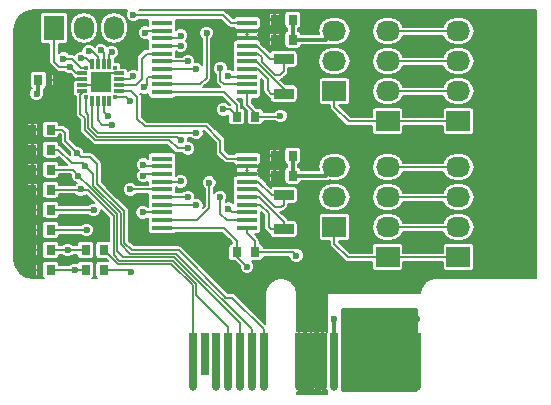
<source format=gbr>
G04 #@! TF.FileFunction,Copper,L2,Bot,Signal*
%FSLAX46Y46*%
G04 Gerber Fmt 4.6, Leading zero omitted, Abs format (unit mm)*
G04 Created by KiCad (PCBNEW 4.0.3+e1-6302~38~ubuntu14.04.1-stable) date Tue Dec 13 19:56:59 2016*
%MOMM*%
%LPD*%
G01*
G04 APERTURE LIST*
%ADD10C,0.100000*%
%ADD11R,1.727200X2.032000*%
%ADD12O,1.727200X2.032000*%
%ADD13C,0.650240*%
%ADD14R,0.650240X4.599940*%
%ADD15R,0.650240X3.599180*%
%ADD16R,1.750000X0.450000*%
%ADD17R,2.032000X1.727200*%
%ADD18O,2.032000X1.727200*%
%ADD19R,0.350000X0.350000*%
%ADD20R,0.900000X0.300000*%
%ADD21R,0.300000X0.900000*%
%ADD22R,1.800000X1.800000*%
%ADD23C,0.600000*%
%ADD24R,0.787000X0.864000*%
%ADD25R,1.700000X0.900000*%
%ADD26C,0.150000*%
%ADD27C,0.300000*%
%ADD28C,0.200000*%
%ADD29C,0.254000*%
G04 APERTURE END LIST*
D10*
D11*
X128760000Y-71900000D03*
D12*
X131300000Y-71900000D03*
X133840000Y-71900000D03*
D13*
X140500400Y-102301240D03*
D14*
X159499600Y-100000000D03*
X158498840Y-100000000D03*
X157500620Y-100000000D03*
X156499860Y-100000000D03*
X155499100Y-100000000D03*
X154500880Y-100000000D03*
X153500120Y-100000000D03*
X152499360Y-100000000D03*
X151501140Y-100000000D03*
X150500380Y-100000000D03*
X149499620Y-100000000D03*
X144500900Y-100000000D03*
X143500140Y-100000000D03*
X142499380Y-100000000D03*
D15*
X141501160Y-99499620D03*
D14*
X140500400Y-100000000D03*
X146499880Y-100000000D03*
X145499120Y-100000000D03*
D13*
X157500620Y-102301240D03*
X156499860Y-102301240D03*
X155499100Y-102301240D03*
X154500880Y-102301240D03*
X153500120Y-102301240D03*
X152499360Y-102301240D03*
X151501140Y-102301240D03*
X150500380Y-102301240D03*
X149499620Y-102301240D03*
X159499600Y-102301240D03*
X146499880Y-102301240D03*
X145499120Y-102301240D03*
X144500900Y-102301240D03*
X143500140Y-102301240D03*
X142499380Y-102301240D03*
X158498840Y-102301240D03*
D16*
X145100000Y-82975000D03*
X145100000Y-83625000D03*
X145100000Y-84275000D03*
X145100000Y-84925000D03*
X145100000Y-85575000D03*
X145100000Y-86225000D03*
X145100000Y-86875000D03*
X145100000Y-87525000D03*
X145100000Y-88175000D03*
X145100000Y-88825000D03*
X137900000Y-88825000D03*
X137900000Y-88175000D03*
X137900000Y-87525000D03*
X137900000Y-86875000D03*
X137900000Y-86225000D03*
X137900000Y-85575000D03*
X137900000Y-84925000D03*
X137900000Y-84275000D03*
X137900000Y-83625000D03*
X137900000Y-82975000D03*
D17*
X163000000Y-91310000D03*
D18*
X163000000Y-88770000D03*
X163000000Y-86230000D03*
X163000000Y-83690000D03*
D17*
X163000000Y-79810000D03*
D18*
X163000000Y-77270000D03*
X163000000Y-74730000D03*
X163000000Y-72190000D03*
D17*
X152500000Y-77270000D03*
D18*
X152500000Y-74730000D03*
X152500000Y-72190000D03*
D16*
X145100000Y-71475000D03*
X145100000Y-72125000D03*
X145100000Y-72775000D03*
X145100000Y-73425000D03*
X145100000Y-74075000D03*
X145100000Y-74725000D03*
X145100000Y-75375000D03*
X145100000Y-76025000D03*
X145100000Y-76675000D03*
X145100000Y-77325000D03*
X137900000Y-77325000D03*
X137900000Y-76675000D03*
X137900000Y-76025000D03*
X137900000Y-75375000D03*
X137900000Y-74725000D03*
X137900000Y-74075000D03*
X137900000Y-73425000D03*
X137900000Y-72775000D03*
X137900000Y-72125000D03*
X137900000Y-71475000D03*
D19*
X131450000Y-77750000D03*
D20*
X131150000Y-77250000D03*
X131150000Y-76750000D03*
X131150000Y-76250000D03*
X131150000Y-75750000D03*
D19*
X131450000Y-75250000D03*
D21*
X131950000Y-74950000D03*
X132450000Y-74950000D03*
X132950000Y-74950000D03*
X133450000Y-74950000D03*
D19*
X133950000Y-75250000D03*
D20*
X134250000Y-75750000D03*
X134250000Y-76250000D03*
X134250000Y-76750000D03*
X134250000Y-77250000D03*
D19*
X133950000Y-77750000D03*
D21*
X133450000Y-78050000D03*
X132950000Y-78050000D03*
X132450000Y-78050000D03*
X131950000Y-78050000D03*
D22*
X132700000Y-76500000D03*
D23*
X132200000Y-77000000D03*
X133200000Y-76000000D03*
D17*
X157000000Y-79810000D03*
D18*
X157000000Y-77270000D03*
X157000000Y-74730000D03*
X157000000Y-72190000D03*
D17*
X152500000Y-88770000D03*
D18*
X152500000Y-86230000D03*
X152500000Y-83690000D03*
D17*
X157000000Y-91310000D03*
D18*
X157000000Y-88770000D03*
X157000000Y-86230000D03*
X157000000Y-83690000D03*
D24*
X128974500Y-76300000D03*
X127425500Y-76300000D03*
X147425500Y-82700000D03*
X148974500Y-82700000D03*
X147425500Y-71200000D03*
X148974500Y-71200000D03*
X147425500Y-84400000D03*
X148974500Y-84400000D03*
X147425500Y-72900000D03*
X148974500Y-72900000D03*
X145774500Y-79400000D03*
X144225500Y-79400000D03*
X145774500Y-90900000D03*
X144225500Y-90900000D03*
X128474500Y-92400000D03*
X126925500Y-92400000D03*
X132974500Y-92400000D03*
X131425500Y-92400000D03*
X131425500Y-90700000D03*
X132974500Y-90700000D03*
X128474500Y-90700000D03*
X126925500Y-90700000D03*
X128474500Y-80500000D03*
X126925500Y-80500000D03*
X128474500Y-82200000D03*
X126925500Y-82200000D03*
X128474500Y-83900000D03*
X126925500Y-83900000D03*
X128474500Y-85600000D03*
X126925500Y-85600000D03*
D25*
X148200000Y-74550000D03*
X148200000Y-77450000D03*
X148200000Y-86050000D03*
X148200000Y-88950000D03*
D24*
X128474500Y-89000000D03*
X126925500Y-89000000D03*
X128474500Y-87300000D03*
X126925500Y-87300000D03*
D23*
X129925000Y-90700000D03*
X129550000Y-74500000D03*
X159500000Y-96500000D03*
X158500000Y-96500000D03*
X157500000Y-96500000D03*
X156500000Y-96500000D03*
X155500000Y-96500000D03*
X154500000Y-96500000D03*
X153500000Y-96500000D03*
X152500000Y-96500000D03*
X136325000Y-83475000D03*
X136325000Y-84425000D03*
X136475000Y-72300000D03*
X139500000Y-72550000D03*
X136400000Y-76925000D03*
X136275000Y-87525000D03*
X127275000Y-77450000D03*
X130825000Y-84400000D03*
X132725000Y-73800000D03*
X131000000Y-85575000D03*
X133650000Y-73950000D03*
X130700000Y-82475000D03*
X131050000Y-74450000D03*
X131700000Y-73875000D03*
X131375000Y-83550000D03*
X133650000Y-80100000D03*
X132125000Y-87300000D03*
X133325000Y-79350000D03*
X131525000Y-89000000D03*
X130525000Y-92400000D03*
X130100000Y-75200000D03*
X143525000Y-75975000D03*
X147925000Y-79350000D03*
X143075000Y-78800000D03*
X141675000Y-72325000D03*
X142850000Y-75325000D03*
X143475000Y-87200000D03*
X149275000Y-91175000D03*
X145100000Y-92125000D03*
X141900000Y-85000000D03*
X142825000Y-86200000D03*
X135250000Y-92575000D03*
X135450000Y-70800000D03*
X135450000Y-76000000D03*
X140800000Y-80800000D03*
X140800000Y-75400000D03*
X140800000Y-86900000D03*
X139500000Y-81400000D03*
X139500000Y-84900000D03*
X139500000Y-73400000D03*
X135200000Y-85575000D03*
X135200000Y-78125000D03*
X140100000Y-82100000D03*
X140100000Y-86200000D03*
X140100000Y-74700000D03*
D26*
X131450000Y-75250000D02*
X131000000Y-75250000D01*
X130250000Y-74500000D02*
X129550000Y-74500000D01*
X131000000Y-75250000D02*
X130250000Y-74500000D01*
X131425500Y-90700000D02*
X129925000Y-90700000D01*
X129925000Y-90700000D02*
X128474500Y-90700000D01*
X131450000Y-72050000D02*
X131300000Y-71900000D01*
D27*
X159499600Y-100000000D02*
X158498840Y-100000000D01*
X152499360Y-100000000D02*
X152499360Y-96500640D01*
X157500000Y-96500000D02*
X158500000Y-96500000D01*
X155500000Y-96500000D02*
X156500000Y-96500000D01*
X153500000Y-96500000D02*
X154500000Y-96500000D01*
X152499360Y-96500640D02*
X152500000Y-96500000D01*
D26*
X137900000Y-83625000D02*
X136475000Y-83625000D01*
X136475000Y-83625000D02*
X136325000Y-83475000D01*
X137900000Y-84275000D02*
X136475000Y-84275000D01*
X136475000Y-84275000D02*
X136325000Y-84425000D01*
X137900000Y-72125000D02*
X136650000Y-72125000D01*
X136650000Y-72125000D02*
X136475000Y-72300000D01*
X137900000Y-72775000D02*
X139275000Y-72775000D01*
X139275000Y-72775000D02*
X139500000Y-72550000D01*
X137900000Y-76025000D02*
X136775000Y-76025000D01*
X136625000Y-76700000D02*
X136400000Y-76925000D01*
X136625000Y-76175000D02*
X136625000Y-76700000D01*
X136775000Y-76025000D02*
X136625000Y-76175000D01*
X137900000Y-87525000D02*
X136275000Y-87525000D01*
D27*
X148974500Y-84400000D02*
X151790000Y-84400000D01*
X151790000Y-84400000D02*
X152500000Y-83690000D01*
X148974500Y-82700000D02*
X148974500Y-84400000D01*
X148974500Y-72900000D02*
X151790000Y-72900000D01*
X151790000Y-72900000D02*
X152500000Y-72190000D01*
X148974500Y-71200000D02*
X148974500Y-72900000D01*
X127425500Y-76300000D02*
X127425500Y-77299500D01*
X127425500Y-77299500D02*
X127275000Y-77450000D01*
D26*
X131150000Y-76750000D02*
X132450000Y-76750000D01*
X132450000Y-76750000D02*
X132700000Y-76500000D01*
X134250000Y-75750000D02*
X133450000Y-75750000D01*
X133450000Y-75750000D02*
X132700000Y-76500000D01*
X159499600Y-102301240D02*
X159499600Y-100000000D01*
X158498840Y-102301240D02*
X158498840Y-100000000D01*
X157500620Y-102301240D02*
X157500620Y-100000000D01*
X156499860Y-102301240D02*
X156499860Y-100000000D01*
X155499100Y-102301240D02*
X155499100Y-100000000D01*
X154500880Y-102301240D02*
X154500880Y-100000000D01*
X153500120Y-102301240D02*
X153500120Y-100000000D01*
X152499360Y-102301240D02*
X152499360Y-100000000D01*
X151501140Y-100000000D02*
X150500380Y-100000000D01*
X150500380Y-100000000D02*
X149499620Y-100000000D01*
X151501140Y-102301240D02*
X151501140Y-100000000D01*
X150500380Y-102301240D02*
X150500380Y-100000000D01*
X149499620Y-102301240D02*
X149499620Y-100000000D01*
X132950000Y-74950000D02*
X132950000Y-74025000D01*
X132950000Y-74025000D02*
X132725000Y-73800000D01*
X130825000Y-84400000D02*
X130824633Y-84400367D01*
X130824633Y-84400367D02*
X130825000Y-84400000D01*
X130825000Y-84400000D02*
X130825000Y-84400734D01*
X131800000Y-85375734D02*
X130825000Y-84400734D01*
X130825000Y-84400734D02*
X130324266Y-83900000D01*
X144500900Y-97500900D02*
X144500900Y-96852368D01*
X144500900Y-96852368D02*
X138948528Y-91299996D01*
X138948528Y-91299996D02*
X134599998Y-91299996D01*
X134599998Y-91299996D02*
X134100002Y-90800000D01*
X134100002Y-90800000D02*
X134100002Y-87675736D01*
X134100002Y-87675736D02*
X131800000Y-85375734D01*
X144500900Y-100000000D02*
X144500900Y-97500900D01*
X130324266Y-83900000D02*
X128474500Y-83900000D01*
X144500900Y-102301240D02*
X144500900Y-100000000D01*
X133450000Y-74950000D02*
X133450000Y-74150000D01*
X133450000Y-74150000D02*
X133650000Y-73950000D01*
X131000000Y-85575000D02*
X131000000Y-85600000D01*
X131000000Y-85600000D02*
X131000000Y-85575000D01*
X131000000Y-85575000D02*
X131000000Y-85600000D01*
X128474500Y-85600000D02*
X129500000Y-85600000D01*
X143500140Y-97200140D02*
X140800402Y-94500402D01*
X140800402Y-94500402D02*
X140800402Y-93576136D01*
X140800402Y-93576136D02*
X138824264Y-91599998D01*
X138824264Y-91599998D02*
X134274264Y-91599998D01*
X134274264Y-91599998D02*
X133800000Y-91125734D01*
X133800000Y-91125734D02*
X133800000Y-87800000D01*
X133800000Y-87800000D02*
X131600000Y-85600000D01*
X131600000Y-85600000D02*
X131000000Y-85600000D01*
X131000000Y-85600000D02*
X129500000Y-85600000D01*
X143500140Y-97200140D02*
X143500140Y-100000000D01*
X143500140Y-102301240D02*
X143500140Y-100000000D01*
X142499380Y-102301240D02*
X142499380Y-100000000D01*
X131950000Y-74950000D02*
X131450000Y-74450000D01*
X131450000Y-74450000D02*
X131050000Y-74450000D01*
X130700000Y-82475000D02*
X130712500Y-82462500D01*
X130712500Y-82462500D02*
X130700000Y-82475000D01*
X130700000Y-82475000D02*
X130700000Y-82450000D01*
X146499880Y-100000000D02*
X146499880Y-97399880D01*
X129450000Y-80500000D02*
X128474500Y-80500000D01*
X129725000Y-80775000D02*
X129450000Y-80500000D01*
X129725000Y-81475000D02*
X129725000Y-80775000D01*
X131075000Y-82825000D02*
X130700000Y-82450000D01*
X130700000Y-82450000D02*
X129725000Y-81475000D01*
X131825008Y-82825000D02*
X131075000Y-82825000D01*
X132400004Y-83399996D02*
X131825008Y-82825000D01*
X132400004Y-85127206D02*
X132400004Y-83399996D01*
X134700006Y-87427208D02*
X132400004Y-85127206D01*
X134700006Y-90075736D02*
X134700006Y-87427208D01*
X135324262Y-90699992D02*
X134700006Y-90075736D01*
X139299992Y-90699992D02*
X135324262Y-90699992D01*
X143262133Y-94662133D02*
X139299992Y-90699992D01*
X143262133Y-94737867D02*
X143262133Y-94662133D01*
X143837867Y-94737867D02*
X143262133Y-94737867D01*
X146499880Y-97399880D02*
X143837867Y-94737867D01*
X146499880Y-102301240D02*
X146499880Y-100000000D01*
X132450000Y-74350000D02*
X131975000Y-73875000D01*
X131975000Y-73875000D02*
X131700000Y-73875000D01*
X132450000Y-74350000D02*
X132450000Y-74950000D01*
X131375000Y-83550000D02*
X131374633Y-83550367D01*
X131374633Y-83550367D02*
X131375000Y-83550000D01*
X131375000Y-83550000D02*
X131375000Y-83550734D01*
X145499120Y-100000000D02*
X145499120Y-97399120D01*
X129100000Y-82200000D02*
X128474500Y-82200000D01*
X130275734Y-83375734D02*
X129100000Y-82200000D01*
X131200000Y-83375734D02*
X130275734Y-83375734D01*
X132100002Y-84275736D02*
X131375000Y-83550734D01*
X131375000Y-83550734D02*
X131200000Y-83375734D01*
X132100002Y-85251470D02*
X132100002Y-84275736D01*
X134400004Y-87551472D02*
X132100002Y-85251470D01*
X134400004Y-90200000D02*
X134400004Y-87551472D01*
X135199998Y-90999994D02*
X134400004Y-90200000D01*
X139099994Y-90999994D02*
X135199998Y-90999994D01*
X145499120Y-97399120D02*
X139099994Y-90999994D01*
X145499120Y-102301240D02*
X145499120Y-100000000D01*
X132450000Y-79700000D02*
X132450000Y-78050000D01*
X132850000Y-80100000D02*
X132450000Y-79700000D01*
X133650000Y-80100000D02*
X132850000Y-80100000D01*
X132125000Y-87300000D02*
X128474500Y-87300000D01*
X132950000Y-78975000D02*
X132950000Y-78050000D01*
X133325000Y-79350000D02*
X132950000Y-78975000D01*
X131525000Y-89000000D02*
X128474500Y-89000000D01*
X130100000Y-75200000D02*
X129200000Y-75200000D01*
X128760000Y-74760000D02*
X128760000Y-71900000D01*
X129200000Y-75200000D02*
X128760000Y-74760000D01*
X131150000Y-75750000D02*
X130650000Y-75750000D01*
X130650000Y-75750000D02*
X130100000Y-75200000D01*
X131425500Y-92400000D02*
X130525000Y-92400000D01*
X130525000Y-92400000D02*
X128474500Y-92400000D01*
X131150000Y-75750000D02*
X131150000Y-75650000D01*
X157000000Y-79810000D02*
X163000000Y-79810000D01*
X152500000Y-77270000D02*
X152500000Y-78600000D01*
X153710000Y-79810000D02*
X157000000Y-79810000D01*
X152500000Y-78600000D02*
X153710000Y-79810000D01*
X145100000Y-76025000D02*
X143575000Y-76025000D01*
X143575000Y-76025000D02*
X143525000Y-75975000D01*
X163000000Y-77270000D02*
X157000000Y-77270000D01*
X147875000Y-79400000D02*
X147925000Y-79350000D01*
X145774500Y-79400000D02*
X147875000Y-79400000D01*
X145774500Y-79400000D02*
X145774500Y-79099500D01*
X145774500Y-79099500D02*
X145100000Y-78425000D01*
X145100000Y-78425000D02*
X145100000Y-77325000D01*
X157000000Y-74730000D02*
X163000000Y-74730000D01*
X144225500Y-79400000D02*
X143625500Y-78800000D01*
X143625500Y-78800000D02*
X143075000Y-78800000D01*
X137900000Y-77325000D02*
X143125000Y-77325000D01*
X144225500Y-78425500D02*
X144225500Y-79400000D01*
X143125000Y-77325000D02*
X144225500Y-78425500D01*
X163000000Y-72190000D02*
X157000000Y-72190000D01*
X137900000Y-76675000D02*
X141100000Y-76675000D01*
X141675000Y-76100000D02*
X141675000Y-72325000D01*
X141100000Y-76675000D02*
X141675000Y-76100000D01*
X145100000Y-76675000D02*
X143150000Y-76675000D01*
X142850000Y-76375000D02*
X142850000Y-75325000D01*
X143150000Y-76675000D02*
X142850000Y-76375000D01*
X145100000Y-87525000D02*
X143800000Y-87525000D01*
X143800000Y-87525000D02*
X143475000Y-87200000D01*
X152500000Y-88770000D02*
X152500000Y-90150000D01*
X153660000Y-91310000D02*
X157000000Y-91310000D01*
X152500000Y-90150000D02*
X153660000Y-91310000D01*
X157000000Y-91310000D02*
X163000000Y-91310000D01*
X145774500Y-90900000D02*
X149000000Y-90900000D01*
X149000000Y-90900000D02*
X149275000Y-91175000D01*
X163000000Y-88770000D02*
X157000000Y-88770000D01*
X145100000Y-88825000D02*
X145100000Y-89300000D01*
X145774500Y-89974500D02*
X145774500Y-90900000D01*
X145100000Y-89300000D02*
X145774500Y-89974500D01*
X144225500Y-90900000D02*
X144225500Y-91250500D01*
X144225500Y-91250500D02*
X145100000Y-92125000D01*
X157000000Y-86230000D02*
X163000000Y-86230000D01*
X137900000Y-88825000D02*
X143150000Y-88825000D01*
X144225500Y-89900500D02*
X144225500Y-90900000D01*
X143150000Y-88825000D02*
X144225500Y-89900500D01*
X137900000Y-88175000D02*
X140875000Y-88175000D01*
X141900000Y-87150000D02*
X141900000Y-85000000D01*
X140875000Y-88175000D02*
X141900000Y-87150000D01*
X157000000Y-83690000D02*
X163000000Y-83690000D01*
X145100000Y-88175000D02*
X143375000Y-88175000D01*
X142825000Y-87625000D02*
X142825000Y-86200000D01*
X143375000Y-88175000D02*
X142825000Y-87625000D01*
X140500400Y-100000000D02*
X140500400Y-93700400D01*
X134150000Y-91900000D02*
X132974500Y-90724500D01*
X138700000Y-91900000D02*
X134150000Y-91900000D01*
X140500400Y-93700400D02*
X138700000Y-91900000D01*
X132974500Y-90724500D02*
X132974500Y-90700000D01*
X140500400Y-102301240D02*
X140500400Y-100000000D01*
X135075000Y-92400000D02*
X132974500Y-92400000D01*
X135250000Y-92575000D02*
X135075000Y-92400000D01*
X145100000Y-73425000D02*
X145950000Y-73425000D01*
X145950000Y-73425000D02*
X147075000Y-74550000D01*
X147075000Y-74550000D02*
X148200000Y-74550000D01*
X145100000Y-74075000D02*
X146050000Y-74075000D01*
X148200000Y-75575000D02*
X148200000Y-74550000D01*
X147900000Y-75875000D02*
X148200000Y-75575000D01*
X147475000Y-75875000D02*
X147900000Y-75875000D01*
X146375000Y-74775000D02*
X147475000Y-75875000D01*
X146375000Y-74400000D02*
X146375000Y-74775000D01*
X146050000Y-74075000D02*
X146375000Y-74400000D01*
X145100000Y-74725000D02*
X145825000Y-74725000D01*
X145825000Y-74725000D02*
X148200000Y-77100000D01*
X148200000Y-77100000D02*
X148200000Y-77450000D01*
X145100000Y-75375000D02*
X146000000Y-75375000D01*
X147150000Y-77450000D02*
X148200000Y-77450000D01*
X146875000Y-77175000D02*
X147150000Y-77450000D01*
X146875000Y-76250000D02*
X146875000Y-77175000D01*
X146000000Y-75375000D02*
X146875000Y-76250000D01*
X145100000Y-84925000D02*
X146050000Y-84925000D01*
X147175000Y-86050000D02*
X148200000Y-86050000D01*
X146050000Y-84925000D02*
X147175000Y-86050000D01*
X145100000Y-85575000D02*
X145975000Y-85575000D01*
X145975000Y-85575000D02*
X147475000Y-87075000D01*
X147475000Y-87075000D02*
X148000000Y-87075000D01*
X148000000Y-87075000D02*
X148200000Y-86875000D01*
X148200000Y-86875000D02*
X148200000Y-86050000D01*
X145100000Y-86225000D02*
X146125000Y-86225000D01*
X148200000Y-88300000D02*
X148200000Y-88950000D01*
X146125000Y-86225000D02*
X148200000Y-88300000D01*
X145100000Y-86875000D02*
X146225000Y-86875000D01*
X147125000Y-88950000D02*
X148200000Y-88950000D01*
X146925000Y-88750000D02*
X147125000Y-88950000D01*
X146925000Y-87575000D02*
X146925000Y-88750000D01*
X146225000Y-86875000D02*
X146925000Y-87575000D01*
X134250000Y-76250000D02*
X135200000Y-76250000D01*
X143725000Y-71475000D02*
X145100000Y-71475000D01*
X143050000Y-70800000D02*
X143725000Y-71475000D01*
X135450000Y-70800000D02*
X143050000Y-70800000D01*
X135200000Y-76250000D02*
X135450000Y-76000000D01*
X131950000Y-78050000D02*
X131950000Y-80250000D01*
X132500000Y-80800000D02*
X140800000Y-80800000D01*
X131950000Y-80250000D02*
X132500000Y-80800000D01*
X137900000Y-75375000D02*
X137925000Y-75400000D01*
X137925000Y-75400000D02*
X140800000Y-75400000D01*
X140800000Y-86900000D02*
X137925000Y-86900000D01*
X137925000Y-86900000D02*
X137900000Y-86875000D01*
X134250000Y-76750000D02*
X135675000Y-76750000D01*
X136600000Y-74075000D02*
X137900000Y-74075000D01*
X136175000Y-74500000D02*
X136600000Y-74075000D01*
X136175000Y-76250000D02*
X136175000Y-74500000D01*
X135675000Y-76750000D02*
X136175000Y-76250000D01*
X131450000Y-77750000D02*
X131450000Y-78925000D01*
X139200002Y-81100002D02*
X139500000Y-81400000D01*
X132375736Y-81100002D02*
X139200002Y-81100002D01*
X131649998Y-80374264D02*
X132375736Y-81100002D01*
X131649998Y-79250000D02*
X131649998Y-80374264D01*
X131450000Y-79050002D02*
X131649998Y-79250000D01*
X131450000Y-78925000D02*
X131450000Y-79050002D01*
X137900000Y-73425000D02*
X139475000Y-73425000D01*
X139475000Y-84925000D02*
X137900000Y-84925000D01*
X139500000Y-84900000D02*
X139475000Y-84925000D01*
X139475000Y-73425000D02*
X139500000Y-73400000D01*
X134250000Y-77250000D02*
X135300000Y-77250000D01*
X143400000Y-82975000D02*
X145100000Y-82975000D01*
X142850000Y-82425000D02*
X143400000Y-82975000D01*
X142850000Y-81450000D02*
X142850000Y-82425000D01*
X141625000Y-80225000D02*
X142850000Y-81450000D01*
X136425000Y-80225000D02*
X141625000Y-80225000D01*
X135800000Y-79600000D02*
X136425000Y-80225000D01*
X135800000Y-77750000D02*
X135800000Y-79600000D01*
X135300000Y-77250000D02*
X135800000Y-77750000D01*
X133950000Y-77750000D02*
X134825000Y-77750000D01*
X135200000Y-85575000D02*
X137900000Y-85575000D01*
X134825000Y-77750000D02*
X135200000Y-78125000D01*
X131150000Y-77250000D02*
X131150000Y-77375000D01*
X131150000Y-77375000D02*
X130975000Y-77550000D01*
X130975000Y-77550000D02*
X130975000Y-79175000D01*
X130975000Y-79175000D02*
X131349996Y-79549996D01*
X131349996Y-79549996D02*
X131349996Y-80498528D01*
X131349996Y-80498528D02*
X132251472Y-81400004D01*
X132251472Y-81400004D02*
X138525004Y-81400004D01*
X138525004Y-81400004D02*
X139225000Y-82100000D01*
X139225000Y-82100000D02*
X140100000Y-82100000D01*
X137900000Y-74725000D02*
X140075000Y-74725000D01*
X140100000Y-86200000D02*
X137925000Y-86200000D01*
X140075000Y-74725000D02*
X140100000Y-74700000D01*
X137925000Y-86200000D02*
X137900000Y-86225000D01*
D28*
G36*
X134924696Y-70448339D02*
X134830107Y-70676133D01*
X134829892Y-70922785D01*
X134924083Y-71150743D01*
X135098339Y-71325304D01*
X135326133Y-71419893D01*
X135572785Y-71420108D01*
X135800743Y-71325917D01*
X135931889Y-71195000D01*
X136709869Y-71195000D01*
X136698731Y-71250000D01*
X136698731Y-71700000D01*
X136703135Y-71723403D01*
X136598867Y-71680107D01*
X136352215Y-71679892D01*
X136124257Y-71774083D01*
X135949696Y-71948339D01*
X135855107Y-72176133D01*
X135854892Y-72422785D01*
X135949083Y-72650743D01*
X136123339Y-72825304D01*
X136351133Y-72919893D01*
X136597785Y-72920108D01*
X136698731Y-72878398D01*
X136698731Y-73000000D01*
X136718238Y-73103671D01*
X136698731Y-73200000D01*
X136698731Y-73650000D01*
X136704376Y-73680000D01*
X136600000Y-73680000D01*
X136448840Y-73710068D01*
X136329315Y-73789932D01*
X136320693Y-73795693D01*
X135895693Y-74220693D01*
X135810068Y-74348840D01*
X135780000Y-74500000D01*
X135780000Y-75465702D01*
X135573867Y-75380107D01*
X135327215Y-75379892D01*
X135099257Y-75474083D01*
X135017864Y-75555333D01*
X135003956Y-75481415D01*
X134933872Y-75372502D01*
X134826937Y-75299436D01*
X134700000Y-75273731D01*
X134451269Y-75273731D01*
X134451269Y-75075000D01*
X134428956Y-74956415D01*
X134358872Y-74847502D01*
X134251937Y-74774436D01*
X134125000Y-74748731D01*
X133926269Y-74748731D01*
X133926269Y-74506689D01*
X134000743Y-74475917D01*
X134175304Y-74301661D01*
X134269893Y-74073867D01*
X134270108Y-73827215D01*
X134175917Y-73599257D01*
X134001661Y-73424696D01*
X133773867Y-73330107D01*
X133527215Y-73329892D01*
X133299257Y-73424083D01*
X133257669Y-73465598D01*
X133250917Y-73449257D01*
X133076661Y-73274696D01*
X132848867Y-73180107D01*
X132602215Y-73179892D01*
X132374257Y-73274083D01*
X132199696Y-73448339D01*
X132185136Y-73483404D01*
X132051661Y-73349696D01*
X131823867Y-73255107D01*
X131577215Y-73254892D01*
X131349257Y-73349083D01*
X131174696Y-73523339D01*
X131080107Y-73751133D01*
X131080038Y-73830025D01*
X130927215Y-73829892D01*
X130699257Y-73924083D01*
X130524696Y-74098339D01*
X130485926Y-74191707D01*
X130401160Y-74135068D01*
X130250000Y-74105000D01*
X130031737Y-74105000D01*
X129901661Y-73974696D01*
X129673867Y-73880107D01*
X129427215Y-73879892D01*
X129199257Y-73974083D01*
X129155000Y-74018263D01*
X129155000Y-73242269D01*
X129623600Y-73242269D01*
X129742185Y-73219956D01*
X129851098Y-73149872D01*
X129924164Y-73042937D01*
X129949869Y-72916000D01*
X129949869Y-71721426D01*
X130116400Y-71721426D01*
X130116400Y-72078574D01*
X130206496Y-72531518D01*
X130463068Y-72915506D01*
X130847056Y-73172078D01*
X131300000Y-73262174D01*
X131752944Y-73172078D01*
X132136932Y-72915506D01*
X132393504Y-72531518D01*
X132483600Y-72078574D01*
X132483600Y-71721426D01*
X132656400Y-71721426D01*
X132656400Y-72078574D01*
X132746496Y-72531518D01*
X133003068Y-72915506D01*
X133387056Y-73172078D01*
X133840000Y-73262174D01*
X134292944Y-73172078D01*
X134676932Y-72915506D01*
X134933504Y-72531518D01*
X135023600Y-72078574D01*
X135023600Y-71721426D01*
X134933504Y-71268482D01*
X134676932Y-70884494D01*
X134292944Y-70627922D01*
X133840000Y-70537826D01*
X133387056Y-70627922D01*
X133003068Y-70884494D01*
X132746496Y-71268482D01*
X132656400Y-71721426D01*
X132483600Y-71721426D01*
X132393504Y-71268482D01*
X132136932Y-70884494D01*
X131752944Y-70627922D01*
X131300000Y-70537826D01*
X130847056Y-70627922D01*
X130463068Y-70884494D01*
X130206496Y-71268482D01*
X130116400Y-71721426D01*
X129949869Y-71721426D01*
X129949869Y-70884000D01*
X129927556Y-70765415D01*
X129857472Y-70656502D01*
X129750537Y-70583436D01*
X129623600Y-70557731D01*
X127896400Y-70557731D01*
X127777815Y-70580044D01*
X127668902Y-70650128D01*
X127595836Y-70757063D01*
X127570131Y-70884000D01*
X127570131Y-72916000D01*
X127592444Y-73034585D01*
X127662528Y-73143498D01*
X127769463Y-73216564D01*
X127896400Y-73242269D01*
X128365000Y-73242269D01*
X128365000Y-74760000D01*
X128395068Y-74911160D01*
X128480693Y-75039307D01*
X128920693Y-75479307D01*
X129048840Y-75564932D01*
X129200000Y-75595000D01*
X129618263Y-75595000D01*
X129748339Y-75725304D01*
X129976133Y-75819893D01*
X130161440Y-75820055D01*
X130370692Y-76029307D01*
X130427270Y-76067111D01*
X130466128Y-76127498D01*
X130573063Y-76200564D01*
X130607547Y-76207547D01*
X130625000Y-76225000D01*
X130693733Y-76225000D01*
X130700000Y-76226269D01*
X131195000Y-76226269D01*
X131195000Y-76273731D01*
X130700000Y-76273731D01*
X130693256Y-76275000D01*
X130625000Y-76275000D01*
X130609180Y-76290820D01*
X130581415Y-76296044D01*
X130472502Y-76366128D01*
X130399436Y-76473063D01*
X130373731Y-76600000D01*
X130373731Y-76900000D01*
X130393238Y-77003671D01*
X130373731Y-77100000D01*
X130373731Y-77400000D01*
X130396044Y-77518585D01*
X130466128Y-77627498D01*
X130573063Y-77700564D01*
X130580000Y-77701969D01*
X130580000Y-79175000D01*
X130610068Y-79326160D01*
X130695693Y-79454307D01*
X130954996Y-79713610D01*
X130954996Y-80498528D01*
X130985064Y-80649688D01*
X131070689Y-80777835D01*
X131972165Y-81679311D01*
X132100312Y-81764936D01*
X132251472Y-81795004D01*
X138361390Y-81795004D01*
X138945693Y-82379307D01*
X139073840Y-82464932D01*
X139225000Y-82495000D01*
X139618263Y-82495000D01*
X139748339Y-82625304D01*
X139976133Y-82719893D01*
X140222785Y-82720108D01*
X140450743Y-82625917D01*
X140625304Y-82451661D01*
X140719893Y-82223867D01*
X140720108Y-81977215D01*
X140625917Y-81749257D01*
X140451661Y-81574696D01*
X140223867Y-81480107D01*
X140119931Y-81480016D01*
X140120108Y-81277215D01*
X140086137Y-81195000D01*
X140318263Y-81195000D01*
X140448339Y-81325304D01*
X140676133Y-81419893D01*
X140922785Y-81420108D01*
X141150743Y-81325917D01*
X141325304Y-81151661D01*
X141419893Y-80923867D01*
X141420108Y-80677215D01*
X141396467Y-80620000D01*
X141461386Y-80620000D01*
X142455000Y-81613614D01*
X142455000Y-82425000D01*
X142485068Y-82576160D01*
X142570693Y-82704307D01*
X143120692Y-83254307D01*
X143248840Y-83339932D01*
X143400000Y-83370000D01*
X143954129Y-83370000D01*
X143991128Y-83427498D01*
X144098063Y-83500564D01*
X144125000Y-83506019D01*
X144125000Y-83575000D01*
X144150000Y-83600000D01*
X145075000Y-83600000D01*
X145075000Y-83580000D01*
X145125000Y-83580000D01*
X145125000Y-83600000D01*
X146050000Y-83600000D01*
X146075000Y-83575000D01*
X146075000Y-83507453D01*
X146093585Y-83503956D01*
X146202498Y-83433872D01*
X146275564Y-83326937D01*
X146301269Y-83200000D01*
X146301269Y-82750000D01*
X146932000Y-82750000D01*
X146932000Y-83151891D01*
X146947224Y-83188646D01*
X146975355Y-83216776D01*
X147012109Y-83232000D01*
X147375500Y-83232000D01*
X147400500Y-83207000D01*
X147400500Y-82725000D01*
X147450500Y-82725000D01*
X147450500Y-83207000D01*
X147475500Y-83232000D01*
X147838891Y-83232000D01*
X147875645Y-83216776D01*
X147903776Y-83188646D01*
X147919000Y-83151891D01*
X147919000Y-82750000D01*
X147894000Y-82725000D01*
X147450500Y-82725000D01*
X147400500Y-82725000D01*
X146957000Y-82725000D01*
X146932000Y-82750000D01*
X146301269Y-82750000D01*
X146278956Y-82631415D01*
X146208872Y-82522502D01*
X146101937Y-82449436D01*
X145975000Y-82423731D01*
X144225000Y-82423731D01*
X144106415Y-82446044D01*
X143997502Y-82516128D01*
X143953860Y-82580000D01*
X143563615Y-82580000D01*
X143245000Y-82261386D01*
X143245000Y-82248109D01*
X146932000Y-82248109D01*
X146932000Y-82650000D01*
X146957000Y-82675000D01*
X147400500Y-82675000D01*
X147400500Y-82193000D01*
X147450500Y-82193000D01*
X147450500Y-82675000D01*
X147894000Y-82675000D01*
X147919000Y-82650000D01*
X147919000Y-82268000D01*
X148254731Y-82268000D01*
X148254731Y-83132000D01*
X148277044Y-83250585D01*
X148347128Y-83359498D01*
X148454063Y-83432564D01*
X148504500Y-83442778D01*
X148504500Y-83656125D01*
X148462415Y-83664044D01*
X148353502Y-83734128D01*
X148280436Y-83841063D01*
X148254731Y-83968000D01*
X148254731Y-84832000D01*
X148277044Y-84950585D01*
X148347128Y-85059498D01*
X148454063Y-85132564D01*
X148581000Y-85158269D01*
X149368000Y-85158269D01*
X149486585Y-85135956D01*
X149595498Y-85065872D01*
X149668564Y-84958937D01*
X149686574Y-84870000D01*
X151790000Y-84870000D01*
X151969861Y-84834223D01*
X152005098Y-84810679D01*
X152321426Y-84873600D01*
X152678574Y-84873600D01*
X153131518Y-84783504D01*
X153515506Y-84526932D01*
X153772078Y-84142944D01*
X153862174Y-83690000D01*
X155637826Y-83690000D01*
X155727922Y-84142944D01*
X155984494Y-84526932D01*
X156368482Y-84783504D01*
X156821426Y-84873600D01*
X157178574Y-84873600D01*
X157631518Y-84783504D01*
X158015506Y-84526932D01*
X158272078Y-84142944D01*
X158283604Y-84085000D01*
X161716396Y-84085000D01*
X161727922Y-84142944D01*
X161984494Y-84526932D01*
X162368482Y-84783504D01*
X162821426Y-84873600D01*
X163178574Y-84873600D01*
X163631518Y-84783504D01*
X164015506Y-84526932D01*
X164272078Y-84142944D01*
X164362174Y-83690000D01*
X164272078Y-83237056D01*
X164015506Y-82853068D01*
X163631518Y-82596496D01*
X163178574Y-82506400D01*
X162821426Y-82506400D01*
X162368482Y-82596496D01*
X161984494Y-82853068D01*
X161727922Y-83237056D01*
X161716396Y-83295000D01*
X158283604Y-83295000D01*
X158272078Y-83237056D01*
X158015506Y-82853068D01*
X157631518Y-82596496D01*
X157178574Y-82506400D01*
X156821426Y-82506400D01*
X156368482Y-82596496D01*
X155984494Y-82853068D01*
X155727922Y-83237056D01*
X155637826Y-83690000D01*
X153862174Y-83690000D01*
X153772078Y-83237056D01*
X153515506Y-82853068D01*
X153131518Y-82596496D01*
X152678574Y-82506400D01*
X152321426Y-82506400D01*
X151868482Y-82596496D01*
X151484494Y-82853068D01*
X151227922Y-83237056D01*
X151137826Y-83690000D01*
X151185565Y-83930000D01*
X149687119Y-83930000D01*
X149671956Y-83849415D01*
X149601872Y-83740502D01*
X149494937Y-83667436D01*
X149444500Y-83657222D01*
X149444500Y-83443875D01*
X149486585Y-83435956D01*
X149595498Y-83365872D01*
X149668564Y-83258937D01*
X149694269Y-83132000D01*
X149694269Y-82268000D01*
X149671956Y-82149415D01*
X149601872Y-82040502D01*
X149494937Y-81967436D01*
X149368000Y-81941731D01*
X148581000Y-81941731D01*
X148462415Y-81964044D01*
X148353502Y-82034128D01*
X148280436Y-82141063D01*
X148254731Y-82268000D01*
X147919000Y-82268000D01*
X147919000Y-82248109D01*
X147903776Y-82211354D01*
X147875645Y-82183224D01*
X147838891Y-82168000D01*
X147475500Y-82168000D01*
X147450500Y-82193000D01*
X147400500Y-82193000D01*
X147375500Y-82168000D01*
X147012109Y-82168000D01*
X146975355Y-82183224D01*
X146947224Y-82211354D01*
X146932000Y-82248109D01*
X143245000Y-82248109D01*
X143245000Y-81450000D01*
X143214932Y-81298840D01*
X143129307Y-81170693D01*
X141904307Y-79945693D01*
X141776160Y-79860068D01*
X141625000Y-79830000D01*
X136588615Y-79830000D01*
X136195000Y-79436386D01*
X136195000Y-77750000D01*
X136164932Y-77598840D01*
X136079307Y-77470693D01*
X136066430Y-77457816D01*
X136276133Y-77544893D01*
X136522785Y-77545108D01*
X136698731Y-77472408D01*
X136698731Y-77550000D01*
X136721044Y-77668585D01*
X136791128Y-77777498D01*
X136898063Y-77850564D01*
X137025000Y-77876269D01*
X138775000Y-77876269D01*
X138893585Y-77853956D01*
X139002498Y-77783872D01*
X139046140Y-77720000D01*
X142961386Y-77720000D01*
X143651572Y-78410186D01*
X143625500Y-78405000D01*
X143556737Y-78405000D01*
X143426661Y-78274696D01*
X143198867Y-78180107D01*
X142952215Y-78179892D01*
X142724257Y-78274083D01*
X142549696Y-78448339D01*
X142455107Y-78676133D01*
X142454892Y-78922785D01*
X142549083Y-79150743D01*
X142723339Y-79325304D01*
X142951133Y-79419893D01*
X143197785Y-79420108D01*
X143425743Y-79325917D01*
X143505731Y-79246069D01*
X143505731Y-79832000D01*
X143528044Y-79950585D01*
X143598128Y-80059498D01*
X143705063Y-80132564D01*
X143832000Y-80158269D01*
X144619000Y-80158269D01*
X144737585Y-80135956D01*
X144846498Y-80065872D01*
X144919564Y-79958937D01*
X144945269Y-79832000D01*
X144945269Y-78968000D01*
X144922956Y-78849415D01*
X144852872Y-78740502D01*
X144745937Y-78667436D01*
X144620500Y-78642035D01*
X144620500Y-78425500D01*
X144590432Y-78274340D01*
X144504807Y-78146193D01*
X144234883Y-77876269D01*
X144705000Y-77876269D01*
X144705000Y-78425000D01*
X144735068Y-78576160D01*
X144820693Y-78704307D01*
X145059725Y-78943339D01*
X145054731Y-78968000D01*
X145054731Y-79832000D01*
X145077044Y-79950585D01*
X145147128Y-80059498D01*
X145254063Y-80132564D01*
X145381000Y-80158269D01*
X146168000Y-80158269D01*
X146286585Y-80135956D01*
X146395498Y-80065872D01*
X146468564Y-79958937D01*
X146494269Y-79832000D01*
X146494269Y-79795000D01*
X147493175Y-79795000D01*
X147573339Y-79875304D01*
X147801133Y-79969893D01*
X148047785Y-79970108D01*
X148275743Y-79875917D01*
X148450304Y-79701661D01*
X148544893Y-79473867D01*
X148545108Y-79227215D01*
X148450917Y-78999257D01*
X148276661Y-78824696D01*
X148048867Y-78730107D01*
X147802215Y-78729892D01*
X147574257Y-78824083D01*
X147399696Y-78998339D01*
X147396930Y-79005000D01*
X146494269Y-79005000D01*
X146494269Y-78968000D01*
X146471956Y-78849415D01*
X146401872Y-78740502D01*
X146294937Y-78667436D01*
X146168000Y-78641731D01*
X145875345Y-78641731D01*
X145495000Y-78261386D01*
X145495000Y-77876269D01*
X145975000Y-77876269D01*
X146093585Y-77853956D01*
X146202498Y-77783872D01*
X146275564Y-77676937D01*
X146301269Y-77550000D01*
X146301269Y-77100000D01*
X146281762Y-76996329D01*
X146301269Y-76900000D01*
X146301269Y-76450000D01*
X146281762Y-76346329D01*
X146301269Y-76250000D01*
X146301269Y-76234883D01*
X146480000Y-76413614D01*
X146480000Y-77175000D01*
X146510068Y-77326160D01*
X146595693Y-77454307D01*
X146870693Y-77729307D01*
X146998840Y-77814932D01*
X147023731Y-77819883D01*
X147023731Y-77900000D01*
X147046044Y-78018585D01*
X147116128Y-78127498D01*
X147223063Y-78200564D01*
X147350000Y-78226269D01*
X149050000Y-78226269D01*
X149168585Y-78203956D01*
X149277498Y-78133872D01*
X149350564Y-78026937D01*
X149376269Y-77900000D01*
X149376269Y-77000000D01*
X149353956Y-76881415D01*
X149283872Y-76772502D01*
X149176937Y-76699436D01*
X149050000Y-76673731D01*
X148332345Y-76673731D01*
X148065014Y-76406400D01*
X151157731Y-76406400D01*
X151157731Y-78133600D01*
X151180044Y-78252185D01*
X151250128Y-78361098D01*
X151357063Y-78434164D01*
X151484000Y-78459869D01*
X152105000Y-78459869D01*
X152105000Y-78600000D01*
X152135068Y-78751160D01*
X152220693Y-78879307D01*
X153430693Y-80089307D01*
X153558840Y-80174932D01*
X153710000Y-80205000D01*
X155657731Y-80205000D01*
X155657731Y-80673600D01*
X155680044Y-80792185D01*
X155750128Y-80901098D01*
X155857063Y-80974164D01*
X155984000Y-80999869D01*
X158016000Y-80999869D01*
X158134585Y-80977556D01*
X158243498Y-80907472D01*
X158316564Y-80800537D01*
X158342269Y-80673600D01*
X158342269Y-80205000D01*
X161657731Y-80205000D01*
X161657731Y-80673600D01*
X161680044Y-80792185D01*
X161750128Y-80901098D01*
X161857063Y-80974164D01*
X161984000Y-80999869D01*
X164016000Y-80999869D01*
X164134585Y-80977556D01*
X164243498Y-80907472D01*
X164316564Y-80800537D01*
X164342269Y-80673600D01*
X164342269Y-78946400D01*
X164319956Y-78827815D01*
X164249872Y-78718902D01*
X164142937Y-78645836D01*
X164016000Y-78620131D01*
X161984000Y-78620131D01*
X161865415Y-78642444D01*
X161756502Y-78712528D01*
X161683436Y-78819463D01*
X161657731Y-78946400D01*
X161657731Y-79415000D01*
X158342269Y-79415000D01*
X158342269Y-78946400D01*
X158319956Y-78827815D01*
X158249872Y-78718902D01*
X158142937Y-78645836D01*
X158016000Y-78620131D01*
X155984000Y-78620131D01*
X155865415Y-78642444D01*
X155756502Y-78712528D01*
X155683436Y-78819463D01*
X155657731Y-78946400D01*
X155657731Y-79415000D01*
X153873614Y-79415000D01*
X152918483Y-78459869D01*
X153516000Y-78459869D01*
X153634585Y-78437556D01*
X153743498Y-78367472D01*
X153816564Y-78260537D01*
X153842269Y-78133600D01*
X153842269Y-77270000D01*
X155637826Y-77270000D01*
X155727922Y-77722944D01*
X155984494Y-78106932D01*
X156368482Y-78363504D01*
X156821426Y-78453600D01*
X157178574Y-78453600D01*
X157631518Y-78363504D01*
X158015506Y-78106932D01*
X158272078Y-77722944D01*
X158283604Y-77665000D01*
X161716396Y-77665000D01*
X161727922Y-77722944D01*
X161984494Y-78106932D01*
X162368482Y-78363504D01*
X162821426Y-78453600D01*
X163178574Y-78453600D01*
X163631518Y-78363504D01*
X164015506Y-78106932D01*
X164272078Y-77722944D01*
X164362174Y-77270000D01*
X164272078Y-76817056D01*
X164015506Y-76433068D01*
X163631518Y-76176496D01*
X163178574Y-76086400D01*
X162821426Y-76086400D01*
X162368482Y-76176496D01*
X161984494Y-76433068D01*
X161727922Y-76817056D01*
X161716396Y-76875000D01*
X158283604Y-76875000D01*
X158272078Y-76817056D01*
X158015506Y-76433068D01*
X157631518Y-76176496D01*
X157178574Y-76086400D01*
X156821426Y-76086400D01*
X156368482Y-76176496D01*
X155984494Y-76433068D01*
X155727922Y-76817056D01*
X155637826Y-77270000D01*
X153842269Y-77270000D01*
X153842269Y-76406400D01*
X153819956Y-76287815D01*
X153749872Y-76178902D01*
X153642937Y-76105836D01*
X153516000Y-76080131D01*
X151484000Y-76080131D01*
X151365415Y-76102444D01*
X151256502Y-76172528D01*
X151183436Y-76279463D01*
X151157731Y-76406400D01*
X148065014Y-76406400D01*
X147923867Y-76265253D01*
X148051160Y-76239932D01*
X148179307Y-76154307D01*
X148479307Y-75854307D01*
X148564932Y-75726160D01*
X148595000Y-75575000D01*
X148595000Y-75326269D01*
X149050000Y-75326269D01*
X149168585Y-75303956D01*
X149277498Y-75233872D01*
X149350564Y-75126937D01*
X149376269Y-75000000D01*
X149376269Y-74730000D01*
X151137826Y-74730000D01*
X151227922Y-75182944D01*
X151484494Y-75566932D01*
X151868482Y-75823504D01*
X152321426Y-75913600D01*
X152678574Y-75913600D01*
X153131518Y-75823504D01*
X153515506Y-75566932D01*
X153772078Y-75182944D01*
X153862174Y-74730000D01*
X155637826Y-74730000D01*
X155727922Y-75182944D01*
X155984494Y-75566932D01*
X156368482Y-75823504D01*
X156821426Y-75913600D01*
X157178574Y-75913600D01*
X157631518Y-75823504D01*
X158015506Y-75566932D01*
X158272078Y-75182944D01*
X158283604Y-75125000D01*
X161716396Y-75125000D01*
X161727922Y-75182944D01*
X161984494Y-75566932D01*
X162368482Y-75823504D01*
X162821426Y-75913600D01*
X163178574Y-75913600D01*
X163631518Y-75823504D01*
X164015506Y-75566932D01*
X164272078Y-75182944D01*
X164362174Y-74730000D01*
X164272078Y-74277056D01*
X164015506Y-73893068D01*
X163631518Y-73636496D01*
X163178574Y-73546400D01*
X162821426Y-73546400D01*
X162368482Y-73636496D01*
X161984494Y-73893068D01*
X161727922Y-74277056D01*
X161716396Y-74335000D01*
X158283604Y-74335000D01*
X158272078Y-74277056D01*
X158015506Y-73893068D01*
X157631518Y-73636496D01*
X157178574Y-73546400D01*
X156821426Y-73546400D01*
X156368482Y-73636496D01*
X155984494Y-73893068D01*
X155727922Y-74277056D01*
X155637826Y-74730000D01*
X153862174Y-74730000D01*
X153772078Y-74277056D01*
X153515506Y-73893068D01*
X153131518Y-73636496D01*
X152678574Y-73546400D01*
X152321426Y-73546400D01*
X151868482Y-73636496D01*
X151484494Y-73893068D01*
X151227922Y-74277056D01*
X151137826Y-74730000D01*
X149376269Y-74730000D01*
X149376269Y-74100000D01*
X149353956Y-73981415D01*
X149283872Y-73872502D01*
X149176937Y-73799436D01*
X149050000Y-73773731D01*
X147350000Y-73773731D01*
X147231415Y-73796044D01*
X147122502Y-73866128D01*
X147052375Y-73968761D01*
X146301269Y-73217655D01*
X146301269Y-73200000D01*
X146278956Y-73081415D01*
X146208872Y-72972502D01*
X146175940Y-72950000D01*
X146932000Y-72950000D01*
X146932000Y-73351891D01*
X146947224Y-73388646D01*
X146975355Y-73416776D01*
X147012109Y-73432000D01*
X147375500Y-73432000D01*
X147400500Y-73407000D01*
X147400500Y-72925000D01*
X147450500Y-72925000D01*
X147450500Y-73407000D01*
X147475500Y-73432000D01*
X147838891Y-73432000D01*
X147875645Y-73416776D01*
X147903776Y-73388646D01*
X147919000Y-73351891D01*
X147919000Y-72950000D01*
X147894000Y-72925000D01*
X147450500Y-72925000D01*
X147400500Y-72925000D01*
X146957000Y-72925000D01*
X146932000Y-72950000D01*
X146175940Y-72950000D01*
X146101937Y-72899436D01*
X146075000Y-72893981D01*
X146075000Y-72825000D01*
X146050000Y-72800000D01*
X145125000Y-72800000D01*
X145125000Y-72820000D01*
X145075000Y-72820000D01*
X145075000Y-72800000D01*
X144150000Y-72800000D01*
X144125000Y-72825000D01*
X144125000Y-72892547D01*
X144106415Y-72896044D01*
X143997502Y-72966128D01*
X143924436Y-73073063D01*
X143898731Y-73200000D01*
X143898731Y-73650000D01*
X143918238Y-73753671D01*
X143898731Y-73850000D01*
X143898731Y-74300000D01*
X143918238Y-74403671D01*
X143898731Y-74500000D01*
X143898731Y-74950000D01*
X143918238Y-75053671D01*
X143898731Y-75150000D01*
X143898731Y-75471805D01*
X143876661Y-75449696D01*
X143648867Y-75355107D01*
X143469975Y-75354951D01*
X143470108Y-75202215D01*
X143375917Y-74974257D01*
X143201661Y-74799696D01*
X142973867Y-74705107D01*
X142727215Y-74704892D01*
X142499257Y-74799083D01*
X142324696Y-74973339D01*
X142230107Y-75201133D01*
X142229892Y-75447785D01*
X142324083Y-75675743D01*
X142455000Y-75806889D01*
X142455000Y-76375000D01*
X142485068Y-76526160D01*
X142570693Y-76654307D01*
X142846386Y-76930000D01*
X141403614Y-76930000D01*
X141954307Y-76379307D01*
X141974664Y-76348840D01*
X142039932Y-76251160D01*
X142070000Y-76100000D01*
X142070000Y-72806737D01*
X142200304Y-72676661D01*
X142294893Y-72448867D01*
X142295108Y-72202215D01*
X142283863Y-72175000D01*
X144125000Y-72175000D01*
X144125000Y-72369891D01*
X144140224Y-72406646D01*
X144168355Y-72434776D01*
X144205109Y-72450000D01*
X144168355Y-72465224D01*
X144140224Y-72493354D01*
X144125000Y-72530109D01*
X144125000Y-72725000D01*
X144150000Y-72750000D01*
X145075000Y-72750000D01*
X145075000Y-72475000D01*
X145050000Y-72450000D01*
X145075000Y-72425000D01*
X145075000Y-72150000D01*
X145125000Y-72150000D01*
X145125000Y-72425000D01*
X145150000Y-72450000D01*
X145125000Y-72475000D01*
X145125000Y-72750000D01*
X146050000Y-72750000D01*
X146075000Y-72725000D01*
X146075000Y-72530109D01*
X146059776Y-72493354D01*
X146031645Y-72465224D01*
X145994891Y-72450000D01*
X145999456Y-72448109D01*
X146932000Y-72448109D01*
X146932000Y-72850000D01*
X146957000Y-72875000D01*
X147400500Y-72875000D01*
X147400500Y-72393000D01*
X147450500Y-72393000D01*
X147450500Y-72875000D01*
X147894000Y-72875000D01*
X147919000Y-72850000D01*
X147919000Y-72448109D01*
X147903776Y-72411354D01*
X147875645Y-72383224D01*
X147838891Y-72368000D01*
X147475500Y-72368000D01*
X147450500Y-72393000D01*
X147400500Y-72393000D01*
X147375500Y-72368000D01*
X147012109Y-72368000D01*
X146975355Y-72383224D01*
X146947224Y-72411354D01*
X146932000Y-72448109D01*
X145999456Y-72448109D01*
X146031645Y-72434776D01*
X146059776Y-72406646D01*
X146075000Y-72369891D01*
X146075000Y-72175000D01*
X146050000Y-72150000D01*
X145125000Y-72150000D01*
X145075000Y-72150000D01*
X144150000Y-72150000D01*
X144125000Y-72175000D01*
X142283863Y-72175000D01*
X142200917Y-71974257D01*
X142026661Y-71799696D01*
X141798867Y-71705107D01*
X141552215Y-71704892D01*
X141324257Y-71799083D01*
X141149696Y-71973339D01*
X141055107Y-72201133D01*
X141054892Y-72447785D01*
X141149083Y-72675743D01*
X141280000Y-72806889D01*
X141280000Y-75003260D01*
X141151661Y-74874696D01*
X140923867Y-74780107D01*
X140719931Y-74779929D01*
X140720108Y-74577215D01*
X140625917Y-74349257D01*
X140451661Y-74174696D01*
X140223867Y-74080107D01*
X139977215Y-74079892D01*
X139749257Y-74174083D01*
X139593067Y-74330000D01*
X139095194Y-74330000D01*
X139101269Y-74300000D01*
X139101269Y-73878152D01*
X139148339Y-73925304D01*
X139376133Y-74019893D01*
X139622785Y-74020108D01*
X139850743Y-73925917D01*
X140025304Y-73751661D01*
X140119893Y-73523867D01*
X140120108Y-73277215D01*
X140025917Y-73049257D01*
X139951813Y-72975023D01*
X140025304Y-72901661D01*
X140119893Y-72673867D01*
X140120108Y-72427215D01*
X140025917Y-72199257D01*
X139851661Y-72024696D01*
X139623867Y-71930107D01*
X139377215Y-71929892D01*
X139149257Y-72024083D01*
X139101269Y-72071987D01*
X139101269Y-71900000D01*
X139081762Y-71796329D01*
X139101269Y-71700000D01*
X139101269Y-71250000D01*
X139090920Y-71195000D01*
X142886386Y-71195000D01*
X143445693Y-71754307D01*
X143573840Y-71839932D01*
X143725000Y-71870000D01*
X143954129Y-71870000D01*
X143991128Y-71927498D01*
X144098063Y-72000564D01*
X144125000Y-72006019D01*
X144125000Y-72075000D01*
X144150000Y-72100000D01*
X145075000Y-72100000D01*
X145075000Y-72080000D01*
X145125000Y-72080000D01*
X145125000Y-72100000D01*
X146050000Y-72100000D01*
X146075000Y-72075000D01*
X146075000Y-72007453D01*
X146093585Y-72003956D01*
X146202498Y-71933872D01*
X146275564Y-71826937D01*
X146301269Y-71700000D01*
X146301269Y-71250000D01*
X146932000Y-71250000D01*
X146932000Y-71651891D01*
X146947224Y-71688646D01*
X146975355Y-71716776D01*
X147012109Y-71732000D01*
X147375500Y-71732000D01*
X147400500Y-71707000D01*
X147400500Y-71225000D01*
X147450500Y-71225000D01*
X147450500Y-71707000D01*
X147475500Y-71732000D01*
X147838891Y-71732000D01*
X147875645Y-71716776D01*
X147903776Y-71688646D01*
X147919000Y-71651891D01*
X147919000Y-71250000D01*
X147894000Y-71225000D01*
X147450500Y-71225000D01*
X147400500Y-71225000D01*
X146957000Y-71225000D01*
X146932000Y-71250000D01*
X146301269Y-71250000D01*
X146278956Y-71131415D01*
X146208872Y-71022502D01*
X146101937Y-70949436D01*
X145975000Y-70923731D01*
X144225000Y-70923731D01*
X144106415Y-70946044D01*
X143997502Y-71016128D01*
X143953860Y-71080000D01*
X143888614Y-71080000D01*
X143556723Y-70748109D01*
X146932000Y-70748109D01*
X146932000Y-71150000D01*
X146957000Y-71175000D01*
X147400500Y-71175000D01*
X147400500Y-70693000D01*
X147450500Y-70693000D01*
X147450500Y-71175000D01*
X147894000Y-71175000D01*
X147919000Y-71150000D01*
X147919000Y-70768000D01*
X148254731Y-70768000D01*
X148254731Y-71632000D01*
X148277044Y-71750585D01*
X148347128Y-71859498D01*
X148454063Y-71932564D01*
X148504500Y-71942778D01*
X148504500Y-72156125D01*
X148462415Y-72164044D01*
X148353502Y-72234128D01*
X148280436Y-72341063D01*
X148254731Y-72468000D01*
X148254731Y-73332000D01*
X148277044Y-73450585D01*
X148347128Y-73559498D01*
X148454063Y-73632564D01*
X148581000Y-73658269D01*
X149368000Y-73658269D01*
X149486585Y-73635956D01*
X149595498Y-73565872D01*
X149668564Y-73458937D01*
X149686574Y-73370000D01*
X151790000Y-73370000D01*
X151969861Y-73334223D01*
X152005098Y-73310679D01*
X152321426Y-73373600D01*
X152678574Y-73373600D01*
X153131518Y-73283504D01*
X153515506Y-73026932D01*
X153772078Y-72642944D01*
X153862174Y-72190000D01*
X155637826Y-72190000D01*
X155727922Y-72642944D01*
X155984494Y-73026932D01*
X156368482Y-73283504D01*
X156821426Y-73373600D01*
X157178574Y-73373600D01*
X157631518Y-73283504D01*
X158015506Y-73026932D01*
X158272078Y-72642944D01*
X158283604Y-72585000D01*
X161716396Y-72585000D01*
X161727922Y-72642944D01*
X161984494Y-73026932D01*
X162368482Y-73283504D01*
X162821426Y-73373600D01*
X163178574Y-73373600D01*
X163631518Y-73283504D01*
X164015506Y-73026932D01*
X164272078Y-72642944D01*
X164362174Y-72190000D01*
X164272078Y-71737056D01*
X164015506Y-71353068D01*
X163631518Y-71096496D01*
X163178574Y-71006400D01*
X162821426Y-71006400D01*
X162368482Y-71096496D01*
X161984494Y-71353068D01*
X161727922Y-71737056D01*
X161716396Y-71795000D01*
X158283604Y-71795000D01*
X158272078Y-71737056D01*
X158015506Y-71353068D01*
X157631518Y-71096496D01*
X157178574Y-71006400D01*
X156821426Y-71006400D01*
X156368482Y-71096496D01*
X155984494Y-71353068D01*
X155727922Y-71737056D01*
X155637826Y-72190000D01*
X153862174Y-72190000D01*
X153772078Y-71737056D01*
X153515506Y-71353068D01*
X153131518Y-71096496D01*
X152678574Y-71006400D01*
X152321426Y-71006400D01*
X151868482Y-71096496D01*
X151484494Y-71353068D01*
X151227922Y-71737056D01*
X151137826Y-72190000D01*
X151185565Y-72430000D01*
X149687119Y-72430000D01*
X149671956Y-72349415D01*
X149601872Y-72240502D01*
X149494937Y-72167436D01*
X149444500Y-72157222D01*
X149444500Y-71943875D01*
X149486585Y-71935956D01*
X149595498Y-71865872D01*
X149668564Y-71758937D01*
X149694269Y-71632000D01*
X149694269Y-70768000D01*
X149671956Y-70649415D01*
X149601872Y-70540502D01*
X149494937Y-70467436D01*
X149368000Y-70441731D01*
X148581000Y-70441731D01*
X148462415Y-70464044D01*
X148353502Y-70534128D01*
X148280436Y-70641063D01*
X148254731Y-70768000D01*
X147919000Y-70768000D01*
X147919000Y-70748109D01*
X147903776Y-70711354D01*
X147875645Y-70683224D01*
X147838891Y-70668000D01*
X147475500Y-70668000D01*
X147450500Y-70693000D01*
X147400500Y-70693000D01*
X147375500Y-70668000D01*
X147012109Y-70668000D01*
X146975355Y-70683224D01*
X146947224Y-70711354D01*
X146932000Y-70748109D01*
X143556723Y-70748109D01*
X143329307Y-70520693D01*
X143201160Y-70435068D01*
X143050000Y-70405000D01*
X135931737Y-70405000D01*
X135921755Y-70395000D01*
X169561098Y-70395000D01*
X169597716Y-70402284D01*
X169605000Y-70438903D01*
X169605000Y-93061097D01*
X169597716Y-93097716D01*
X169561098Y-93105000D01*
X161100000Y-93105000D01*
X161061843Y-93112590D01*
X161022939Y-93112590D01*
X160659391Y-93184904D01*
X160659390Y-93184904D01*
X160517000Y-93243884D01*
X160208798Y-93449819D01*
X160154309Y-93504309D01*
X160099819Y-93558798D01*
X159893884Y-93867000D01*
X159834904Y-94009390D01*
X159834904Y-94009391D01*
X159772126Y-94325000D01*
X151975000Y-94325000D01*
X151936094Y-94332879D01*
X151903319Y-94355273D01*
X151881839Y-94388654D01*
X151875000Y-94425000D01*
X151875000Y-97571155D01*
X151873676Y-97573093D01*
X151866513Y-97608464D01*
X151846151Y-97600030D01*
X151551140Y-97600030D01*
X151526140Y-97625030D01*
X151526140Y-99975000D01*
X151546140Y-99975000D01*
X151546140Y-100025000D01*
X151526140Y-100025000D01*
X151526140Y-100045000D01*
X151476140Y-100045000D01*
X151476140Y-100025000D01*
X151101020Y-100025000D01*
X151076020Y-100050000D01*
X151076020Y-102220746D01*
X151074533Y-102224532D01*
X151076020Y-102305174D01*
X151076020Y-102319861D01*
X151076303Y-102320545D01*
X151077651Y-102393626D01*
X151136361Y-102535365D01*
X151195187Y-102571838D01*
X151367055Y-102399970D01*
X151437765Y-102399970D01*
X151230542Y-102607193D01*
X151267015Y-102666019D01*
X151424432Y-102727847D01*
X151593526Y-102724729D01*
X151735265Y-102666019D01*
X151771738Y-102607193D01*
X151564515Y-102399970D01*
X151635225Y-102399970D01*
X151807093Y-102571838D01*
X151865919Y-102535365D01*
X151875000Y-102512245D01*
X151875000Y-102905000D01*
X149388903Y-102905000D01*
X149352284Y-102897716D01*
X149345000Y-102861098D01*
X149345000Y-102697246D01*
X149422912Y-102727847D01*
X149592006Y-102724729D01*
X149733745Y-102666019D01*
X149770218Y-102607193D01*
X149562995Y-102399970D01*
X149633705Y-102399970D01*
X149805573Y-102571838D01*
X149864399Y-102535365D01*
X149926227Y-102377948D01*
X149924740Y-102297306D01*
X149924740Y-102224532D01*
X150073773Y-102224532D01*
X150075260Y-102305174D01*
X150075260Y-102319861D01*
X150075543Y-102320545D01*
X150076891Y-102393626D01*
X150135601Y-102535365D01*
X150194427Y-102571838D01*
X150366295Y-102399970D01*
X150437005Y-102399970D01*
X150229782Y-102607193D01*
X150266255Y-102666019D01*
X150423672Y-102727847D01*
X150592766Y-102724729D01*
X150734505Y-102666019D01*
X150770978Y-102607193D01*
X150563755Y-102399970D01*
X150634465Y-102399970D01*
X150806333Y-102571838D01*
X150865159Y-102535365D01*
X150926987Y-102377948D01*
X150925500Y-102297306D01*
X150925500Y-100050000D01*
X150900500Y-100025000D01*
X150525380Y-100025000D01*
X150525380Y-100045000D01*
X150475380Y-100045000D01*
X150475380Y-100025000D01*
X150100260Y-100025000D01*
X150075260Y-100050000D01*
X150075260Y-102220746D01*
X150073773Y-102224532D01*
X149924740Y-102224532D01*
X149924740Y-100050000D01*
X149899740Y-100025000D01*
X149524620Y-100025000D01*
X149524620Y-100045000D01*
X149474620Y-100045000D01*
X149474620Y-100025000D01*
X149454620Y-100025000D01*
X149454620Y-99975000D01*
X149474620Y-99975000D01*
X149474620Y-97625030D01*
X149524620Y-97625030D01*
X149524620Y-99975000D01*
X149899740Y-99975000D01*
X149924740Y-99950000D01*
X149924740Y-97680139D01*
X150075260Y-97680139D01*
X150075260Y-99950000D01*
X150100260Y-99975000D01*
X150475380Y-99975000D01*
X150475380Y-97625030D01*
X150525380Y-97625030D01*
X150525380Y-99975000D01*
X150900500Y-99975000D01*
X150925500Y-99950000D01*
X150925500Y-97680139D01*
X151076020Y-97680139D01*
X151076020Y-99950000D01*
X151101020Y-99975000D01*
X151476140Y-99975000D01*
X151476140Y-97625030D01*
X151451140Y-97600030D01*
X151156129Y-97600030D01*
X151119375Y-97615254D01*
X151091244Y-97643384D01*
X151076020Y-97680139D01*
X150925500Y-97680139D01*
X150910276Y-97643384D01*
X150882145Y-97615254D01*
X150845391Y-97600030D01*
X150550380Y-97600030D01*
X150525380Y-97625030D01*
X150475380Y-97625030D01*
X150450380Y-97600030D01*
X150155369Y-97600030D01*
X150118615Y-97615254D01*
X150090484Y-97643384D01*
X150075260Y-97680139D01*
X149924740Y-97680139D01*
X149909516Y-97643384D01*
X149881385Y-97615254D01*
X149844631Y-97600030D01*
X149549620Y-97600030D01*
X149524620Y-97625030D01*
X149474620Y-97625030D01*
X149449620Y-97600030D01*
X149345000Y-97600030D01*
X149345000Y-94450000D01*
X149337410Y-94411843D01*
X149337410Y-94372939D01*
X149265096Y-94009391D01*
X149265096Y-94009390D01*
X149206116Y-93867000D01*
X149000181Y-93558798D01*
X148945691Y-93504309D01*
X148891202Y-93449819D01*
X148583000Y-93243884D01*
X148440610Y-93184904D01*
X148440609Y-93184904D01*
X148077062Y-93112590D01*
X147922939Y-93112590D01*
X147559391Y-93184904D01*
X147559390Y-93184904D01*
X147417000Y-93243884D01*
X147108798Y-93449819D01*
X147054309Y-93504309D01*
X146999819Y-93558798D01*
X146793884Y-93867000D01*
X146734904Y-94009390D01*
X146734904Y-94009391D01*
X146662590Y-94372940D01*
X146662590Y-94411843D01*
X146655000Y-94450000D01*
X146655000Y-96996386D01*
X144117174Y-94458560D01*
X143989027Y-94372935D01*
X143837867Y-94342867D01*
X143501482Y-94342867D01*
X139579299Y-90420685D01*
X139451152Y-90335060D01*
X139299992Y-90304992D01*
X135487876Y-90304992D01*
X135095006Y-89912122D01*
X135095006Y-87427208D01*
X135064938Y-87276048D01*
X134979313Y-87147901D01*
X133529197Y-85697785D01*
X134579892Y-85697785D01*
X134674083Y-85925743D01*
X134848339Y-86100304D01*
X135076133Y-86194893D01*
X135322785Y-86195108D01*
X135550743Y-86100917D01*
X135681889Y-85970000D01*
X136704806Y-85970000D01*
X136698731Y-86000000D01*
X136698731Y-86450000D01*
X136718238Y-86553671D01*
X136698731Y-86650000D01*
X136698731Y-87071892D01*
X136626661Y-86999696D01*
X136398867Y-86905107D01*
X136152215Y-86904892D01*
X135924257Y-86999083D01*
X135749696Y-87173339D01*
X135655107Y-87401133D01*
X135654892Y-87647785D01*
X135749083Y-87875743D01*
X135923339Y-88050304D01*
X136151133Y-88144893D01*
X136397785Y-88145108D01*
X136625743Y-88050917D01*
X136698731Y-87978057D01*
X136698731Y-88400000D01*
X136718238Y-88503671D01*
X136698731Y-88600000D01*
X136698731Y-89050000D01*
X136721044Y-89168585D01*
X136791128Y-89277498D01*
X136898063Y-89350564D01*
X137025000Y-89376269D01*
X138775000Y-89376269D01*
X138893585Y-89353956D01*
X139002498Y-89283872D01*
X139046140Y-89220000D01*
X142986386Y-89220000D01*
X143830500Y-90064114D01*
X143830500Y-90142013D01*
X143713415Y-90164044D01*
X143604502Y-90234128D01*
X143531436Y-90341063D01*
X143505731Y-90468000D01*
X143505731Y-91332000D01*
X143528044Y-91450585D01*
X143598128Y-91559498D01*
X143705063Y-91632564D01*
X143832000Y-91658269D01*
X144074655Y-91658269D01*
X144480052Y-92063666D01*
X144479892Y-92247785D01*
X144574083Y-92475743D01*
X144748339Y-92650304D01*
X144976133Y-92744893D01*
X145222785Y-92745108D01*
X145450743Y-92650917D01*
X145625304Y-92476661D01*
X145719893Y-92248867D01*
X145720108Y-92002215D01*
X145625917Y-91774257D01*
X145510132Y-91658269D01*
X146168000Y-91658269D01*
X146286585Y-91635956D01*
X146395498Y-91565872D01*
X146468564Y-91458937D01*
X146494269Y-91332000D01*
X146494269Y-91295000D01*
X148654894Y-91295000D01*
X148654892Y-91297785D01*
X148749083Y-91525743D01*
X148923339Y-91700304D01*
X149151133Y-91794893D01*
X149397785Y-91795108D01*
X149625743Y-91700917D01*
X149800304Y-91526661D01*
X149894893Y-91298867D01*
X149895108Y-91052215D01*
X149800917Y-90824257D01*
X149626661Y-90649696D01*
X149398867Y-90555107D01*
X149180866Y-90554917D01*
X149151160Y-90535068D01*
X149000000Y-90505000D01*
X146494269Y-90505000D01*
X146494269Y-90468000D01*
X146471956Y-90349415D01*
X146401872Y-90240502D01*
X146294937Y-90167436D01*
X146169500Y-90142035D01*
X146169500Y-89974500D01*
X146139432Y-89823340D01*
X146053807Y-89695193D01*
X145734883Y-89376269D01*
X145975000Y-89376269D01*
X146093585Y-89353956D01*
X146202498Y-89283872D01*
X146275564Y-89176937D01*
X146301269Y-89050000D01*
X146301269Y-88600000D01*
X146281762Y-88496329D01*
X146301269Y-88400000D01*
X146301269Y-87950000D01*
X146281762Y-87846329D01*
X146301269Y-87750000D01*
X146301269Y-87509884D01*
X146530000Y-87738615D01*
X146530000Y-88750000D01*
X146560068Y-88901160D01*
X146645693Y-89029307D01*
X146845693Y-89229307D01*
X146973840Y-89314932D01*
X147023731Y-89324856D01*
X147023731Y-89400000D01*
X147046044Y-89518585D01*
X147116128Y-89627498D01*
X147223063Y-89700564D01*
X147350000Y-89726269D01*
X149050000Y-89726269D01*
X149168585Y-89703956D01*
X149277498Y-89633872D01*
X149350564Y-89526937D01*
X149376269Y-89400000D01*
X149376269Y-88500000D01*
X149353956Y-88381415D01*
X149283872Y-88272502D01*
X149176937Y-88199436D01*
X149050000Y-88173731D01*
X148569883Y-88173731D01*
X148564932Y-88148840D01*
X148479307Y-88020693D01*
X148365014Y-87906400D01*
X151157731Y-87906400D01*
X151157731Y-89633600D01*
X151180044Y-89752185D01*
X151250128Y-89861098D01*
X151357063Y-89934164D01*
X151484000Y-89959869D01*
X152105000Y-89959869D01*
X152105000Y-90150000D01*
X152135068Y-90301160D01*
X152220693Y-90429307D01*
X153380693Y-91589307D01*
X153508840Y-91674932D01*
X153660000Y-91705000D01*
X155657731Y-91705000D01*
X155657731Y-92173600D01*
X155680044Y-92292185D01*
X155750128Y-92401098D01*
X155857063Y-92474164D01*
X155984000Y-92499869D01*
X158016000Y-92499869D01*
X158134585Y-92477556D01*
X158243498Y-92407472D01*
X158316564Y-92300537D01*
X158342269Y-92173600D01*
X158342269Y-91705000D01*
X161657731Y-91705000D01*
X161657731Y-92173600D01*
X161680044Y-92292185D01*
X161750128Y-92401098D01*
X161857063Y-92474164D01*
X161984000Y-92499869D01*
X164016000Y-92499869D01*
X164134585Y-92477556D01*
X164243498Y-92407472D01*
X164316564Y-92300537D01*
X164342269Y-92173600D01*
X164342269Y-90446400D01*
X164319956Y-90327815D01*
X164249872Y-90218902D01*
X164142937Y-90145836D01*
X164016000Y-90120131D01*
X161984000Y-90120131D01*
X161865415Y-90142444D01*
X161756502Y-90212528D01*
X161683436Y-90319463D01*
X161657731Y-90446400D01*
X161657731Y-90915000D01*
X158342269Y-90915000D01*
X158342269Y-90446400D01*
X158319956Y-90327815D01*
X158249872Y-90218902D01*
X158142937Y-90145836D01*
X158016000Y-90120131D01*
X155984000Y-90120131D01*
X155865415Y-90142444D01*
X155756502Y-90212528D01*
X155683436Y-90319463D01*
X155657731Y-90446400D01*
X155657731Y-90915000D01*
X153823614Y-90915000D01*
X152895000Y-89986386D01*
X152895000Y-89959869D01*
X153516000Y-89959869D01*
X153634585Y-89937556D01*
X153743498Y-89867472D01*
X153816564Y-89760537D01*
X153842269Y-89633600D01*
X153842269Y-88770000D01*
X155637826Y-88770000D01*
X155727922Y-89222944D01*
X155984494Y-89606932D01*
X156368482Y-89863504D01*
X156821426Y-89953600D01*
X157178574Y-89953600D01*
X157631518Y-89863504D01*
X158015506Y-89606932D01*
X158272078Y-89222944D01*
X158283604Y-89165000D01*
X161716396Y-89165000D01*
X161727922Y-89222944D01*
X161984494Y-89606932D01*
X162368482Y-89863504D01*
X162821426Y-89953600D01*
X163178574Y-89953600D01*
X163631518Y-89863504D01*
X164015506Y-89606932D01*
X164272078Y-89222944D01*
X164362174Y-88770000D01*
X164272078Y-88317056D01*
X164015506Y-87933068D01*
X163631518Y-87676496D01*
X163178574Y-87586400D01*
X162821426Y-87586400D01*
X162368482Y-87676496D01*
X161984494Y-87933068D01*
X161727922Y-88317056D01*
X161716396Y-88375000D01*
X158283604Y-88375000D01*
X158272078Y-88317056D01*
X158015506Y-87933068D01*
X157631518Y-87676496D01*
X157178574Y-87586400D01*
X156821426Y-87586400D01*
X156368482Y-87676496D01*
X155984494Y-87933068D01*
X155727922Y-88317056D01*
X155637826Y-88770000D01*
X153842269Y-88770000D01*
X153842269Y-87906400D01*
X153819956Y-87787815D01*
X153749872Y-87678902D01*
X153642937Y-87605836D01*
X153516000Y-87580131D01*
X151484000Y-87580131D01*
X151365415Y-87602444D01*
X151256502Y-87672528D01*
X151183436Y-87779463D01*
X151157731Y-87906400D01*
X148365014Y-87906400D01*
X147928614Y-87470000D01*
X148000000Y-87470000D01*
X148151160Y-87439932D01*
X148279307Y-87354307D01*
X148479307Y-87154307D01*
X148495548Y-87130000D01*
X148564932Y-87026160D01*
X148595000Y-86875000D01*
X148595000Y-86826269D01*
X149050000Y-86826269D01*
X149168585Y-86803956D01*
X149277498Y-86733872D01*
X149350564Y-86626937D01*
X149376269Y-86500000D01*
X149376269Y-86230000D01*
X151137826Y-86230000D01*
X151227922Y-86682944D01*
X151484494Y-87066932D01*
X151868482Y-87323504D01*
X152321426Y-87413600D01*
X152678574Y-87413600D01*
X153131518Y-87323504D01*
X153515506Y-87066932D01*
X153772078Y-86682944D01*
X153862174Y-86230000D01*
X155637826Y-86230000D01*
X155727922Y-86682944D01*
X155984494Y-87066932D01*
X156368482Y-87323504D01*
X156821426Y-87413600D01*
X157178574Y-87413600D01*
X157631518Y-87323504D01*
X158015506Y-87066932D01*
X158272078Y-86682944D01*
X158283604Y-86625000D01*
X161716396Y-86625000D01*
X161727922Y-86682944D01*
X161984494Y-87066932D01*
X162368482Y-87323504D01*
X162821426Y-87413600D01*
X163178574Y-87413600D01*
X163631518Y-87323504D01*
X164015506Y-87066932D01*
X164272078Y-86682944D01*
X164362174Y-86230000D01*
X164272078Y-85777056D01*
X164015506Y-85393068D01*
X163631518Y-85136496D01*
X163178574Y-85046400D01*
X162821426Y-85046400D01*
X162368482Y-85136496D01*
X161984494Y-85393068D01*
X161727922Y-85777056D01*
X161716396Y-85835000D01*
X158283604Y-85835000D01*
X158272078Y-85777056D01*
X158015506Y-85393068D01*
X157631518Y-85136496D01*
X157178574Y-85046400D01*
X156821426Y-85046400D01*
X156368482Y-85136496D01*
X155984494Y-85393068D01*
X155727922Y-85777056D01*
X155637826Y-86230000D01*
X153862174Y-86230000D01*
X153772078Y-85777056D01*
X153515506Y-85393068D01*
X153131518Y-85136496D01*
X152678574Y-85046400D01*
X152321426Y-85046400D01*
X151868482Y-85136496D01*
X151484494Y-85393068D01*
X151227922Y-85777056D01*
X151137826Y-86230000D01*
X149376269Y-86230000D01*
X149376269Y-85600000D01*
X149353956Y-85481415D01*
X149283872Y-85372502D01*
X149176937Y-85299436D01*
X149050000Y-85273731D01*
X147350000Y-85273731D01*
X147231415Y-85296044D01*
X147122502Y-85366128D01*
X147092967Y-85409353D01*
X146329307Y-84645693D01*
X146285549Y-84616455D01*
X146278956Y-84581415D01*
X146208872Y-84472502D01*
X146175940Y-84450000D01*
X146932000Y-84450000D01*
X146932000Y-84851891D01*
X146947224Y-84888646D01*
X146975355Y-84916776D01*
X147012109Y-84932000D01*
X147375500Y-84932000D01*
X147400500Y-84907000D01*
X147400500Y-84425000D01*
X147450500Y-84425000D01*
X147450500Y-84907000D01*
X147475500Y-84932000D01*
X147838891Y-84932000D01*
X147875645Y-84916776D01*
X147903776Y-84888646D01*
X147919000Y-84851891D01*
X147919000Y-84450000D01*
X147894000Y-84425000D01*
X147450500Y-84425000D01*
X147400500Y-84425000D01*
X146957000Y-84425000D01*
X146932000Y-84450000D01*
X146175940Y-84450000D01*
X146101937Y-84399436D01*
X146075000Y-84393981D01*
X146075000Y-84325000D01*
X146050000Y-84300000D01*
X145125000Y-84300000D01*
X145125000Y-84320000D01*
X145075000Y-84320000D01*
X145075000Y-84300000D01*
X144150000Y-84300000D01*
X144125000Y-84325000D01*
X144125000Y-84392547D01*
X144106415Y-84396044D01*
X143997502Y-84466128D01*
X143924436Y-84573063D01*
X143898731Y-84700000D01*
X143898731Y-85150000D01*
X143918238Y-85253671D01*
X143898731Y-85350000D01*
X143898731Y-85800000D01*
X143918238Y-85903671D01*
X143898731Y-86000000D01*
X143898731Y-86450000D01*
X143918238Y-86553671D01*
X143898731Y-86650000D01*
X143898731Y-86746892D01*
X143826661Y-86674696D01*
X143598867Y-86580107D01*
X143352215Y-86579892D01*
X143300701Y-86601177D01*
X143350304Y-86551661D01*
X143444893Y-86323867D01*
X143445108Y-86077215D01*
X143350917Y-85849257D01*
X143176661Y-85674696D01*
X142948867Y-85580107D01*
X142702215Y-85579892D01*
X142474257Y-85674083D01*
X142299696Y-85848339D01*
X142295000Y-85859648D01*
X142295000Y-85481737D01*
X142425304Y-85351661D01*
X142519893Y-85123867D01*
X142520108Y-84877215D01*
X142425917Y-84649257D01*
X142251661Y-84474696D01*
X142023867Y-84380107D01*
X141777215Y-84379892D01*
X141549257Y-84474083D01*
X141374696Y-84648339D01*
X141280107Y-84876133D01*
X141279892Y-85122785D01*
X141374083Y-85350743D01*
X141505000Y-85481889D01*
X141505000Y-86986386D01*
X141386074Y-87105312D01*
X141419893Y-87023867D01*
X141420108Y-86777215D01*
X141325917Y-86549257D01*
X141151661Y-86374696D01*
X140923867Y-86280107D01*
X140719931Y-86279929D01*
X140720108Y-86077215D01*
X140625917Y-85849257D01*
X140451661Y-85674696D01*
X140223867Y-85580107D01*
X139977215Y-85579892D01*
X139749257Y-85674083D01*
X139618111Y-85805000D01*
X139100256Y-85805000D01*
X139101269Y-85800000D01*
X139101269Y-85378152D01*
X139148339Y-85425304D01*
X139376133Y-85519893D01*
X139622785Y-85520108D01*
X139850743Y-85425917D01*
X140025304Y-85251661D01*
X140119893Y-85023867D01*
X140120108Y-84777215D01*
X140025917Y-84549257D01*
X139851661Y-84374696D01*
X139623867Y-84280107D01*
X139377215Y-84279892D01*
X139149257Y-84374083D01*
X139101269Y-84421987D01*
X139101269Y-84050000D01*
X139081762Y-83946329D01*
X139101269Y-83850000D01*
X139101269Y-83675000D01*
X144125000Y-83675000D01*
X144125000Y-83869891D01*
X144140224Y-83906646D01*
X144168355Y-83934776D01*
X144205109Y-83950000D01*
X144168355Y-83965224D01*
X144140224Y-83993354D01*
X144125000Y-84030109D01*
X144125000Y-84225000D01*
X144150000Y-84250000D01*
X145075000Y-84250000D01*
X145075000Y-83975000D01*
X145050000Y-83950000D01*
X145075000Y-83925000D01*
X145075000Y-83650000D01*
X145125000Y-83650000D01*
X145125000Y-83925000D01*
X145150000Y-83950000D01*
X145125000Y-83975000D01*
X145125000Y-84250000D01*
X146050000Y-84250000D01*
X146075000Y-84225000D01*
X146075000Y-84030109D01*
X146059776Y-83993354D01*
X146031645Y-83965224D01*
X145994891Y-83950000D01*
X145999456Y-83948109D01*
X146932000Y-83948109D01*
X146932000Y-84350000D01*
X146957000Y-84375000D01*
X147400500Y-84375000D01*
X147400500Y-83893000D01*
X147450500Y-83893000D01*
X147450500Y-84375000D01*
X147894000Y-84375000D01*
X147919000Y-84350000D01*
X147919000Y-83948109D01*
X147903776Y-83911354D01*
X147875645Y-83883224D01*
X147838891Y-83868000D01*
X147475500Y-83868000D01*
X147450500Y-83893000D01*
X147400500Y-83893000D01*
X147375500Y-83868000D01*
X147012109Y-83868000D01*
X146975355Y-83883224D01*
X146947224Y-83911354D01*
X146932000Y-83948109D01*
X145999456Y-83948109D01*
X146031645Y-83934776D01*
X146059776Y-83906646D01*
X146075000Y-83869891D01*
X146075000Y-83675000D01*
X146050000Y-83650000D01*
X145125000Y-83650000D01*
X145075000Y-83650000D01*
X144150000Y-83650000D01*
X144125000Y-83675000D01*
X139101269Y-83675000D01*
X139101269Y-83400000D01*
X139081762Y-83296329D01*
X139101269Y-83200000D01*
X139101269Y-82750000D01*
X139078956Y-82631415D01*
X139008872Y-82522502D01*
X138901937Y-82449436D01*
X138775000Y-82423731D01*
X137025000Y-82423731D01*
X136906415Y-82446044D01*
X136797502Y-82516128D01*
X136724436Y-82623063D01*
X136698731Y-82750000D01*
X136698731Y-82971805D01*
X136676661Y-82949696D01*
X136448867Y-82855107D01*
X136202215Y-82854892D01*
X135974257Y-82949083D01*
X135799696Y-83123339D01*
X135705107Y-83351133D01*
X135704892Y-83597785D01*
X135799083Y-83825743D01*
X135923187Y-83950064D01*
X135799696Y-84073339D01*
X135705107Y-84301133D01*
X135704892Y-84547785D01*
X135799083Y-84775743D01*
X135973339Y-84950304D01*
X136201133Y-85044893D01*
X136447785Y-85045108D01*
X136675743Y-84950917D01*
X136698731Y-84927969D01*
X136698731Y-85150000D01*
X136704376Y-85180000D01*
X135681737Y-85180000D01*
X135551661Y-85049696D01*
X135323867Y-84955107D01*
X135077215Y-84954892D01*
X134849257Y-85049083D01*
X134674696Y-85223339D01*
X134580107Y-85451133D01*
X134579892Y-85697785D01*
X133529197Y-85697785D01*
X132795004Y-84963592D01*
X132795004Y-83399996D01*
X132764936Y-83248836D01*
X132679311Y-83120689D01*
X132104315Y-82545693D01*
X131976168Y-82460068D01*
X131825008Y-82430000D01*
X131320040Y-82430000D01*
X131320108Y-82352215D01*
X131225917Y-82124257D01*
X131051661Y-81949696D01*
X130823867Y-81855107D01*
X130663581Y-81854967D01*
X130120000Y-81311386D01*
X130120000Y-80775000D01*
X130089932Y-80623840D01*
X130004307Y-80495693D01*
X129729307Y-80220693D01*
X129601160Y-80135068D01*
X129450000Y-80105000D01*
X129194269Y-80105000D01*
X129194269Y-80068000D01*
X129171956Y-79949415D01*
X129101872Y-79840502D01*
X128994937Y-79767436D01*
X128868000Y-79741731D01*
X128081000Y-79741731D01*
X127962415Y-79764044D01*
X127853502Y-79834128D01*
X127780436Y-79941063D01*
X127754731Y-80068000D01*
X127754731Y-80932000D01*
X127777044Y-81050585D01*
X127847128Y-81159498D01*
X127954063Y-81232564D01*
X128081000Y-81258269D01*
X128868000Y-81258269D01*
X128986585Y-81235956D01*
X129095498Y-81165872D01*
X129168564Y-81058937D01*
X129194269Y-80932000D01*
X129194269Y-80895000D01*
X129286386Y-80895000D01*
X129330000Y-80938614D01*
X129330000Y-81475000D01*
X129360068Y-81626160D01*
X129445693Y-81754307D01*
X130080074Y-82388688D01*
X130079892Y-82597785D01*
X130096434Y-82637820D01*
X129379307Y-81920693D01*
X129251160Y-81835068D01*
X129194269Y-81823752D01*
X129194269Y-81768000D01*
X129171956Y-81649415D01*
X129101872Y-81540502D01*
X128994937Y-81467436D01*
X128868000Y-81441731D01*
X128081000Y-81441731D01*
X127962415Y-81464044D01*
X127853502Y-81534128D01*
X127780436Y-81641063D01*
X127754731Y-81768000D01*
X127754731Y-82632000D01*
X127777044Y-82750585D01*
X127847128Y-82859498D01*
X127954063Y-82932564D01*
X128081000Y-82958269D01*
X128868000Y-82958269D01*
X128986585Y-82935956D01*
X129095498Y-82865872D01*
X129140864Y-82799478D01*
X129846386Y-83505000D01*
X129194269Y-83505000D01*
X129194269Y-83468000D01*
X129171956Y-83349415D01*
X129101872Y-83240502D01*
X128994937Y-83167436D01*
X128868000Y-83141731D01*
X128081000Y-83141731D01*
X127962415Y-83164044D01*
X127853502Y-83234128D01*
X127780436Y-83341063D01*
X127754731Y-83468000D01*
X127754731Y-84332000D01*
X127777044Y-84450585D01*
X127847128Y-84559498D01*
X127954063Y-84632564D01*
X128081000Y-84658269D01*
X128868000Y-84658269D01*
X128986585Y-84635956D01*
X129095498Y-84565872D01*
X129168564Y-84458937D01*
X129194269Y-84332000D01*
X129194269Y-84295000D01*
X130160652Y-84295000D01*
X130205052Y-84339400D01*
X130204892Y-84522785D01*
X130299083Y-84750743D01*
X130473339Y-84925304D01*
X130701133Y-85019893D01*
X130719862Y-85019909D01*
X130649257Y-85049083D01*
X130493067Y-85205000D01*
X129194269Y-85205000D01*
X129194269Y-85168000D01*
X129171956Y-85049415D01*
X129101872Y-84940502D01*
X128994937Y-84867436D01*
X128868000Y-84841731D01*
X128081000Y-84841731D01*
X127962415Y-84864044D01*
X127853502Y-84934128D01*
X127780436Y-85041063D01*
X127754731Y-85168000D01*
X127754731Y-86032000D01*
X127777044Y-86150585D01*
X127847128Y-86259498D01*
X127954063Y-86332564D01*
X128081000Y-86358269D01*
X128868000Y-86358269D01*
X128986585Y-86335956D01*
X129095498Y-86265872D01*
X129168564Y-86158937D01*
X129194269Y-86032000D01*
X129194269Y-85995000D01*
X130543219Y-85995000D01*
X130648339Y-86100304D01*
X130876133Y-86194893D01*
X131122785Y-86195108D01*
X131350743Y-86100917D01*
X131446607Y-86005221D01*
X132121382Y-86679996D01*
X132002215Y-86679892D01*
X131774257Y-86774083D01*
X131643111Y-86905000D01*
X129194269Y-86905000D01*
X129194269Y-86868000D01*
X129171956Y-86749415D01*
X129101872Y-86640502D01*
X128994937Y-86567436D01*
X128868000Y-86541731D01*
X128081000Y-86541731D01*
X127962415Y-86564044D01*
X127853502Y-86634128D01*
X127780436Y-86741063D01*
X127754731Y-86868000D01*
X127754731Y-87732000D01*
X127777044Y-87850585D01*
X127847128Y-87959498D01*
X127954063Y-88032564D01*
X128081000Y-88058269D01*
X128868000Y-88058269D01*
X128986585Y-88035956D01*
X129095498Y-87965872D01*
X129168564Y-87858937D01*
X129194269Y-87732000D01*
X129194269Y-87695000D01*
X131643263Y-87695000D01*
X131773339Y-87825304D01*
X132001133Y-87919893D01*
X132247785Y-87920108D01*
X132475743Y-87825917D01*
X132650304Y-87651661D01*
X132744893Y-87423867D01*
X132744998Y-87303612D01*
X133405000Y-87963614D01*
X133405000Y-89949224D01*
X133368000Y-89941731D01*
X132581000Y-89941731D01*
X132462415Y-89964044D01*
X132353502Y-90034128D01*
X132280436Y-90141063D01*
X132254731Y-90268000D01*
X132254731Y-91132000D01*
X132277044Y-91250585D01*
X132347128Y-91359498D01*
X132454063Y-91432564D01*
X132581000Y-91458269D01*
X133149655Y-91458269D01*
X133333117Y-91641731D01*
X132581000Y-91641731D01*
X132462415Y-91664044D01*
X132353502Y-91734128D01*
X132280436Y-91841063D01*
X132254731Y-91968000D01*
X132254731Y-92832000D01*
X132277044Y-92950585D01*
X132347128Y-93059498D01*
X132413722Y-93105000D01*
X131985692Y-93105000D01*
X132046498Y-93065872D01*
X132119564Y-92958937D01*
X132145269Y-92832000D01*
X132145269Y-91968000D01*
X132122956Y-91849415D01*
X132052872Y-91740502D01*
X131945937Y-91667436D01*
X131819000Y-91641731D01*
X131032000Y-91641731D01*
X130913415Y-91664044D01*
X130804502Y-91734128D01*
X130745631Y-91820287D01*
X130648867Y-91780107D01*
X130402215Y-91779892D01*
X130174257Y-91874083D01*
X130043111Y-92005000D01*
X129194269Y-92005000D01*
X129194269Y-91968000D01*
X129171956Y-91849415D01*
X129101872Y-91740502D01*
X128994937Y-91667436D01*
X128868000Y-91641731D01*
X128081000Y-91641731D01*
X127962415Y-91664044D01*
X127853502Y-91734128D01*
X127780436Y-91841063D01*
X127754731Y-91968000D01*
X127754731Y-92832000D01*
X127777044Y-92950585D01*
X127847128Y-93059498D01*
X127913722Y-93105000D01*
X127038903Y-93105000D01*
X126388755Y-92975677D01*
X125870565Y-92629435D01*
X125750671Y-92450000D01*
X126432000Y-92450000D01*
X126432000Y-92851891D01*
X126447224Y-92888646D01*
X126475355Y-92916776D01*
X126512109Y-92932000D01*
X126875500Y-92932000D01*
X126900500Y-92907000D01*
X126900500Y-92425000D01*
X126950500Y-92425000D01*
X126950500Y-92907000D01*
X126975500Y-92932000D01*
X127338891Y-92932000D01*
X127375645Y-92916776D01*
X127403776Y-92888646D01*
X127419000Y-92851891D01*
X127419000Y-92450000D01*
X127394000Y-92425000D01*
X126950500Y-92425000D01*
X126900500Y-92425000D01*
X126457000Y-92425000D01*
X126432000Y-92450000D01*
X125750671Y-92450000D01*
X125524323Y-92111245D01*
X125491874Y-91948109D01*
X126432000Y-91948109D01*
X126432000Y-92350000D01*
X126457000Y-92375000D01*
X126900500Y-92375000D01*
X126900500Y-91893000D01*
X126950500Y-91893000D01*
X126950500Y-92375000D01*
X127394000Y-92375000D01*
X127419000Y-92350000D01*
X127419000Y-91948109D01*
X127403776Y-91911354D01*
X127375645Y-91883224D01*
X127338891Y-91868000D01*
X126975500Y-91868000D01*
X126950500Y-91893000D01*
X126900500Y-91893000D01*
X126875500Y-91868000D01*
X126512109Y-91868000D01*
X126475355Y-91883224D01*
X126447224Y-91911354D01*
X126432000Y-91948109D01*
X125491874Y-91948109D01*
X125395000Y-91461096D01*
X125395000Y-90750000D01*
X126432000Y-90750000D01*
X126432000Y-91151891D01*
X126447224Y-91188646D01*
X126475355Y-91216776D01*
X126512109Y-91232000D01*
X126875500Y-91232000D01*
X126900500Y-91207000D01*
X126900500Y-90725000D01*
X126950500Y-90725000D01*
X126950500Y-91207000D01*
X126975500Y-91232000D01*
X127338891Y-91232000D01*
X127375645Y-91216776D01*
X127403776Y-91188646D01*
X127419000Y-91151891D01*
X127419000Y-90750000D01*
X127394000Y-90725000D01*
X126950500Y-90725000D01*
X126900500Y-90725000D01*
X126457000Y-90725000D01*
X126432000Y-90750000D01*
X125395000Y-90750000D01*
X125395000Y-90248109D01*
X126432000Y-90248109D01*
X126432000Y-90650000D01*
X126457000Y-90675000D01*
X126900500Y-90675000D01*
X126900500Y-90193000D01*
X126950500Y-90193000D01*
X126950500Y-90675000D01*
X127394000Y-90675000D01*
X127419000Y-90650000D01*
X127419000Y-90268000D01*
X127754731Y-90268000D01*
X127754731Y-91132000D01*
X127777044Y-91250585D01*
X127847128Y-91359498D01*
X127954063Y-91432564D01*
X128081000Y-91458269D01*
X128868000Y-91458269D01*
X128986585Y-91435956D01*
X129095498Y-91365872D01*
X129168564Y-91258937D01*
X129194269Y-91132000D01*
X129194269Y-91095000D01*
X129443263Y-91095000D01*
X129573339Y-91225304D01*
X129801133Y-91319893D01*
X130047785Y-91320108D01*
X130275743Y-91225917D01*
X130406889Y-91095000D01*
X130705731Y-91095000D01*
X130705731Y-91132000D01*
X130728044Y-91250585D01*
X130798128Y-91359498D01*
X130905063Y-91432564D01*
X131032000Y-91458269D01*
X131819000Y-91458269D01*
X131937585Y-91435956D01*
X132046498Y-91365872D01*
X132119564Y-91258937D01*
X132145269Y-91132000D01*
X132145269Y-90268000D01*
X132122956Y-90149415D01*
X132052872Y-90040502D01*
X131945937Y-89967436D01*
X131819000Y-89941731D01*
X131032000Y-89941731D01*
X130913415Y-89964044D01*
X130804502Y-90034128D01*
X130731436Y-90141063D01*
X130705731Y-90268000D01*
X130705731Y-90305000D01*
X130406737Y-90305000D01*
X130276661Y-90174696D01*
X130048867Y-90080107D01*
X129802215Y-90079892D01*
X129574257Y-90174083D01*
X129443111Y-90305000D01*
X129194269Y-90305000D01*
X129194269Y-90268000D01*
X129171956Y-90149415D01*
X129101872Y-90040502D01*
X128994937Y-89967436D01*
X128868000Y-89941731D01*
X128081000Y-89941731D01*
X127962415Y-89964044D01*
X127853502Y-90034128D01*
X127780436Y-90141063D01*
X127754731Y-90268000D01*
X127419000Y-90268000D01*
X127419000Y-90248109D01*
X127403776Y-90211354D01*
X127375645Y-90183224D01*
X127338891Y-90168000D01*
X126975500Y-90168000D01*
X126950500Y-90193000D01*
X126900500Y-90193000D01*
X126875500Y-90168000D01*
X126512109Y-90168000D01*
X126475355Y-90183224D01*
X126447224Y-90211354D01*
X126432000Y-90248109D01*
X125395000Y-90248109D01*
X125395000Y-89050000D01*
X126432000Y-89050000D01*
X126432000Y-89451891D01*
X126447224Y-89488646D01*
X126475355Y-89516776D01*
X126512109Y-89532000D01*
X126875500Y-89532000D01*
X126900500Y-89507000D01*
X126900500Y-89025000D01*
X126950500Y-89025000D01*
X126950500Y-89507000D01*
X126975500Y-89532000D01*
X127338891Y-89532000D01*
X127375645Y-89516776D01*
X127403776Y-89488646D01*
X127419000Y-89451891D01*
X127419000Y-89050000D01*
X127394000Y-89025000D01*
X126950500Y-89025000D01*
X126900500Y-89025000D01*
X126457000Y-89025000D01*
X126432000Y-89050000D01*
X125395000Y-89050000D01*
X125395000Y-88548109D01*
X126432000Y-88548109D01*
X126432000Y-88950000D01*
X126457000Y-88975000D01*
X126900500Y-88975000D01*
X126900500Y-88493000D01*
X126950500Y-88493000D01*
X126950500Y-88975000D01*
X127394000Y-88975000D01*
X127419000Y-88950000D01*
X127419000Y-88568000D01*
X127754731Y-88568000D01*
X127754731Y-89432000D01*
X127777044Y-89550585D01*
X127847128Y-89659498D01*
X127954063Y-89732564D01*
X128081000Y-89758269D01*
X128868000Y-89758269D01*
X128986585Y-89735956D01*
X129095498Y-89665872D01*
X129168564Y-89558937D01*
X129194269Y-89432000D01*
X129194269Y-89395000D01*
X131043263Y-89395000D01*
X131173339Y-89525304D01*
X131401133Y-89619893D01*
X131647785Y-89620108D01*
X131875743Y-89525917D01*
X132050304Y-89351661D01*
X132144893Y-89123867D01*
X132145108Y-88877215D01*
X132050917Y-88649257D01*
X131876661Y-88474696D01*
X131648867Y-88380107D01*
X131402215Y-88379892D01*
X131174257Y-88474083D01*
X131043111Y-88605000D01*
X129194269Y-88605000D01*
X129194269Y-88568000D01*
X129171956Y-88449415D01*
X129101872Y-88340502D01*
X128994937Y-88267436D01*
X128868000Y-88241731D01*
X128081000Y-88241731D01*
X127962415Y-88264044D01*
X127853502Y-88334128D01*
X127780436Y-88441063D01*
X127754731Y-88568000D01*
X127419000Y-88568000D01*
X127419000Y-88548109D01*
X127403776Y-88511354D01*
X127375645Y-88483224D01*
X127338891Y-88468000D01*
X126975500Y-88468000D01*
X126950500Y-88493000D01*
X126900500Y-88493000D01*
X126875500Y-88468000D01*
X126512109Y-88468000D01*
X126475355Y-88483224D01*
X126447224Y-88511354D01*
X126432000Y-88548109D01*
X125395000Y-88548109D01*
X125395000Y-87350000D01*
X126432000Y-87350000D01*
X126432000Y-87751891D01*
X126447224Y-87788646D01*
X126475355Y-87816776D01*
X126512109Y-87832000D01*
X126875500Y-87832000D01*
X126900500Y-87807000D01*
X126900500Y-87325000D01*
X126950500Y-87325000D01*
X126950500Y-87807000D01*
X126975500Y-87832000D01*
X127338891Y-87832000D01*
X127375645Y-87816776D01*
X127403776Y-87788646D01*
X127419000Y-87751891D01*
X127419000Y-87350000D01*
X127394000Y-87325000D01*
X126950500Y-87325000D01*
X126900500Y-87325000D01*
X126457000Y-87325000D01*
X126432000Y-87350000D01*
X125395000Y-87350000D01*
X125395000Y-86848109D01*
X126432000Y-86848109D01*
X126432000Y-87250000D01*
X126457000Y-87275000D01*
X126900500Y-87275000D01*
X126900500Y-86793000D01*
X126950500Y-86793000D01*
X126950500Y-87275000D01*
X127394000Y-87275000D01*
X127419000Y-87250000D01*
X127419000Y-86848109D01*
X127403776Y-86811354D01*
X127375645Y-86783224D01*
X127338891Y-86768000D01*
X126975500Y-86768000D01*
X126950500Y-86793000D01*
X126900500Y-86793000D01*
X126875500Y-86768000D01*
X126512109Y-86768000D01*
X126475355Y-86783224D01*
X126447224Y-86811354D01*
X126432000Y-86848109D01*
X125395000Y-86848109D01*
X125395000Y-85650000D01*
X126432000Y-85650000D01*
X126432000Y-86051891D01*
X126447224Y-86088646D01*
X126475355Y-86116776D01*
X126512109Y-86132000D01*
X126875500Y-86132000D01*
X126900500Y-86107000D01*
X126900500Y-85625000D01*
X126950500Y-85625000D01*
X126950500Y-86107000D01*
X126975500Y-86132000D01*
X127338891Y-86132000D01*
X127375645Y-86116776D01*
X127403776Y-86088646D01*
X127419000Y-86051891D01*
X127419000Y-85650000D01*
X127394000Y-85625000D01*
X126950500Y-85625000D01*
X126900500Y-85625000D01*
X126457000Y-85625000D01*
X126432000Y-85650000D01*
X125395000Y-85650000D01*
X125395000Y-85148109D01*
X126432000Y-85148109D01*
X126432000Y-85550000D01*
X126457000Y-85575000D01*
X126900500Y-85575000D01*
X126900500Y-85093000D01*
X126950500Y-85093000D01*
X126950500Y-85575000D01*
X127394000Y-85575000D01*
X127419000Y-85550000D01*
X127419000Y-85148109D01*
X127403776Y-85111354D01*
X127375645Y-85083224D01*
X127338891Y-85068000D01*
X126975500Y-85068000D01*
X126950500Y-85093000D01*
X126900500Y-85093000D01*
X126875500Y-85068000D01*
X126512109Y-85068000D01*
X126475355Y-85083224D01*
X126447224Y-85111354D01*
X126432000Y-85148109D01*
X125395000Y-85148109D01*
X125395000Y-83950000D01*
X126432000Y-83950000D01*
X126432000Y-84351891D01*
X126447224Y-84388646D01*
X126475355Y-84416776D01*
X126512109Y-84432000D01*
X126875500Y-84432000D01*
X126900500Y-84407000D01*
X126900500Y-83925000D01*
X126950500Y-83925000D01*
X126950500Y-84407000D01*
X126975500Y-84432000D01*
X127338891Y-84432000D01*
X127375645Y-84416776D01*
X127403776Y-84388646D01*
X127419000Y-84351891D01*
X127419000Y-83950000D01*
X127394000Y-83925000D01*
X126950500Y-83925000D01*
X126900500Y-83925000D01*
X126457000Y-83925000D01*
X126432000Y-83950000D01*
X125395000Y-83950000D01*
X125395000Y-83448109D01*
X126432000Y-83448109D01*
X126432000Y-83850000D01*
X126457000Y-83875000D01*
X126900500Y-83875000D01*
X126900500Y-83393000D01*
X126950500Y-83393000D01*
X126950500Y-83875000D01*
X127394000Y-83875000D01*
X127419000Y-83850000D01*
X127419000Y-83448109D01*
X127403776Y-83411354D01*
X127375645Y-83383224D01*
X127338891Y-83368000D01*
X126975500Y-83368000D01*
X126950500Y-83393000D01*
X126900500Y-83393000D01*
X126875500Y-83368000D01*
X126512109Y-83368000D01*
X126475355Y-83383224D01*
X126447224Y-83411354D01*
X126432000Y-83448109D01*
X125395000Y-83448109D01*
X125395000Y-82250000D01*
X126432000Y-82250000D01*
X126432000Y-82651891D01*
X126447224Y-82688646D01*
X126475355Y-82716776D01*
X126512109Y-82732000D01*
X126875500Y-82732000D01*
X126900500Y-82707000D01*
X126900500Y-82225000D01*
X126950500Y-82225000D01*
X126950500Y-82707000D01*
X126975500Y-82732000D01*
X127338891Y-82732000D01*
X127375645Y-82716776D01*
X127403776Y-82688646D01*
X127419000Y-82651891D01*
X127419000Y-82250000D01*
X127394000Y-82225000D01*
X126950500Y-82225000D01*
X126900500Y-82225000D01*
X126457000Y-82225000D01*
X126432000Y-82250000D01*
X125395000Y-82250000D01*
X125395000Y-81748109D01*
X126432000Y-81748109D01*
X126432000Y-82150000D01*
X126457000Y-82175000D01*
X126900500Y-82175000D01*
X126900500Y-81693000D01*
X126950500Y-81693000D01*
X126950500Y-82175000D01*
X127394000Y-82175000D01*
X127419000Y-82150000D01*
X127419000Y-81748109D01*
X127403776Y-81711354D01*
X127375645Y-81683224D01*
X127338891Y-81668000D01*
X126975500Y-81668000D01*
X126950500Y-81693000D01*
X126900500Y-81693000D01*
X126875500Y-81668000D01*
X126512109Y-81668000D01*
X126475355Y-81683224D01*
X126447224Y-81711354D01*
X126432000Y-81748109D01*
X125395000Y-81748109D01*
X125395000Y-80550000D01*
X126432000Y-80550000D01*
X126432000Y-80951891D01*
X126447224Y-80988646D01*
X126475355Y-81016776D01*
X126512109Y-81032000D01*
X126875500Y-81032000D01*
X126900500Y-81007000D01*
X126900500Y-80525000D01*
X126950500Y-80525000D01*
X126950500Y-81007000D01*
X126975500Y-81032000D01*
X127338891Y-81032000D01*
X127375645Y-81016776D01*
X127403776Y-80988646D01*
X127419000Y-80951891D01*
X127419000Y-80550000D01*
X127394000Y-80525000D01*
X126950500Y-80525000D01*
X126900500Y-80525000D01*
X126457000Y-80525000D01*
X126432000Y-80550000D01*
X125395000Y-80550000D01*
X125395000Y-80048109D01*
X126432000Y-80048109D01*
X126432000Y-80450000D01*
X126457000Y-80475000D01*
X126900500Y-80475000D01*
X126900500Y-79993000D01*
X126950500Y-79993000D01*
X126950500Y-80475000D01*
X127394000Y-80475000D01*
X127419000Y-80450000D01*
X127419000Y-80048109D01*
X127403776Y-80011354D01*
X127375645Y-79983224D01*
X127338891Y-79968000D01*
X126975500Y-79968000D01*
X126950500Y-79993000D01*
X126900500Y-79993000D01*
X126875500Y-79968000D01*
X126512109Y-79968000D01*
X126475355Y-79983224D01*
X126447224Y-80011354D01*
X126432000Y-80048109D01*
X125395000Y-80048109D01*
X125395000Y-77572785D01*
X126654892Y-77572785D01*
X126749083Y-77800743D01*
X126923339Y-77975304D01*
X127151133Y-78069893D01*
X127397785Y-78070108D01*
X127625743Y-77975917D01*
X127800304Y-77801661D01*
X127894893Y-77573867D01*
X127895108Y-77327215D01*
X127891651Y-77318849D01*
X127895500Y-77299500D01*
X127895500Y-77043875D01*
X127937585Y-77035956D01*
X128046498Y-76965872D01*
X128119564Y-76858937D01*
X128145269Y-76732000D01*
X128145269Y-76350000D01*
X128481000Y-76350000D01*
X128481000Y-76751891D01*
X128496224Y-76788646D01*
X128524355Y-76816776D01*
X128561109Y-76832000D01*
X128924500Y-76832000D01*
X128949500Y-76807000D01*
X128949500Y-76325000D01*
X128999500Y-76325000D01*
X128999500Y-76807000D01*
X129024500Y-76832000D01*
X129387891Y-76832000D01*
X129424645Y-76816776D01*
X129452776Y-76788646D01*
X129468000Y-76751891D01*
X129468000Y-76350000D01*
X129443000Y-76325000D01*
X128999500Y-76325000D01*
X128949500Y-76325000D01*
X128506000Y-76325000D01*
X128481000Y-76350000D01*
X128145269Y-76350000D01*
X128145269Y-75868000D01*
X128141527Y-75848109D01*
X128481000Y-75848109D01*
X128481000Y-76250000D01*
X128506000Y-76275000D01*
X128949500Y-76275000D01*
X128949500Y-75793000D01*
X128999500Y-75793000D01*
X128999500Y-76275000D01*
X129443000Y-76275000D01*
X129468000Y-76250000D01*
X129468000Y-75848109D01*
X129452776Y-75811354D01*
X129424645Y-75783224D01*
X129387891Y-75768000D01*
X129024500Y-75768000D01*
X128999500Y-75793000D01*
X128949500Y-75793000D01*
X128924500Y-75768000D01*
X128561109Y-75768000D01*
X128524355Y-75783224D01*
X128496224Y-75811354D01*
X128481000Y-75848109D01*
X128141527Y-75848109D01*
X128122956Y-75749415D01*
X128052872Y-75640502D01*
X127945937Y-75567436D01*
X127819000Y-75541731D01*
X127032000Y-75541731D01*
X126913415Y-75564044D01*
X126804502Y-75634128D01*
X126731436Y-75741063D01*
X126705731Y-75868000D01*
X126705731Y-76732000D01*
X126728044Y-76850585D01*
X126798128Y-76959498D01*
X126851944Y-76996269D01*
X126749696Y-77098339D01*
X126655107Y-77326133D01*
X126654892Y-77572785D01*
X125395000Y-77572785D01*
X125395000Y-72038904D01*
X125524323Y-71388755D01*
X125870565Y-70870565D01*
X126388755Y-70524323D01*
X127038903Y-70395000D01*
X134978128Y-70395000D01*
X134924696Y-70448339D01*
X134924696Y-70448339D01*
G37*
X134924696Y-70448339D02*
X134830107Y-70676133D01*
X134829892Y-70922785D01*
X134924083Y-71150743D01*
X135098339Y-71325304D01*
X135326133Y-71419893D01*
X135572785Y-71420108D01*
X135800743Y-71325917D01*
X135931889Y-71195000D01*
X136709869Y-71195000D01*
X136698731Y-71250000D01*
X136698731Y-71700000D01*
X136703135Y-71723403D01*
X136598867Y-71680107D01*
X136352215Y-71679892D01*
X136124257Y-71774083D01*
X135949696Y-71948339D01*
X135855107Y-72176133D01*
X135854892Y-72422785D01*
X135949083Y-72650743D01*
X136123339Y-72825304D01*
X136351133Y-72919893D01*
X136597785Y-72920108D01*
X136698731Y-72878398D01*
X136698731Y-73000000D01*
X136718238Y-73103671D01*
X136698731Y-73200000D01*
X136698731Y-73650000D01*
X136704376Y-73680000D01*
X136600000Y-73680000D01*
X136448840Y-73710068D01*
X136329315Y-73789932D01*
X136320693Y-73795693D01*
X135895693Y-74220693D01*
X135810068Y-74348840D01*
X135780000Y-74500000D01*
X135780000Y-75465702D01*
X135573867Y-75380107D01*
X135327215Y-75379892D01*
X135099257Y-75474083D01*
X135017864Y-75555333D01*
X135003956Y-75481415D01*
X134933872Y-75372502D01*
X134826937Y-75299436D01*
X134700000Y-75273731D01*
X134451269Y-75273731D01*
X134451269Y-75075000D01*
X134428956Y-74956415D01*
X134358872Y-74847502D01*
X134251937Y-74774436D01*
X134125000Y-74748731D01*
X133926269Y-74748731D01*
X133926269Y-74506689D01*
X134000743Y-74475917D01*
X134175304Y-74301661D01*
X134269893Y-74073867D01*
X134270108Y-73827215D01*
X134175917Y-73599257D01*
X134001661Y-73424696D01*
X133773867Y-73330107D01*
X133527215Y-73329892D01*
X133299257Y-73424083D01*
X133257669Y-73465598D01*
X133250917Y-73449257D01*
X133076661Y-73274696D01*
X132848867Y-73180107D01*
X132602215Y-73179892D01*
X132374257Y-73274083D01*
X132199696Y-73448339D01*
X132185136Y-73483404D01*
X132051661Y-73349696D01*
X131823867Y-73255107D01*
X131577215Y-73254892D01*
X131349257Y-73349083D01*
X131174696Y-73523339D01*
X131080107Y-73751133D01*
X131080038Y-73830025D01*
X130927215Y-73829892D01*
X130699257Y-73924083D01*
X130524696Y-74098339D01*
X130485926Y-74191707D01*
X130401160Y-74135068D01*
X130250000Y-74105000D01*
X130031737Y-74105000D01*
X129901661Y-73974696D01*
X129673867Y-73880107D01*
X129427215Y-73879892D01*
X129199257Y-73974083D01*
X129155000Y-74018263D01*
X129155000Y-73242269D01*
X129623600Y-73242269D01*
X129742185Y-73219956D01*
X129851098Y-73149872D01*
X129924164Y-73042937D01*
X129949869Y-72916000D01*
X129949869Y-71721426D01*
X130116400Y-71721426D01*
X130116400Y-72078574D01*
X130206496Y-72531518D01*
X130463068Y-72915506D01*
X130847056Y-73172078D01*
X131300000Y-73262174D01*
X131752944Y-73172078D01*
X132136932Y-72915506D01*
X132393504Y-72531518D01*
X132483600Y-72078574D01*
X132483600Y-71721426D01*
X132656400Y-71721426D01*
X132656400Y-72078574D01*
X132746496Y-72531518D01*
X133003068Y-72915506D01*
X133387056Y-73172078D01*
X133840000Y-73262174D01*
X134292944Y-73172078D01*
X134676932Y-72915506D01*
X134933504Y-72531518D01*
X135023600Y-72078574D01*
X135023600Y-71721426D01*
X134933504Y-71268482D01*
X134676932Y-70884494D01*
X134292944Y-70627922D01*
X133840000Y-70537826D01*
X133387056Y-70627922D01*
X133003068Y-70884494D01*
X132746496Y-71268482D01*
X132656400Y-71721426D01*
X132483600Y-71721426D01*
X132393504Y-71268482D01*
X132136932Y-70884494D01*
X131752944Y-70627922D01*
X131300000Y-70537826D01*
X130847056Y-70627922D01*
X130463068Y-70884494D01*
X130206496Y-71268482D01*
X130116400Y-71721426D01*
X129949869Y-71721426D01*
X129949869Y-70884000D01*
X129927556Y-70765415D01*
X129857472Y-70656502D01*
X129750537Y-70583436D01*
X129623600Y-70557731D01*
X127896400Y-70557731D01*
X127777815Y-70580044D01*
X127668902Y-70650128D01*
X127595836Y-70757063D01*
X127570131Y-70884000D01*
X127570131Y-72916000D01*
X127592444Y-73034585D01*
X127662528Y-73143498D01*
X127769463Y-73216564D01*
X127896400Y-73242269D01*
X128365000Y-73242269D01*
X128365000Y-74760000D01*
X128395068Y-74911160D01*
X128480693Y-75039307D01*
X128920693Y-75479307D01*
X129048840Y-75564932D01*
X129200000Y-75595000D01*
X129618263Y-75595000D01*
X129748339Y-75725304D01*
X129976133Y-75819893D01*
X130161440Y-75820055D01*
X130370692Y-76029307D01*
X130427270Y-76067111D01*
X130466128Y-76127498D01*
X130573063Y-76200564D01*
X130607547Y-76207547D01*
X130625000Y-76225000D01*
X130693733Y-76225000D01*
X130700000Y-76226269D01*
X131195000Y-76226269D01*
X131195000Y-76273731D01*
X130700000Y-76273731D01*
X130693256Y-76275000D01*
X130625000Y-76275000D01*
X130609180Y-76290820D01*
X130581415Y-76296044D01*
X130472502Y-76366128D01*
X130399436Y-76473063D01*
X130373731Y-76600000D01*
X130373731Y-76900000D01*
X130393238Y-77003671D01*
X130373731Y-77100000D01*
X130373731Y-77400000D01*
X130396044Y-77518585D01*
X130466128Y-77627498D01*
X130573063Y-77700564D01*
X130580000Y-77701969D01*
X130580000Y-79175000D01*
X130610068Y-79326160D01*
X130695693Y-79454307D01*
X130954996Y-79713610D01*
X130954996Y-80498528D01*
X130985064Y-80649688D01*
X131070689Y-80777835D01*
X131972165Y-81679311D01*
X132100312Y-81764936D01*
X132251472Y-81795004D01*
X138361390Y-81795004D01*
X138945693Y-82379307D01*
X139073840Y-82464932D01*
X139225000Y-82495000D01*
X139618263Y-82495000D01*
X139748339Y-82625304D01*
X139976133Y-82719893D01*
X140222785Y-82720108D01*
X140450743Y-82625917D01*
X140625304Y-82451661D01*
X140719893Y-82223867D01*
X140720108Y-81977215D01*
X140625917Y-81749257D01*
X140451661Y-81574696D01*
X140223867Y-81480107D01*
X140119931Y-81480016D01*
X140120108Y-81277215D01*
X140086137Y-81195000D01*
X140318263Y-81195000D01*
X140448339Y-81325304D01*
X140676133Y-81419893D01*
X140922785Y-81420108D01*
X141150743Y-81325917D01*
X141325304Y-81151661D01*
X141419893Y-80923867D01*
X141420108Y-80677215D01*
X141396467Y-80620000D01*
X141461386Y-80620000D01*
X142455000Y-81613614D01*
X142455000Y-82425000D01*
X142485068Y-82576160D01*
X142570693Y-82704307D01*
X143120692Y-83254307D01*
X143248840Y-83339932D01*
X143400000Y-83370000D01*
X143954129Y-83370000D01*
X143991128Y-83427498D01*
X144098063Y-83500564D01*
X144125000Y-83506019D01*
X144125000Y-83575000D01*
X144150000Y-83600000D01*
X145075000Y-83600000D01*
X145075000Y-83580000D01*
X145125000Y-83580000D01*
X145125000Y-83600000D01*
X146050000Y-83600000D01*
X146075000Y-83575000D01*
X146075000Y-83507453D01*
X146093585Y-83503956D01*
X146202498Y-83433872D01*
X146275564Y-83326937D01*
X146301269Y-83200000D01*
X146301269Y-82750000D01*
X146932000Y-82750000D01*
X146932000Y-83151891D01*
X146947224Y-83188646D01*
X146975355Y-83216776D01*
X147012109Y-83232000D01*
X147375500Y-83232000D01*
X147400500Y-83207000D01*
X147400500Y-82725000D01*
X147450500Y-82725000D01*
X147450500Y-83207000D01*
X147475500Y-83232000D01*
X147838891Y-83232000D01*
X147875645Y-83216776D01*
X147903776Y-83188646D01*
X147919000Y-83151891D01*
X147919000Y-82750000D01*
X147894000Y-82725000D01*
X147450500Y-82725000D01*
X147400500Y-82725000D01*
X146957000Y-82725000D01*
X146932000Y-82750000D01*
X146301269Y-82750000D01*
X146278956Y-82631415D01*
X146208872Y-82522502D01*
X146101937Y-82449436D01*
X145975000Y-82423731D01*
X144225000Y-82423731D01*
X144106415Y-82446044D01*
X143997502Y-82516128D01*
X143953860Y-82580000D01*
X143563615Y-82580000D01*
X143245000Y-82261386D01*
X143245000Y-82248109D01*
X146932000Y-82248109D01*
X146932000Y-82650000D01*
X146957000Y-82675000D01*
X147400500Y-82675000D01*
X147400500Y-82193000D01*
X147450500Y-82193000D01*
X147450500Y-82675000D01*
X147894000Y-82675000D01*
X147919000Y-82650000D01*
X147919000Y-82268000D01*
X148254731Y-82268000D01*
X148254731Y-83132000D01*
X148277044Y-83250585D01*
X148347128Y-83359498D01*
X148454063Y-83432564D01*
X148504500Y-83442778D01*
X148504500Y-83656125D01*
X148462415Y-83664044D01*
X148353502Y-83734128D01*
X148280436Y-83841063D01*
X148254731Y-83968000D01*
X148254731Y-84832000D01*
X148277044Y-84950585D01*
X148347128Y-85059498D01*
X148454063Y-85132564D01*
X148581000Y-85158269D01*
X149368000Y-85158269D01*
X149486585Y-85135956D01*
X149595498Y-85065872D01*
X149668564Y-84958937D01*
X149686574Y-84870000D01*
X151790000Y-84870000D01*
X151969861Y-84834223D01*
X152005098Y-84810679D01*
X152321426Y-84873600D01*
X152678574Y-84873600D01*
X153131518Y-84783504D01*
X153515506Y-84526932D01*
X153772078Y-84142944D01*
X153862174Y-83690000D01*
X155637826Y-83690000D01*
X155727922Y-84142944D01*
X155984494Y-84526932D01*
X156368482Y-84783504D01*
X156821426Y-84873600D01*
X157178574Y-84873600D01*
X157631518Y-84783504D01*
X158015506Y-84526932D01*
X158272078Y-84142944D01*
X158283604Y-84085000D01*
X161716396Y-84085000D01*
X161727922Y-84142944D01*
X161984494Y-84526932D01*
X162368482Y-84783504D01*
X162821426Y-84873600D01*
X163178574Y-84873600D01*
X163631518Y-84783504D01*
X164015506Y-84526932D01*
X164272078Y-84142944D01*
X164362174Y-83690000D01*
X164272078Y-83237056D01*
X164015506Y-82853068D01*
X163631518Y-82596496D01*
X163178574Y-82506400D01*
X162821426Y-82506400D01*
X162368482Y-82596496D01*
X161984494Y-82853068D01*
X161727922Y-83237056D01*
X161716396Y-83295000D01*
X158283604Y-83295000D01*
X158272078Y-83237056D01*
X158015506Y-82853068D01*
X157631518Y-82596496D01*
X157178574Y-82506400D01*
X156821426Y-82506400D01*
X156368482Y-82596496D01*
X155984494Y-82853068D01*
X155727922Y-83237056D01*
X155637826Y-83690000D01*
X153862174Y-83690000D01*
X153772078Y-83237056D01*
X153515506Y-82853068D01*
X153131518Y-82596496D01*
X152678574Y-82506400D01*
X152321426Y-82506400D01*
X151868482Y-82596496D01*
X151484494Y-82853068D01*
X151227922Y-83237056D01*
X151137826Y-83690000D01*
X151185565Y-83930000D01*
X149687119Y-83930000D01*
X149671956Y-83849415D01*
X149601872Y-83740502D01*
X149494937Y-83667436D01*
X149444500Y-83657222D01*
X149444500Y-83443875D01*
X149486585Y-83435956D01*
X149595498Y-83365872D01*
X149668564Y-83258937D01*
X149694269Y-83132000D01*
X149694269Y-82268000D01*
X149671956Y-82149415D01*
X149601872Y-82040502D01*
X149494937Y-81967436D01*
X149368000Y-81941731D01*
X148581000Y-81941731D01*
X148462415Y-81964044D01*
X148353502Y-82034128D01*
X148280436Y-82141063D01*
X148254731Y-82268000D01*
X147919000Y-82268000D01*
X147919000Y-82248109D01*
X147903776Y-82211354D01*
X147875645Y-82183224D01*
X147838891Y-82168000D01*
X147475500Y-82168000D01*
X147450500Y-82193000D01*
X147400500Y-82193000D01*
X147375500Y-82168000D01*
X147012109Y-82168000D01*
X146975355Y-82183224D01*
X146947224Y-82211354D01*
X146932000Y-82248109D01*
X143245000Y-82248109D01*
X143245000Y-81450000D01*
X143214932Y-81298840D01*
X143129307Y-81170693D01*
X141904307Y-79945693D01*
X141776160Y-79860068D01*
X141625000Y-79830000D01*
X136588615Y-79830000D01*
X136195000Y-79436386D01*
X136195000Y-77750000D01*
X136164932Y-77598840D01*
X136079307Y-77470693D01*
X136066430Y-77457816D01*
X136276133Y-77544893D01*
X136522785Y-77545108D01*
X136698731Y-77472408D01*
X136698731Y-77550000D01*
X136721044Y-77668585D01*
X136791128Y-77777498D01*
X136898063Y-77850564D01*
X137025000Y-77876269D01*
X138775000Y-77876269D01*
X138893585Y-77853956D01*
X139002498Y-77783872D01*
X139046140Y-77720000D01*
X142961386Y-77720000D01*
X143651572Y-78410186D01*
X143625500Y-78405000D01*
X143556737Y-78405000D01*
X143426661Y-78274696D01*
X143198867Y-78180107D01*
X142952215Y-78179892D01*
X142724257Y-78274083D01*
X142549696Y-78448339D01*
X142455107Y-78676133D01*
X142454892Y-78922785D01*
X142549083Y-79150743D01*
X142723339Y-79325304D01*
X142951133Y-79419893D01*
X143197785Y-79420108D01*
X143425743Y-79325917D01*
X143505731Y-79246069D01*
X143505731Y-79832000D01*
X143528044Y-79950585D01*
X143598128Y-80059498D01*
X143705063Y-80132564D01*
X143832000Y-80158269D01*
X144619000Y-80158269D01*
X144737585Y-80135956D01*
X144846498Y-80065872D01*
X144919564Y-79958937D01*
X144945269Y-79832000D01*
X144945269Y-78968000D01*
X144922956Y-78849415D01*
X144852872Y-78740502D01*
X144745937Y-78667436D01*
X144620500Y-78642035D01*
X144620500Y-78425500D01*
X144590432Y-78274340D01*
X144504807Y-78146193D01*
X144234883Y-77876269D01*
X144705000Y-77876269D01*
X144705000Y-78425000D01*
X144735068Y-78576160D01*
X144820693Y-78704307D01*
X145059725Y-78943339D01*
X145054731Y-78968000D01*
X145054731Y-79832000D01*
X145077044Y-79950585D01*
X145147128Y-80059498D01*
X145254063Y-80132564D01*
X145381000Y-80158269D01*
X146168000Y-80158269D01*
X146286585Y-80135956D01*
X146395498Y-80065872D01*
X146468564Y-79958937D01*
X146494269Y-79832000D01*
X146494269Y-79795000D01*
X147493175Y-79795000D01*
X147573339Y-79875304D01*
X147801133Y-79969893D01*
X148047785Y-79970108D01*
X148275743Y-79875917D01*
X148450304Y-79701661D01*
X148544893Y-79473867D01*
X148545108Y-79227215D01*
X148450917Y-78999257D01*
X148276661Y-78824696D01*
X148048867Y-78730107D01*
X147802215Y-78729892D01*
X147574257Y-78824083D01*
X147399696Y-78998339D01*
X147396930Y-79005000D01*
X146494269Y-79005000D01*
X146494269Y-78968000D01*
X146471956Y-78849415D01*
X146401872Y-78740502D01*
X146294937Y-78667436D01*
X146168000Y-78641731D01*
X145875345Y-78641731D01*
X145495000Y-78261386D01*
X145495000Y-77876269D01*
X145975000Y-77876269D01*
X146093585Y-77853956D01*
X146202498Y-77783872D01*
X146275564Y-77676937D01*
X146301269Y-77550000D01*
X146301269Y-77100000D01*
X146281762Y-76996329D01*
X146301269Y-76900000D01*
X146301269Y-76450000D01*
X146281762Y-76346329D01*
X146301269Y-76250000D01*
X146301269Y-76234883D01*
X146480000Y-76413614D01*
X146480000Y-77175000D01*
X146510068Y-77326160D01*
X146595693Y-77454307D01*
X146870693Y-77729307D01*
X146998840Y-77814932D01*
X147023731Y-77819883D01*
X147023731Y-77900000D01*
X147046044Y-78018585D01*
X147116128Y-78127498D01*
X147223063Y-78200564D01*
X147350000Y-78226269D01*
X149050000Y-78226269D01*
X149168585Y-78203956D01*
X149277498Y-78133872D01*
X149350564Y-78026937D01*
X149376269Y-77900000D01*
X149376269Y-77000000D01*
X149353956Y-76881415D01*
X149283872Y-76772502D01*
X149176937Y-76699436D01*
X149050000Y-76673731D01*
X148332345Y-76673731D01*
X148065014Y-76406400D01*
X151157731Y-76406400D01*
X151157731Y-78133600D01*
X151180044Y-78252185D01*
X151250128Y-78361098D01*
X151357063Y-78434164D01*
X151484000Y-78459869D01*
X152105000Y-78459869D01*
X152105000Y-78600000D01*
X152135068Y-78751160D01*
X152220693Y-78879307D01*
X153430693Y-80089307D01*
X153558840Y-80174932D01*
X153710000Y-80205000D01*
X155657731Y-80205000D01*
X155657731Y-80673600D01*
X155680044Y-80792185D01*
X155750128Y-80901098D01*
X155857063Y-80974164D01*
X155984000Y-80999869D01*
X158016000Y-80999869D01*
X158134585Y-80977556D01*
X158243498Y-80907472D01*
X158316564Y-80800537D01*
X158342269Y-80673600D01*
X158342269Y-80205000D01*
X161657731Y-80205000D01*
X161657731Y-80673600D01*
X161680044Y-80792185D01*
X161750128Y-80901098D01*
X161857063Y-80974164D01*
X161984000Y-80999869D01*
X164016000Y-80999869D01*
X164134585Y-80977556D01*
X164243498Y-80907472D01*
X164316564Y-80800537D01*
X164342269Y-80673600D01*
X164342269Y-78946400D01*
X164319956Y-78827815D01*
X164249872Y-78718902D01*
X164142937Y-78645836D01*
X164016000Y-78620131D01*
X161984000Y-78620131D01*
X161865415Y-78642444D01*
X161756502Y-78712528D01*
X161683436Y-78819463D01*
X161657731Y-78946400D01*
X161657731Y-79415000D01*
X158342269Y-79415000D01*
X158342269Y-78946400D01*
X158319956Y-78827815D01*
X158249872Y-78718902D01*
X158142937Y-78645836D01*
X158016000Y-78620131D01*
X155984000Y-78620131D01*
X155865415Y-78642444D01*
X155756502Y-78712528D01*
X155683436Y-78819463D01*
X155657731Y-78946400D01*
X155657731Y-79415000D01*
X153873614Y-79415000D01*
X152918483Y-78459869D01*
X153516000Y-78459869D01*
X153634585Y-78437556D01*
X153743498Y-78367472D01*
X153816564Y-78260537D01*
X153842269Y-78133600D01*
X153842269Y-77270000D01*
X155637826Y-77270000D01*
X155727922Y-77722944D01*
X155984494Y-78106932D01*
X156368482Y-78363504D01*
X156821426Y-78453600D01*
X157178574Y-78453600D01*
X157631518Y-78363504D01*
X158015506Y-78106932D01*
X158272078Y-77722944D01*
X158283604Y-77665000D01*
X161716396Y-77665000D01*
X161727922Y-77722944D01*
X161984494Y-78106932D01*
X162368482Y-78363504D01*
X162821426Y-78453600D01*
X163178574Y-78453600D01*
X163631518Y-78363504D01*
X164015506Y-78106932D01*
X164272078Y-77722944D01*
X164362174Y-77270000D01*
X164272078Y-76817056D01*
X164015506Y-76433068D01*
X163631518Y-76176496D01*
X163178574Y-76086400D01*
X162821426Y-76086400D01*
X162368482Y-76176496D01*
X161984494Y-76433068D01*
X161727922Y-76817056D01*
X161716396Y-76875000D01*
X158283604Y-76875000D01*
X158272078Y-76817056D01*
X158015506Y-76433068D01*
X157631518Y-76176496D01*
X157178574Y-76086400D01*
X156821426Y-76086400D01*
X156368482Y-76176496D01*
X155984494Y-76433068D01*
X155727922Y-76817056D01*
X155637826Y-77270000D01*
X153842269Y-77270000D01*
X153842269Y-76406400D01*
X153819956Y-76287815D01*
X153749872Y-76178902D01*
X153642937Y-76105836D01*
X153516000Y-76080131D01*
X151484000Y-76080131D01*
X151365415Y-76102444D01*
X151256502Y-76172528D01*
X151183436Y-76279463D01*
X151157731Y-76406400D01*
X148065014Y-76406400D01*
X147923867Y-76265253D01*
X148051160Y-76239932D01*
X148179307Y-76154307D01*
X148479307Y-75854307D01*
X148564932Y-75726160D01*
X148595000Y-75575000D01*
X148595000Y-75326269D01*
X149050000Y-75326269D01*
X149168585Y-75303956D01*
X149277498Y-75233872D01*
X149350564Y-75126937D01*
X149376269Y-75000000D01*
X149376269Y-74730000D01*
X151137826Y-74730000D01*
X151227922Y-75182944D01*
X151484494Y-75566932D01*
X151868482Y-75823504D01*
X152321426Y-75913600D01*
X152678574Y-75913600D01*
X153131518Y-75823504D01*
X153515506Y-75566932D01*
X153772078Y-75182944D01*
X153862174Y-74730000D01*
X155637826Y-74730000D01*
X155727922Y-75182944D01*
X155984494Y-75566932D01*
X156368482Y-75823504D01*
X156821426Y-75913600D01*
X157178574Y-75913600D01*
X157631518Y-75823504D01*
X158015506Y-75566932D01*
X158272078Y-75182944D01*
X158283604Y-75125000D01*
X161716396Y-75125000D01*
X161727922Y-75182944D01*
X161984494Y-75566932D01*
X162368482Y-75823504D01*
X162821426Y-75913600D01*
X163178574Y-75913600D01*
X163631518Y-75823504D01*
X164015506Y-75566932D01*
X164272078Y-75182944D01*
X164362174Y-74730000D01*
X164272078Y-74277056D01*
X164015506Y-73893068D01*
X163631518Y-73636496D01*
X163178574Y-73546400D01*
X162821426Y-73546400D01*
X162368482Y-73636496D01*
X161984494Y-73893068D01*
X161727922Y-74277056D01*
X161716396Y-74335000D01*
X158283604Y-74335000D01*
X158272078Y-74277056D01*
X158015506Y-73893068D01*
X157631518Y-73636496D01*
X157178574Y-73546400D01*
X156821426Y-73546400D01*
X156368482Y-73636496D01*
X155984494Y-73893068D01*
X155727922Y-74277056D01*
X155637826Y-74730000D01*
X153862174Y-74730000D01*
X153772078Y-74277056D01*
X153515506Y-73893068D01*
X153131518Y-73636496D01*
X152678574Y-73546400D01*
X152321426Y-73546400D01*
X151868482Y-73636496D01*
X151484494Y-73893068D01*
X151227922Y-74277056D01*
X151137826Y-74730000D01*
X149376269Y-74730000D01*
X149376269Y-74100000D01*
X149353956Y-73981415D01*
X149283872Y-73872502D01*
X149176937Y-73799436D01*
X149050000Y-73773731D01*
X147350000Y-73773731D01*
X147231415Y-73796044D01*
X147122502Y-73866128D01*
X147052375Y-73968761D01*
X146301269Y-73217655D01*
X146301269Y-73200000D01*
X146278956Y-73081415D01*
X146208872Y-72972502D01*
X146175940Y-72950000D01*
X146932000Y-72950000D01*
X146932000Y-73351891D01*
X146947224Y-73388646D01*
X146975355Y-73416776D01*
X147012109Y-73432000D01*
X147375500Y-73432000D01*
X147400500Y-73407000D01*
X147400500Y-72925000D01*
X147450500Y-72925000D01*
X147450500Y-73407000D01*
X147475500Y-73432000D01*
X147838891Y-73432000D01*
X147875645Y-73416776D01*
X147903776Y-73388646D01*
X147919000Y-73351891D01*
X147919000Y-72950000D01*
X147894000Y-72925000D01*
X147450500Y-72925000D01*
X147400500Y-72925000D01*
X146957000Y-72925000D01*
X146932000Y-72950000D01*
X146175940Y-72950000D01*
X146101937Y-72899436D01*
X146075000Y-72893981D01*
X146075000Y-72825000D01*
X146050000Y-72800000D01*
X145125000Y-72800000D01*
X145125000Y-72820000D01*
X145075000Y-72820000D01*
X145075000Y-72800000D01*
X144150000Y-72800000D01*
X144125000Y-72825000D01*
X144125000Y-72892547D01*
X144106415Y-72896044D01*
X143997502Y-72966128D01*
X143924436Y-73073063D01*
X143898731Y-73200000D01*
X143898731Y-73650000D01*
X143918238Y-73753671D01*
X143898731Y-73850000D01*
X143898731Y-74300000D01*
X143918238Y-74403671D01*
X143898731Y-74500000D01*
X143898731Y-74950000D01*
X143918238Y-75053671D01*
X143898731Y-75150000D01*
X143898731Y-75471805D01*
X143876661Y-75449696D01*
X143648867Y-75355107D01*
X143469975Y-75354951D01*
X143470108Y-75202215D01*
X143375917Y-74974257D01*
X143201661Y-74799696D01*
X142973867Y-74705107D01*
X142727215Y-74704892D01*
X142499257Y-74799083D01*
X142324696Y-74973339D01*
X142230107Y-75201133D01*
X142229892Y-75447785D01*
X142324083Y-75675743D01*
X142455000Y-75806889D01*
X142455000Y-76375000D01*
X142485068Y-76526160D01*
X142570693Y-76654307D01*
X142846386Y-76930000D01*
X141403614Y-76930000D01*
X141954307Y-76379307D01*
X141974664Y-76348840D01*
X142039932Y-76251160D01*
X142070000Y-76100000D01*
X142070000Y-72806737D01*
X142200304Y-72676661D01*
X142294893Y-72448867D01*
X142295108Y-72202215D01*
X142283863Y-72175000D01*
X144125000Y-72175000D01*
X144125000Y-72369891D01*
X144140224Y-72406646D01*
X144168355Y-72434776D01*
X144205109Y-72450000D01*
X144168355Y-72465224D01*
X144140224Y-72493354D01*
X144125000Y-72530109D01*
X144125000Y-72725000D01*
X144150000Y-72750000D01*
X145075000Y-72750000D01*
X145075000Y-72475000D01*
X145050000Y-72450000D01*
X145075000Y-72425000D01*
X145075000Y-72150000D01*
X145125000Y-72150000D01*
X145125000Y-72425000D01*
X145150000Y-72450000D01*
X145125000Y-72475000D01*
X145125000Y-72750000D01*
X146050000Y-72750000D01*
X146075000Y-72725000D01*
X146075000Y-72530109D01*
X146059776Y-72493354D01*
X146031645Y-72465224D01*
X145994891Y-72450000D01*
X145999456Y-72448109D01*
X146932000Y-72448109D01*
X146932000Y-72850000D01*
X146957000Y-72875000D01*
X147400500Y-72875000D01*
X147400500Y-72393000D01*
X147450500Y-72393000D01*
X147450500Y-72875000D01*
X147894000Y-72875000D01*
X147919000Y-72850000D01*
X147919000Y-72448109D01*
X147903776Y-72411354D01*
X147875645Y-72383224D01*
X147838891Y-72368000D01*
X147475500Y-72368000D01*
X147450500Y-72393000D01*
X147400500Y-72393000D01*
X147375500Y-72368000D01*
X147012109Y-72368000D01*
X146975355Y-72383224D01*
X146947224Y-72411354D01*
X146932000Y-72448109D01*
X145999456Y-72448109D01*
X146031645Y-72434776D01*
X146059776Y-72406646D01*
X146075000Y-72369891D01*
X146075000Y-72175000D01*
X146050000Y-72150000D01*
X145125000Y-72150000D01*
X145075000Y-72150000D01*
X144150000Y-72150000D01*
X144125000Y-72175000D01*
X142283863Y-72175000D01*
X142200917Y-71974257D01*
X142026661Y-71799696D01*
X141798867Y-71705107D01*
X141552215Y-71704892D01*
X141324257Y-71799083D01*
X141149696Y-71973339D01*
X141055107Y-72201133D01*
X141054892Y-72447785D01*
X141149083Y-72675743D01*
X141280000Y-72806889D01*
X141280000Y-75003260D01*
X141151661Y-74874696D01*
X140923867Y-74780107D01*
X140719931Y-74779929D01*
X140720108Y-74577215D01*
X140625917Y-74349257D01*
X140451661Y-74174696D01*
X140223867Y-74080107D01*
X139977215Y-74079892D01*
X139749257Y-74174083D01*
X139593067Y-74330000D01*
X139095194Y-74330000D01*
X139101269Y-74300000D01*
X139101269Y-73878152D01*
X139148339Y-73925304D01*
X139376133Y-74019893D01*
X139622785Y-74020108D01*
X139850743Y-73925917D01*
X140025304Y-73751661D01*
X140119893Y-73523867D01*
X140120108Y-73277215D01*
X140025917Y-73049257D01*
X139951813Y-72975023D01*
X140025304Y-72901661D01*
X140119893Y-72673867D01*
X140120108Y-72427215D01*
X140025917Y-72199257D01*
X139851661Y-72024696D01*
X139623867Y-71930107D01*
X139377215Y-71929892D01*
X139149257Y-72024083D01*
X139101269Y-72071987D01*
X139101269Y-71900000D01*
X139081762Y-71796329D01*
X139101269Y-71700000D01*
X139101269Y-71250000D01*
X139090920Y-71195000D01*
X142886386Y-71195000D01*
X143445693Y-71754307D01*
X143573840Y-71839932D01*
X143725000Y-71870000D01*
X143954129Y-71870000D01*
X143991128Y-71927498D01*
X144098063Y-72000564D01*
X144125000Y-72006019D01*
X144125000Y-72075000D01*
X144150000Y-72100000D01*
X145075000Y-72100000D01*
X145075000Y-72080000D01*
X145125000Y-72080000D01*
X145125000Y-72100000D01*
X146050000Y-72100000D01*
X146075000Y-72075000D01*
X146075000Y-72007453D01*
X146093585Y-72003956D01*
X146202498Y-71933872D01*
X146275564Y-71826937D01*
X146301269Y-71700000D01*
X146301269Y-71250000D01*
X146932000Y-71250000D01*
X146932000Y-71651891D01*
X146947224Y-71688646D01*
X146975355Y-71716776D01*
X147012109Y-71732000D01*
X147375500Y-71732000D01*
X147400500Y-71707000D01*
X147400500Y-71225000D01*
X147450500Y-71225000D01*
X147450500Y-71707000D01*
X147475500Y-71732000D01*
X147838891Y-71732000D01*
X147875645Y-71716776D01*
X147903776Y-71688646D01*
X147919000Y-71651891D01*
X147919000Y-71250000D01*
X147894000Y-71225000D01*
X147450500Y-71225000D01*
X147400500Y-71225000D01*
X146957000Y-71225000D01*
X146932000Y-71250000D01*
X146301269Y-71250000D01*
X146278956Y-71131415D01*
X146208872Y-71022502D01*
X146101937Y-70949436D01*
X145975000Y-70923731D01*
X144225000Y-70923731D01*
X144106415Y-70946044D01*
X143997502Y-71016128D01*
X143953860Y-71080000D01*
X143888614Y-71080000D01*
X143556723Y-70748109D01*
X146932000Y-70748109D01*
X146932000Y-71150000D01*
X146957000Y-71175000D01*
X147400500Y-71175000D01*
X147400500Y-70693000D01*
X147450500Y-70693000D01*
X147450500Y-71175000D01*
X147894000Y-71175000D01*
X147919000Y-71150000D01*
X147919000Y-70768000D01*
X148254731Y-70768000D01*
X148254731Y-71632000D01*
X148277044Y-71750585D01*
X148347128Y-71859498D01*
X148454063Y-71932564D01*
X148504500Y-71942778D01*
X148504500Y-72156125D01*
X148462415Y-72164044D01*
X148353502Y-72234128D01*
X148280436Y-72341063D01*
X148254731Y-72468000D01*
X148254731Y-73332000D01*
X148277044Y-73450585D01*
X148347128Y-73559498D01*
X148454063Y-73632564D01*
X148581000Y-73658269D01*
X149368000Y-73658269D01*
X149486585Y-73635956D01*
X149595498Y-73565872D01*
X149668564Y-73458937D01*
X149686574Y-73370000D01*
X151790000Y-73370000D01*
X151969861Y-73334223D01*
X152005098Y-73310679D01*
X152321426Y-73373600D01*
X152678574Y-73373600D01*
X153131518Y-73283504D01*
X153515506Y-73026932D01*
X153772078Y-72642944D01*
X153862174Y-72190000D01*
X155637826Y-72190000D01*
X155727922Y-72642944D01*
X155984494Y-73026932D01*
X156368482Y-73283504D01*
X156821426Y-73373600D01*
X157178574Y-73373600D01*
X157631518Y-73283504D01*
X158015506Y-73026932D01*
X158272078Y-72642944D01*
X158283604Y-72585000D01*
X161716396Y-72585000D01*
X161727922Y-72642944D01*
X161984494Y-73026932D01*
X162368482Y-73283504D01*
X162821426Y-73373600D01*
X163178574Y-73373600D01*
X163631518Y-73283504D01*
X164015506Y-73026932D01*
X164272078Y-72642944D01*
X164362174Y-72190000D01*
X164272078Y-71737056D01*
X164015506Y-71353068D01*
X163631518Y-71096496D01*
X163178574Y-71006400D01*
X162821426Y-71006400D01*
X162368482Y-71096496D01*
X161984494Y-71353068D01*
X161727922Y-71737056D01*
X161716396Y-71795000D01*
X158283604Y-71795000D01*
X158272078Y-71737056D01*
X158015506Y-71353068D01*
X157631518Y-71096496D01*
X157178574Y-71006400D01*
X156821426Y-71006400D01*
X156368482Y-71096496D01*
X155984494Y-71353068D01*
X155727922Y-71737056D01*
X155637826Y-72190000D01*
X153862174Y-72190000D01*
X153772078Y-71737056D01*
X153515506Y-71353068D01*
X153131518Y-71096496D01*
X152678574Y-71006400D01*
X152321426Y-71006400D01*
X151868482Y-71096496D01*
X151484494Y-71353068D01*
X151227922Y-71737056D01*
X151137826Y-72190000D01*
X151185565Y-72430000D01*
X149687119Y-72430000D01*
X149671956Y-72349415D01*
X149601872Y-72240502D01*
X149494937Y-72167436D01*
X149444500Y-72157222D01*
X149444500Y-71943875D01*
X149486585Y-71935956D01*
X149595498Y-71865872D01*
X149668564Y-71758937D01*
X149694269Y-71632000D01*
X149694269Y-70768000D01*
X149671956Y-70649415D01*
X149601872Y-70540502D01*
X149494937Y-70467436D01*
X149368000Y-70441731D01*
X148581000Y-70441731D01*
X148462415Y-70464044D01*
X148353502Y-70534128D01*
X148280436Y-70641063D01*
X148254731Y-70768000D01*
X147919000Y-70768000D01*
X147919000Y-70748109D01*
X147903776Y-70711354D01*
X147875645Y-70683224D01*
X147838891Y-70668000D01*
X147475500Y-70668000D01*
X147450500Y-70693000D01*
X147400500Y-70693000D01*
X147375500Y-70668000D01*
X147012109Y-70668000D01*
X146975355Y-70683224D01*
X146947224Y-70711354D01*
X146932000Y-70748109D01*
X143556723Y-70748109D01*
X143329307Y-70520693D01*
X143201160Y-70435068D01*
X143050000Y-70405000D01*
X135931737Y-70405000D01*
X135921755Y-70395000D01*
X169561098Y-70395000D01*
X169597716Y-70402284D01*
X169605000Y-70438903D01*
X169605000Y-93061097D01*
X169597716Y-93097716D01*
X169561098Y-93105000D01*
X161100000Y-93105000D01*
X161061843Y-93112590D01*
X161022939Y-93112590D01*
X160659391Y-93184904D01*
X160659390Y-93184904D01*
X160517000Y-93243884D01*
X160208798Y-93449819D01*
X160154309Y-93504309D01*
X160099819Y-93558798D01*
X159893884Y-93867000D01*
X159834904Y-94009390D01*
X159834904Y-94009391D01*
X159772126Y-94325000D01*
X151975000Y-94325000D01*
X151936094Y-94332879D01*
X151903319Y-94355273D01*
X151881839Y-94388654D01*
X151875000Y-94425000D01*
X151875000Y-97571155D01*
X151873676Y-97573093D01*
X151866513Y-97608464D01*
X151846151Y-97600030D01*
X151551140Y-97600030D01*
X151526140Y-97625030D01*
X151526140Y-99975000D01*
X151546140Y-99975000D01*
X151546140Y-100025000D01*
X151526140Y-100025000D01*
X151526140Y-100045000D01*
X151476140Y-100045000D01*
X151476140Y-100025000D01*
X151101020Y-100025000D01*
X151076020Y-100050000D01*
X151076020Y-102220746D01*
X151074533Y-102224532D01*
X151076020Y-102305174D01*
X151076020Y-102319861D01*
X151076303Y-102320545D01*
X151077651Y-102393626D01*
X151136361Y-102535365D01*
X151195187Y-102571838D01*
X151367055Y-102399970D01*
X151437765Y-102399970D01*
X151230542Y-102607193D01*
X151267015Y-102666019D01*
X151424432Y-102727847D01*
X151593526Y-102724729D01*
X151735265Y-102666019D01*
X151771738Y-102607193D01*
X151564515Y-102399970D01*
X151635225Y-102399970D01*
X151807093Y-102571838D01*
X151865919Y-102535365D01*
X151875000Y-102512245D01*
X151875000Y-102905000D01*
X149388903Y-102905000D01*
X149352284Y-102897716D01*
X149345000Y-102861098D01*
X149345000Y-102697246D01*
X149422912Y-102727847D01*
X149592006Y-102724729D01*
X149733745Y-102666019D01*
X149770218Y-102607193D01*
X149562995Y-102399970D01*
X149633705Y-102399970D01*
X149805573Y-102571838D01*
X149864399Y-102535365D01*
X149926227Y-102377948D01*
X149924740Y-102297306D01*
X149924740Y-102224532D01*
X150073773Y-102224532D01*
X150075260Y-102305174D01*
X150075260Y-102319861D01*
X150075543Y-102320545D01*
X150076891Y-102393626D01*
X150135601Y-102535365D01*
X150194427Y-102571838D01*
X150366295Y-102399970D01*
X150437005Y-102399970D01*
X150229782Y-102607193D01*
X150266255Y-102666019D01*
X150423672Y-102727847D01*
X150592766Y-102724729D01*
X150734505Y-102666019D01*
X150770978Y-102607193D01*
X150563755Y-102399970D01*
X150634465Y-102399970D01*
X150806333Y-102571838D01*
X150865159Y-102535365D01*
X150926987Y-102377948D01*
X150925500Y-102297306D01*
X150925500Y-100050000D01*
X150900500Y-100025000D01*
X150525380Y-100025000D01*
X150525380Y-100045000D01*
X150475380Y-100045000D01*
X150475380Y-100025000D01*
X150100260Y-100025000D01*
X150075260Y-100050000D01*
X150075260Y-102220746D01*
X150073773Y-102224532D01*
X149924740Y-102224532D01*
X149924740Y-100050000D01*
X149899740Y-100025000D01*
X149524620Y-100025000D01*
X149524620Y-100045000D01*
X149474620Y-100045000D01*
X149474620Y-100025000D01*
X149454620Y-100025000D01*
X149454620Y-99975000D01*
X149474620Y-99975000D01*
X149474620Y-97625030D01*
X149524620Y-97625030D01*
X149524620Y-99975000D01*
X149899740Y-99975000D01*
X149924740Y-99950000D01*
X149924740Y-97680139D01*
X150075260Y-97680139D01*
X150075260Y-99950000D01*
X150100260Y-99975000D01*
X150475380Y-99975000D01*
X150475380Y-97625030D01*
X150525380Y-97625030D01*
X150525380Y-99975000D01*
X150900500Y-99975000D01*
X150925500Y-99950000D01*
X150925500Y-97680139D01*
X151076020Y-97680139D01*
X151076020Y-99950000D01*
X151101020Y-99975000D01*
X151476140Y-99975000D01*
X151476140Y-97625030D01*
X151451140Y-97600030D01*
X151156129Y-97600030D01*
X151119375Y-97615254D01*
X151091244Y-97643384D01*
X151076020Y-97680139D01*
X150925500Y-97680139D01*
X150910276Y-97643384D01*
X150882145Y-97615254D01*
X150845391Y-97600030D01*
X150550380Y-97600030D01*
X150525380Y-97625030D01*
X150475380Y-97625030D01*
X150450380Y-97600030D01*
X150155369Y-97600030D01*
X150118615Y-97615254D01*
X150090484Y-97643384D01*
X150075260Y-97680139D01*
X149924740Y-97680139D01*
X149909516Y-97643384D01*
X149881385Y-97615254D01*
X149844631Y-97600030D01*
X149549620Y-97600030D01*
X149524620Y-97625030D01*
X149474620Y-97625030D01*
X149449620Y-97600030D01*
X149345000Y-97600030D01*
X149345000Y-94450000D01*
X149337410Y-94411843D01*
X149337410Y-94372939D01*
X149265096Y-94009391D01*
X149265096Y-94009390D01*
X149206116Y-93867000D01*
X149000181Y-93558798D01*
X148945691Y-93504309D01*
X148891202Y-93449819D01*
X148583000Y-93243884D01*
X148440610Y-93184904D01*
X148440609Y-93184904D01*
X148077062Y-93112590D01*
X147922939Y-93112590D01*
X147559391Y-93184904D01*
X147559390Y-93184904D01*
X147417000Y-93243884D01*
X147108798Y-93449819D01*
X147054309Y-93504309D01*
X146999819Y-93558798D01*
X146793884Y-93867000D01*
X146734904Y-94009390D01*
X146734904Y-94009391D01*
X146662590Y-94372940D01*
X146662590Y-94411843D01*
X146655000Y-94450000D01*
X146655000Y-96996386D01*
X144117174Y-94458560D01*
X143989027Y-94372935D01*
X143837867Y-94342867D01*
X143501482Y-94342867D01*
X139579299Y-90420685D01*
X139451152Y-90335060D01*
X139299992Y-90304992D01*
X135487876Y-90304992D01*
X135095006Y-89912122D01*
X135095006Y-87427208D01*
X135064938Y-87276048D01*
X134979313Y-87147901D01*
X133529197Y-85697785D01*
X134579892Y-85697785D01*
X134674083Y-85925743D01*
X134848339Y-86100304D01*
X135076133Y-86194893D01*
X135322785Y-86195108D01*
X135550743Y-86100917D01*
X135681889Y-85970000D01*
X136704806Y-85970000D01*
X136698731Y-86000000D01*
X136698731Y-86450000D01*
X136718238Y-86553671D01*
X136698731Y-86650000D01*
X136698731Y-87071892D01*
X136626661Y-86999696D01*
X136398867Y-86905107D01*
X136152215Y-86904892D01*
X135924257Y-86999083D01*
X135749696Y-87173339D01*
X135655107Y-87401133D01*
X135654892Y-87647785D01*
X135749083Y-87875743D01*
X135923339Y-88050304D01*
X136151133Y-88144893D01*
X136397785Y-88145108D01*
X136625743Y-88050917D01*
X136698731Y-87978057D01*
X136698731Y-88400000D01*
X136718238Y-88503671D01*
X136698731Y-88600000D01*
X136698731Y-89050000D01*
X136721044Y-89168585D01*
X136791128Y-89277498D01*
X136898063Y-89350564D01*
X137025000Y-89376269D01*
X138775000Y-89376269D01*
X138893585Y-89353956D01*
X139002498Y-89283872D01*
X139046140Y-89220000D01*
X142986386Y-89220000D01*
X143830500Y-90064114D01*
X143830500Y-90142013D01*
X143713415Y-90164044D01*
X143604502Y-90234128D01*
X143531436Y-90341063D01*
X143505731Y-90468000D01*
X143505731Y-91332000D01*
X143528044Y-91450585D01*
X143598128Y-91559498D01*
X143705063Y-91632564D01*
X143832000Y-91658269D01*
X144074655Y-91658269D01*
X144480052Y-92063666D01*
X144479892Y-92247785D01*
X144574083Y-92475743D01*
X144748339Y-92650304D01*
X144976133Y-92744893D01*
X145222785Y-92745108D01*
X145450743Y-92650917D01*
X145625304Y-92476661D01*
X145719893Y-92248867D01*
X145720108Y-92002215D01*
X145625917Y-91774257D01*
X145510132Y-91658269D01*
X146168000Y-91658269D01*
X146286585Y-91635956D01*
X146395498Y-91565872D01*
X146468564Y-91458937D01*
X146494269Y-91332000D01*
X146494269Y-91295000D01*
X148654894Y-91295000D01*
X148654892Y-91297785D01*
X148749083Y-91525743D01*
X148923339Y-91700304D01*
X149151133Y-91794893D01*
X149397785Y-91795108D01*
X149625743Y-91700917D01*
X149800304Y-91526661D01*
X149894893Y-91298867D01*
X149895108Y-91052215D01*
X149800917Y-90824257D01*
X149626661Y-90649696D01*
X149398867Y-90555107D01*
X149180866Y-90554917D01*
X149151160Y-90535068D01*
X149000000Y-90505000D01*
X146494269Y-90505000D01*
X146494269Y-90468000D01*
X146471956Y-90349415D01*
X146401872Y-90240502D01*
X146294937Y-90167436D01*
X146169500Y-90142035D01*
X146169500Y-89974500D01*
X146139432Y-89823340D01*
X146053807Y-89695193D01*
X145734883Y-89376269D01*
X145975000Y-89376269D01*
X146093585Y-89353956D01*
X146202498Y-89283872D01*
X146275564Y-89176937D01*
X146301269Y-89050000D01*
X146301269Y-88600000D01*
X146281762Y-88496329D01*
X146301269Y-88400000D01*
X146301269Y-87950000D01*
X146281762Y-87846329D01*
X146301269Y-87750000D01*
X146301269Y-87509884D01*
X146530000Y-87738615D01*
X146530000Y-88750000D01*
X146560068Y-88901160D01*
X146645693Y-89029307D01*
X146845693Y-89229307D01*
X146973840Y-89314932D01*
X147023731Y-89324856D01*
X147023731Y-89400000D01*
X147046044Y-89518585D01*
X147116128Y-89627498D01*
X147223063Y-89700564D01*
X147350000Y-89726269D01*
X149050000Y-89726269D01*
X149168585Y-89703956D01*
X149277498Y-89633872D01*
X149350564Y-89526937D01*
X149376269Y-89400000D01*
X149376269Y-88500000D01*
X149353956Y-88381415D01*
X149283872Y-88272502D01*
X149176937Y-88199436D01*
X149050000Y-88173731D01*
X148569883Y-88173731D01*
X148564932Y-88148840D01*
X148479307Y-88020693D01*
X148365014Y-87906400D01*
X151157731Y-87906400D01*
X151157731Y-89633600D01*
X151180044Y-89752185D01*
X151250128Y-89861098D01*
X151357063Y-89934164D01*
X151484000Y-89959869D01*
X152105000Y-89959869D01*
X152105000Y-90150000D01*
X152135068Y-90301160D01*
X152220693Y-90429307D01*
X153380693Y-91589307D01*
X153508840Y-91674932D01*
X153660000Y-91705000D01*
X155657731Y-91705000D01*
X155657731Y-92173600D01*
X155680044Y-92292185D01*
X155750128Y-92401098D01*
X155857063Y-92474164D01*
X155984000Y-92499869D01*
X158016000Y-92499869D01*
X158134585Y-92477556D01*
X158243498Y-92407472D01*
X158316564Y-92300537D01*
X158342269Y-92173600D01*
X158342269Y-91705000D01*
X161657731Y-91705000D01*
X161657731Y-92173600D01*
X161680044Y-92292185D01*
X161750128Y-92401098D01*
X161857063Y-92474164D01*
X161984000Y-92499869D01*
X164016000Y-92499869D01*
X164134585Y-92477556D01*
X164243498Y-92407472D01*
X164316564Y-92300537D01*
X164342269Y-92173600D01*
X164342269Y-90446400D01*
X164319956Y-90327815D01*
X164249872Y-90218902D01*
X164142937Y-90145836D01*
X164016000Y-90120131D01*
X161984000Y-90120131D01*
X161865415Y-90142444D01*
X161756502Y-90212528D01*
X161683436Y-90319463D01*
X161657731Y-90446400D01*
X161657731Y-90915000D01*
X158342269Y-90915000D01*
X158342269Y-90446400D01*
X158319956Y-90327815D01*
X158249872Y-90218902D01*
X158142937Y-90145836D01*
X158016000Y-90120131D01*
X155984000Y-90120131D01*
X155865415Y-90142444D01*
X155756502Y-90212528D01*
X155683436Y-90319463D01*
X155657731Y-90446400D01*
X155657731Y-90915000D01*
X153823614Y-90915000D01*
X152895000Y-89986386D01*
X152895000Y-89959869D01*
X153516000Y-89959869D01*
X153634585Y-89937556D01*
X153743498Y-89867472D01*
X153816564Y-89760537D01*
X153842269Y-89633600D01*
X153842269Y-88770000D01*
X155637826Y-88770000D01*
X155727922Y-89222944D01*
X155984494Y-89606932D01*
X156368482Y-89863504D01*
X156821426Y-89953600D01*
X157178574Y-89953600D01*
X157631518Y-89863504D01*
X158015506Y-89606932D01*
X158272078Y-89222944D01*
X158283604Y-89165000D01*
X161716396Y-89165000D01*
X161727922Y-89222944D01*
X161984494Y-89606932D01*
X162368482Y-89863504D01*
X162821426Y-89953600D01*
X163178574Y-89953600D01*
X163631518Y-89863504D01*
X164015506Y-89606932D01*
X164272078Y-89222944D01*
X164362174Y-88770000D01*
X164272078Y-88317056D01*
X164015506Y-87933068D01*
X163631518Y-87676496D01*
X163178574Y-87586400D01*
X162821426Y-87586400D01*
X162368482Y-87676496D01*
X161984494Y-87933068D01*
X161727922Y-88317056D01*
X161716396Y-88375000D01*
X158283604Y-88375000D01*
X158272078Y-88317056D01*
X158015506Y-87933068D01*
X157631518Y-87676496D01*
X157178574Y-87586400D01*
X156821426Y-87586400D01*
X156368482Y-87676496D01*
X155984494Y-87933068D01*
X155727922Y-88317056D01*
X155637826Y-88770000D01*
X153842269Y-88770000D01*
X153842269Y-87906400D01*
X153819956Y-87787815D01*
X153749872Y-87678902D01*
X153642937Y-87605836D01*
X153516000Y-87580131D01*
X151484000Y-87580131D01*
X151365415Y-87602444D01*
X151256502Y-87672528D01*
X151183436Y-87779463D01*
X151157731Y-87906400D01*
X148365014Y-87906400D01*
X147928614Y-87470000D01*
X148000000Y-87470000D01*
X148151160Y-87439932D01*
X148279307Y-87354307D01*
X148479307Y-87154307D01*
X148495548Y-87130000D01*
X148564932Y-87026160D01*
X148595000Y-86875000D01*
X148595000Y-86826269D01*
X149050000Y-86826269D01*
X149168585Y-86803956D01*
X149277498Y-86733872D01*
X149350564Y-86626937D01*
X149376269Y-86500000D01*
X149376269Y-86230000D01*
X151137826Y-86230000D01*
X151227922Y-86682944D01*
X151484494Y-87066932D01*
X151868482Y-87323504D01*
X152321426Y-87413600D01*
X152678574Y-87413600D01*
X153131518Y-87323504D01*
X153515506Y-87066932D01*
X153772078Y-86682944D01*
X153862174Y-86230000D01*
X155637826Y-86230000D01*
X155727922Y-86682944D01*
X155984494Y-87066932D01*
X156368482Y-87323504D01*
X156821426Y-87413600D01*
X157178574Y-87413600D01*
X157631518Y-87323504D01*
X158015506Y-87066932D01*
X158272078Y-86682944D01*
X158283604Y-86625000D01*
X161716396Y-86625000D01*
X161727922Y-86682944D01*
X161984494Y-87066932D01*
X162368482Y-87323504D01*
X162821426Y-87413600D01*
X163178574Y-87413600D01*
X163631518Y-87323504D01*
X164015506Y-87066932D01*
X164272078Y-86682944D01*
X164362174Y-86230000D01*
X164272078Y-85777056D01*
X164015506Y-85393068D01*
X163631518Y-85136496D01*
X163178574Y-85046400D01*
X162821426Y-85046400D01*
X162368482Y-85136496D01*
X161984494Y-85393068D01*
X161727922Y-85777056D01*
X161716396Y-85835000D01*
X158283604Y-85835000D01*
X158272078Y-85777056D01*
X158015506Y-85393068D01*
X157631518Y-85136496D01*
X157178574Y-85046400D01*
X156821426Y-85046400D01*
X156368482Y-85136496D01*
X155984494Y-85393068D01*
X155727922Y-85777056D01*
X155637826Y-86230000D01*
X153862174Y-86230000D01*
X153772078Y-85777056D01*
X153515506Y-85393068D01*
X153131518Y-85136496D01*
X152678574Y-85046400D01*
X152321426Y-85046400D01*
X151868482Y-85136496D01*
X151484494Y-85393068D01*
X151227922Y-85777056D01*
X151137826Y-86230000D01*
X149376269Y-86230000D01*
X149376269Y-85600000D01*
X149353956Y-85481415D01*
X149283872Y-85372502D01*
X149176937Y-85299436D01*
X149050000Y-85273731D01*
X147350000Y-85273731D01*
X147231415Y-85296044D01*
X147122502Y-85366128D01*
X147092967Y-85409353D01*
X146329307Y-84645693D01*
X146285549Y-84616455D01*
X146278956Y-84581415D01*
X146208872Y-84472502D01*
X146175940Y-84450000D01*
X146932000Y-84450000D01*
X146932000Y-84851891D01*
X146947224Y-84888646D01*
X146975355Y-84916776D01*
X147012109Y-84932000D01*
X147375500Y-84932000D01*
X147400500Y-84907000D01*
X147400500Y-84425000D01*
X147450500Y-84425000D01*
X147450500Y-84907000D01*
X147475500Y-84932000D01*
X147838891Y-84932000D01*
X147875645Y-84916776D01*
X147903776Y-84888646D01*
X147919000Y-84851891D01*
X147919000Y-84450000D01*
X147894000Y-84425000D01*
X147450500Y-84425000D01*
X147400500Y-84425000D01*
X146957000Y-84425000D01*
X146932000Y-84450000D01*
X146175940Y-84450000D01*
X146101937Y-84399436D01*
X146075000Y-84393981D01*
X146075000Y-84325000D01*
X146050000Y-84300000D01*
X145125000Y-84300000D01*
X145125000Y-84320000D01*
X145075000Y-84320000D01*
X145075000Y-84300000D01*
X144150000Y-84300000D01*
X144125000Y-84325000D01*
X144125000Y-84392547D01*
X144106415Y-84396044D01*
X143997502Y-84466128D01*
X143924436Y-84573063D01*
X143898731Y-84700000D01*
X143898731Y-85150000D01*
X143918238Y-85253671D01*
X143898731Y-85350000D01*
X143898731Y-85800000D01*
X143918238Y-85903671D01*
X143898731Y-86000000D01*
X143898731Y-86450000D01*
X143918238Y-86553671D01*
X143898731Y-86650000D01*
X143898731Y-86746892D01*
X143826661Y-86674696D01*
X143598867Y-86580107D01*
X143352215Y-86579892D01*
X143300701Y-86601177D01*
X143350304Y-86551661D01*
X143444893Y-86323867D01*
X143445108Y-86077215D01*
X143350917Y-85849257D01*
X143176661Y-85674696D01*
X142948867Y-85580107D01*
X142702215Y-85579892D01*
X142474257Y-85674083D01*
X142299696Y-85848339D01*
X142295000Y-85859648D01*
X142295000Y-85481737D01*
X142425304Y-85351661D01*
X142519893Y-85123867D01*
X142520108Y-84877215D01*
X142425917Y-84649257D01*
X142251661Y-84474696D01*
X142023867Y-84380107D01*
X141777215Y-84379892D01*
X141549257Y-84474083D01*
X141374696Y-84648339D01*
X141280107Y-84876133D01*
X141279892Y-85122785D01*
X141374083Y-85350743D01*
X141505000Y-85481889D01*
X141505000Y-86986386D01*
X141386074Y-87105312D01*
X141419893Y-87023867D01*
X141420108Y-86777215D01*
X141325917Y-86549257D01*
X141151661Y-86374696D01*
X140923867Y-86280107D01*
X140719931Y-86279929D01*
X140720108Y-86077215D01*
X140625917Y-85849257D01*
X140451661Y-85674696D01*
X140223867Y-85580107D01*
X139977215Y-85579892D01*
X139749257Y-85674083D01*
X139618111Y-85805000D01*
X139100256Y-85805000D01*
X139101269Y-85800000D01*
X139101269Y-85378152D01*
X139148339Y-85425304D01*
X139376133Y-85519893D01*
X139622785Y-85520108D01*
X139850743Y-85425917D01*
X140025304Y-85251661D01*
X140119893Y-85023867D01*
X140120108Y-84777215D01*
X140025917Y-84549257D01*
X139851661Y-84374696D01*
X139623867Y-84280107D01*
X139377215Y-84279892D01*
X139149257Y-84374083D01*
X139101269Y-84421987D01*
X139101269Y-84050000D01*
X139081762Y-83946329D01*
X139101269Y-83850000D01*
X139101269Y-83675000D01*
X144125000Y-83675000D01*
X144125000Y-83869891D01*
X144140224Y-83906646D01*
X144168355Y-83934776D01*
X144205109Y-83950000D01*
X144168355Y-83965224D01*
X144140224Y-83993354D01*
X144125000Y-84030109D01*
X144125000Y-84225000D01*
X144150000Y-84250000D01*
X145075000Y-84250000D01*
X145075000Y-83975000D01*
X145050000Y-83950000D01*
X145075000Y-83925000D01*
X145075000Y-83650000D01*
X145125000Y-83650000D01*
X145125000Y-83925000D01*
X145150000Y-83950000D01*
X145125000Y-83975000D01*
X145125000Y-84250000D01*
X146050000Y-84250000D01*
X146075000Y-84225000D01*
X146075000Y-84030109D01*
X146059776Y-83993354D01*
X146031645Y-83965224D01*
X145994891Y-83950000D01*
X145999456Y-83948109D01*
X146932000Y-83948109D01*
X146932000Y-84350000D01*
X146957000Y-84375000D01*
X147400500Y-84375000D01*
X147400500Y-83893000D01*
X147450500Y-83893000D01*
X147450500Y-84375000D01*
X147894000Y-84375000D01*
X147919000Y-84350000D01*
X147919000Y-83948109D01*
X147903776Y-83911354D01*
X147875645Y-83883224D01*
X147838891Y-83868000D01*
X147475500Y-83868000D01*
X147450500Y-83893000D01*
X147400500Y-83893000D01*
X147375500Y-83868000D01*
X147012109Y-83868000D01*
X146975355Y-83883224D01*
X146947224Y-83911354D01*
X146932000Y-83948109D01*
X145999456Y-83948109D01*
X146031645Y-83934776D01*
X146059776Y-83906646D01*
X146075000Y-83869891D01*
X146075000Y-83675000D01*
X146050000Y-83650000D01*
X145125000Y-83650000D01*
X145075000Y-83650000D01*
X144150000Y-83650000D01*
X144125000Y-83675000D01*
X139101269Y-83675000D01*
X139101269Y-83400000D01*
X139081762Y-83296329D01*
X139101269Y-83200000D01*
X139101269Y-82750000D01*
X139078956Y-82631415D01*
X139008872Y-82522502D01*
X138901937Y-82449436D01*
X138775000Y-82423731D01*
X137025000Y-82423731D01*
X136906415Y-82446044D01*
X136797502Y-82516128D01*
X136724436Y-82623063D01*
X136698731Y-82750000D01*
X136698731Y-82971805D01*
X136676661Y-82949696D01*
X136448867Y-82855107D01*
X136202215Y-82854892D01*
X135974257Y-82949083D01*
X135799696Y-83123339D01*
X135705107Y-83351133D01*
X135704892Y-83597785D01*
X135799083Y-83825743D01*
X135923187Y-83950064D01*
X135799696Y-84073339D01*
X135705107Y-84301133D01*
X135704892Y-84547785D01*
X135799083Y-84775743D01*
X135973339Y-84950304D01*
X136201133Y-85044893D01*
X136447785Y-85045108D01*
X136675743Y-84950917D01*
X136698731Y-84927969D01*
X136698731Y-85150000D01*
X136704376Y-85180000D01*
X135681737Y-85180000D01*
X135551661Y-85049696D01*
X135323867Y-84955107D01*
X135077215Y-84954892D01*
X134849257Y-85049083D01*
X134674696Y-85223339D01*
X134580107Y-85451133D01*
X134579892Y-85697785D01*
X133529197Y-85697785D01*
X132795004Y-84963592D01*
X132795004Y-83399996D01*
X132764936Y-83248836D01*
X132679311Y-83120689D01*
X132104315Y-82545693D01*
X131976168Y-82460068D01*
X131825008Y-82430000D01*
X131320040Y-82430000D01*
X131320108Y-82352215D01*
X131225917Y-82124257D01*
X131051661Y-81949696D01*
X130823867Y-81855107D01*
X130663581Y-81854967D01*
X130120000Y-81311386D01*
X130120000Y-80775000D01*
X130089932Y-80623840D01*
X130004307Y-80495693D01*
X129729307Y-80220693D01*
X129601160Y-80135068D01*
X129450000Y-80105000D01*
X129194269Y-80105000D01*
X129194269Y-80068000D01*
X129171956Y-79949415D01*
X129101872Y-79840502D01*
X128994937Y-79767436D01*
X128868000Y-79741731D01*
X128081000Y-79741731D01*
X127962415Y-79764044D01*
X127853502Y-79834128D01*
X127780436Y-79941063D01*
X127754731Y-80068000D01*
X127754731Y-80932000D01*
X127777044Y-81050585D01*
X127847128Y-81159498D01*
X127954063Y-81232564D01*
X128081000Y-81258269D01*
X128868000Y-81258269D01*
X128986585Y-81235956D01*
X129095498Y-81165872D01*
X129168564Y-81058937D01*
X129194269Y-80932000D01*
X129194269Y-80895000D01*
X129286386Y-80895000D01*
X129330000Y-80938614D01*
X129330000Y-81475000D01*
X129360068Y-81626160D01*
X129445693Y-81754307D01*
X130080074Y-82388688D01*
X130079892Y-82597785D01*
X130096434Y-82637820D01*
X129379307Y-81920693D01*
X129251160Y-81835068D01*
X129194269Y-81823752D01*
X129194269Y-81768000D01*
X129171956Y-81649415D01*
X129101872Y-81540502D01*
X128994937Y-81467436D01*
X128868000Y-81441731D01*
X128081000Y-81441731D01*
X127962415Y-81464044D01*
X127853502Y-81534128D01*
X127780436Y-81641063D01*
X127754731Y-81768000D01*
X127754731Y-82632000D01*
X127777044Y-82750585D01*
X127847128Y-82859498D01*
X127954063Y-82932564D01*
X128081000Y-82958269D01*
X128868000Y-82958269D01*
X128986585Y-82935956D01*
X129095498Y-82865872D01*
X129140864Y-82799478D01*
X129846386Y-83505000D01*
X129194269Y-83505000D01*
X129194269Y-83468000D01*
X129171956Y-83349415D01*
X129101872Y-83240502D01*
X128994937Y-83167436D01*
X128868000Y-83141731D01*
X128081000Y-83141731D01*
X127962415Y-83164044D01*
X127853502Y-83234128D01*
X127780436Y-83341063D01*
X127754731Y-83468000D01*
X127754731Y-84332000D01*
X127777044Y-84450585D01*
X127847128Y-84559498D01*
X127954063Y-84632564D01*
X128081000Y-84658269D01*
X128868000Y-84658269D01*
X128986585Y-84635956D01*
X129095498Y-84565872D01*
X129168564Y-84458937D01*
X129194269Y-84332000D01*
X129194269Y-84295000D01*
X130160652Y-84295000D01*
X130205052Y-84339400D01*
X130204892Y-84522785D01*
X130299083Y-84750743D01*
X130473339Y-84925304D01*
X130701133Y-85019893D01*
X130719862Y-85019909D01*
X130649257Y-85049083D01*
X130493067Y-85205000D01*
X129194269Y-85205000D01*
X129194269Y-85168000D01*
X129171956Y-85049415D01*
X129101872Y-84940502D01*
X128994937Y-84867436D01*
X128868000Y-84841731D01*
X128081000Y-84841731D01*
X127962415Y-84864044D01*
X127853502Y-84934128D01*
X127780436Y-85041063D01*
X127754731Y-85168000D01*
X127754731Y-86032000D01*
X127777044Y-86150585D01*
X127847128Y-86259498D01*
X127954063Y-86332564D01*
X128081000Y-86358269D01*
X128868000Y-86358269D01*
X128986585Y-86335956D01*
X129095498Y-86265872D01*
X129168564Y-86158937D01*
X129194269Y-86032000D01*
X129194269Y-85995000D01*
X130543219Y-85995000D01*
X130648339Y-86100304D01*
X130876133Y-86194893D01*
X131122785Y-86195108D01*
X131350743Y-86100917D01*
X131446607Y-86005221D01*
X132121382Y-86679996D01*
X132002215Y-86679892D01*
X131774257Y-86774083D01*
X131643111Y-86905000D01*
X129194269Y-86905000D01*
X129194269Y-86868000D01*
X129171956Y-86749415D01*
X129101872Y-86640502D01*
X128994937Y-86567436D01*
X128868000Y-86541731D01*
X128081000Y-86541731D01*
X127962415Y-86564044D01*
X127853502Y-86634128D01*
X127780436Y-86741063D01*
X127754731Y-86868000D01*
X127754731Y-87732000D01*
X127777044Y-87850585D01*
X127847128Y-87959498D01*
X127954063Y-88032564D01*
X128081000Y-88058269D01*
X128868000Y-88058269D01*
X128986585Y-88035956D01*
X129095498Y-87965872D01*
X129168564Y-87858937D01*
X129194269Y-87732000D01*
X129194269Y-87695000D01*
X131643263Y-87695000D01*
X131773339Y-87825304D01*
X132001133Y-87919893D01*
X132247785Y-87920108D01*
X132475743Y-87825917D01*
X132650304Y-87651661D01*
X132744893Y-87423867D01*
X132744998Y-87303612D01*
X133405000Y-87963614D01*
X133405000Y-89949224D01*
X133368000Y-89941731D01*
X132581000Y-89941731D01*
X132462415Y-89964044D01*
X132353502Y-90034128D01*
X132280436Y-90141063D01*
X132254731Y-90268000D01*
X132254731Y-91132000D01*
X132277044Y-91250585D01*
X132347128Y-91359498D01*
X132454063Y-91432564D01*
X132581000Y-91458269D01*
X133149655Y-91458269D01*
X133333117Y-91641731D01*
X132581000Y-91641731D01*
X132462415Y-91664044D01*
X132353502Y-91734128D01*
X132280436Y-91841063D01*
X132254731Y-91968000D01*
X132254731Y-92832000D01*
X132277044Y-92950585D01*
X132347128Y-93059498D01*
X132413722Y-93105000D01*
X131985692Y-93105000D01*
X132046498Y-93065872D01*
X132119564Y-92958937D01*
X132145269Y-92832000D01*
X132145269Y-91968000D01*
X132122956Y-91849415D01*
X132052872Y-91740502D01*
X131945937Y-91667436D01*
X131819000Y-91641731D01*
X131032000Y-91641731D01*
X130913415Y-91664044D01*
X130804502Y-91734128D01*
X130745631Y-91820287D01*
X130648867Y-91780107D01*
X130402215Y-91779892D01*
X130174257Y-91874083D01*
X130043111Y-92005000D01*
X129194269Y-92005000D01*
X129194269Y-91968000D01*
X129171956Y-91849415D01*
X129101872Y-91740502D01*
X128994937Y-91667436D01*
X128868000Y-91641731D01*
X128081000Y-91641731D01*
X127962415Y-91664044D01*
X127853502Y-91734128D01*
X127780436Y-91841063D01*
X127754731Y-91968000D01*
X127754731Y-92832000D01*
X127777044Y-92950585D01*
X127847128Y-93059498D01*
X127913722Y-93105000D01*
X127038903Y-93105000D01*
X126388755Y-92975677D01*
X125870565Y-92629435D01*
X125750671Y-92450000D01*
X126432000Y-92450000D01*
X126432000Y-92851891D01*
X126447224Y-92888646D01*
X126475355Y-92916776D01*
X126512109Y-92932000D01*
X126875500Y-92932000D01*
X126900500Y-92907000D01*
X126900500Y-92425000D01*
X126950500Y-92425000D01*
X126950500Y-92907000D01*
X126975500Y-92932000D01*
X127338891Y-92932000D01*
X127375645Y-92916776D01*
X127403776Y-92888646D01*
X127419000Y-92851891D01*
X127419000Y-92450000D01*
X127394000Y-92425000D01*
X126950500Y-92425000D01*
X126900500Y-92425000D01*
X126457000Y-92425000D01*
X126432000Y-92450000D01*
X125750671Y-92450000D01*
X125524323Y-92111245D01*
X125491874Y-91948109D01*
X126432000Y-91948109D01*
X126432000Y-92350000D01*
X126457000Y-92375000D01*
X126900500Y-92375000D01*
X126900500Y-91893000D01*
X126950500Y-91893000D01*
X126950500Y-92375000D01*
X127394000Y-92375000D01*
X127419000Y-92350000D01*
X127419000Y-91948109D01*
X127403776Y-91911354D01*
X127375645Y-91883224D01*
X127338891Y-91868000D01*
X126975500Y-91868000D01*
X126950500Y-91893000D01*
X126900500Y-91893000D01*
X126875500Y-91868000D01*
X126512109Y-91868000D01*
X126475355Y-91883224D01*
X126447224Y-91911354D01*
X126432000Y-91948109D01*
X125491874Y-91948109D01*
X125395000Y-91461096D01*
X125395000Y-90750000D01*
X126432000Y-90750000D01*
X126432000Y-91151891D01*
X126447224Y-91188646D01*
X126475355Y-91216776D01*
X126512109Y-91232000D01*
X126875500Y-91232000D01*
X126900500Y-91207000D01*
X126900500Y-90725000D01*
X126950500Y-90725000D01*
X126950500Y-91207000D01*
X126975500Y-91232000D01*
X127338891Y-91232000D01*
X127375645Y-91216776D01*
X127403776Y-91188646D01*
X127419000Y-91151891D01*
X127419000Y-90750000D01*
X127394000Y-90725000D01*
X126950500Y-90725000D01*
X126900500Y-90725000D01*
X126457000Y-90725000D01*
X126432000Y-90750000D01*
X125395000Y-90750000D01*
X125395000Y-90248109D01*
X126432000Y-90248109D01*
X126432000Y-90650000D01*
X126457000Y-90675000D01*
X126900500Y-90675000D01*
X126900500Y-90193000D01*
X126950500Y-90193000D01*
X126950500Y-90675000D01*
X127394000Y-90675000D01*
X127419000Y-90650000D01*
X127419000Y-90268000D01*
X127754731Y-90268000D01*
X127754731Y-91132000D01*
X127777044Y-91250585D01*
X127847128Y-91359498D01*
X127954063Y-91432564D01*
X128081000Y-91458269D01*
X128868000Y-91458269D01*
X128986585Y-91435956D01*
X129095498Y-91365872D01*
X129168564Y-91258937D01*
X129194269Y-91132000D01*
X129194269Y-91095000D01*
X129443263Y-91095000D01*
X129573339Y-91225304D01*
X129801133Y-91319893D01*
X130047785Y-91320108D01*
X130275743Y-91225917D01*
X130406889Y-91095000D01*
X130705731Y-91095000D01*
X130705731Y-91132000D01*
X130728044Y-91250585D01*
X130798128Y-91359498D01*
X130905063Y-91432564D01*
X131032000Y-91458269D01*
X131819000Y-91458269D01*
X131937585Y-91435956D01*
X132046498Y-91365872D01*
X132119564Y-91258937D01*
X132145269Y-91132000D01*
X132145269Y-90268000D01*
X132122956Y-90149415D01*
X132052872Y-90040502D01*
X131945937Y-89967436D01*
X131819000Y-89941731D01*
X131032000Y-89941731D01*
X130913415Y-89964044D01*
X130804502Y-90034128D01*
X130731436Y-90141063D01*
X130705731Y-90268000D01*
X130705731Y-90305000D01*
X130406737Y-90305000D01*
X130276661Y-90174696D01*
X130048867Y-90080107D01*
X129802215Y-90079892D01*
X129574257Y-90174083D01*
X129443111Y-90305000D01*
X129194269Y-90305000D01*
X129194269Y-90268000D01*
X129171956Y-90149415D01*
X129101872Y-90040502D01*
X128994937Y-89967436D01*
X128868000Y-89941731D01*
X128081000Y-89941731D01*
X127962415Y-89964044D01*
X127853502Y-90034128D01*
X127780436Y-90141063D01*
X127754731Y-90268000D01*
X127419000Y-90268000D01*
X127419000Y-90248109D01*
X127403776Y-90211354D01*
X127375645Y-90183224D01*
X127338891Y-90168000D01*
X126975500Y-90168000D01*
X126950500Y-90193000D01*
X126900500Y-90193000D01*
X126875500Y-90168000D01*
X126512109Y-90168000D01*
X126475355Y-90183224D01*
X126447224Y-90211354D01*
X126432000Y-90248109D01*
X125395000Y-90248109D01*
X125395000Y-89050000D01*
X126432000Y-89050000D01*
X126432000Y-89451891D01*
X126447224Y-89488646D01*
X126475355Y-89516776D01*
X126512109Y-89532000D01*
X126875500Y-89532000D01*
X126900500Y-89507000D01*
X126900500Y-89025000D01*
X126950500Y-89025000D01*
X126950500Y-89507000D01*
X126975500Y-89532000D01*
X127338891Y-89532000D01*
X127375645Y-89516776D01*
X127403776Y-89488646D01*
X127419000Y-89451891D01*
X127419000Y-89050000D01*
X127394000Y-89025000D01*
X126950500Y-89025000D01*
X126900500Y-89025000D01*
X126457000Y-89025000D01*
X126432000Y-89050000D01*
X125395000Y-89050000D01*
X125395000Y-88548109D01*
X126432000Y-88548109D01*
X126432000Y-88950000D01*
X126457000Y-88975000D01*
X126900500Y-88975000D01*
X126900500Y-88493000D01*
X126950500Y-88493000D01*
X126950500Y-88975000D01*
X127394000Y-88975000D01*
X127419000Y-88950000D01*
X127419000Y-88568000D01*
X127754731Y-88568000D01*
X127754731Y-89432000D01*
X127777044Y-89550585D01*
X127847128Y-89659498D01*
X127954063Y-89732564D01*
X128081000Y-89758269D01*
X128868000Y-89758269D01*
X128986585Y-89735956D01*
X129095498Y-89665872D01*
X129168564Y-89558937D01*
X129194269Y-89432000D01*
X129194269Y-89395000D01*
X131043263Y-89395000D01*
X131173339Y-89525304D01*
X131401133Y-89619893D01*
X131647785Y-89620108D01*
X131875743Y-89525917D01*
X132050304Y-89351661D01*
X132144893Y-89123867D01*
X132145108Y-88877215D01*
X132050917Y-88649257D01*
X131876661Y-88474696D01*
X131648867Y-88380107D01*
X131402215Y-88379892D01*
X131174257Y-88474083D01*
X131043111Y-88605000D01*
X129194269Y-88605000D01*
X129194269Y-88568000D01*
X129171956Y-88449415D01*
X129101872Y-88340502D01*
X128994937Y-88267436D01*
X128868000Y-88241731D01*
X128081000Y-88241731D01*
X127962415Y-88264044D01*
X127853502Y-88334128D01*
X127780436Y-88441063D01*
X127754731Y-88568000D01*
X127419000Y-88568000D01*
X127419000Y-88548109D01*
X127403776Y-88511354D01*
X127375645Y-88483224D01*
X127338891Y-88468000D01*
X126975500Y-88468000D01*
X126950500Y-88493000D01*
X126900500Y-88493000D01*
X126875500Y-88468000D01*
X126512109Y-88468000D01*
X126475355Y-88483224D01*
X126447224Y-88511354D01*
X126432000Y-88548109D01*
X125395000Y-88548109D01*
X125395000Y-87350000D01*
X126432000Y-87350000D01*
X126432000Y-87751891D01*
X126447224Y-87788646D01*
X126475355Y-87816776D01*
X126512109Y-87832000D01*
X126875500Y-87832000D01*
X126900500Y-87807000D01*
X126900500Y-87325000D01*
X126950500Y-87325000D01*
X126950500Y-87807000D01*
X126975500Y-87832000D01*
X127338891Y-87832000D01*
X127375645Y-87816776D01*
X127403776Y-87788646D01*
X127419000Y-87751891D01*
X127419000Y-87350000D01*
X127394000Y-87325000D01*
X126950500Y-87325000D01*
X126900500Y-87325000D01*
X126457000Y-87325000D01*
X126432000Y-87350000D01*
X125395000Y-87350000D01*
X125395000Y-86848109D01*
X126432000Y-86848109D01*
X126432000Y-87250000D01*
X126457000Y-87275000D01*
X126900500Y-87275000D01*
X126900500Y-86793000D01*
X126950500Y-86793000D01*
X126950500Y-87275000D01*
X127394000Y-87275000D01*
X127419000Y-87250000D01*
X127419000Y-86848109D01*
X127403776Y-86811354D01*
X127375645Y-86783224D01*
X127338891Y-86768000D01*
X126975500Y-86768000D01*
X126950500Y-86793000D01*
X126900500Y-86793000D01*
X126875500Y-86768000D01*
X126512109Y-86768000D01*
X126475355Y-86783224D01*
X126447224Y-86811354D01*
X126432000Y-86848109D01*
X125395000Y-86848109D01*
X125395000Y-85650000D01*
X126432000Y-85650000D01*
X126432000Y-86051891D01*
X126447224Y-86088646D01*
X126475355Y-86116776D01*
X126512109Y-86132000D01*
X126875500Y-86132000D01*
X126900500Y-86107000D01*
X126900500Y-85625000D01*
X126950500Y-85625000D01*
X126950500Y-86107000D01*
X126975500Y-86132000D01*
X127338891Y-86132000D01*
X127375645Y-86116776D01*
X127403776Y-86088646D01*
X127419000Y-86051891D01*
X127419000Y-85650000D01*
X127394000Y-85625000D01*
X126950500Y-85625000D01*
X126900500Y-85625000D01*
X126457000Y-85625000D01*
X126432000Y-85650000D01*
X125395000Y-85650000D01*
X125395000Y-85148109D01*
X126432000Y-85148109D01*
X126432000Y-85550000D01*
X126457000Y-85575000D01*
X126900500Y-85575000D01*
X126900500Y-85093000D01*
X126950500Y-85093000D01*
X126950500Y-85575000D01*
X127394000Y-85575000D01*
X127419000Y-85550000D01*
X127419000Y-85148109D01*
X127403776Y-85111354D01*
X127375645Y-85083224D01*
X127338891Y-85068000D01*
X126975500Y-85068000D01*
X126950500Y-85093000D01*
X126900500Y-85093000D01*
X126875500Y-85068000D01*
X126512109Y-85068000D01*
X126475355Y-85083224D01*
X126447224Y-85111354D01*
X126432000Y-85148109D01*
X125395000Y-85148109D01*
X125395000Y-83950000D01*
X126432000Y-83950000D01*
X126432000Y-84351891D01*
X126447224Y-84388646D01*
X126475355Y-84416776D01*
X126512109Y-84432000D01*
X126875500Y-84432000D01*
X126900500Y-84407000D01*
X126900500Y-83925000D01*
X126950500Y-83925000D01*
X126950500Y-84407000D01*
X126975500Y-84432000D01*
X127338891Y-84432000D01*
X127375645Y-84416776D01*
X127403776Y-84388646D01*
X127419000Y-84351891D01*
X127419000Y-83950000D01*
X127394000Y-83925000D01*
X126950500Y-83925000D01*
X126900500Y-83925000D01*
X126457000Y-83925000D01*
X126432000Y-83950000D01*
X125395000Y-83950000D01*
X125395000Y-83448109D01*
X126432000Y-83448109D01*
X126432000Y-83850000D01*
X126457000Y-83875000D01*
X126900500Y-83875000D01*
X126900500Y-83393000D01*
X126950500Y-83393000D01*
X126950500Y-83875000D01*
X127394000Y-83875000D01*
X127419000Y-83850000D01*
X127419000Y-83448109D01*
X127403776Y-83411354D01*
X127375645Y-83383224D01*
X127338891Y-83368000D01*
X126975500Y-83368000D01*
X126950500Y-83393000D01*
X126900500Y-83393000D01*
X126875500Y-83368000D01*
X126512109Y-83368000D01*
X126475355Y-83383224D01*
X126447224Y-83411354D01*
X126432000Y-83448109D01*
X125395000Y-83448109D01*
X125395000Y-82250000D01*
X126432000Y-82250000D01*
X126432000Y-82651891D01*
X126447224Y-82688646D01*
X126475355Y-82716776D01*
X126512109Y-82732000D01*
X126875500Y-82732000D01*
X126900500Y-82707000D01*
X126900500Y-82225000D01*
X126950500Y-82225000D01*
X126950500Y-82707000D01*
X126975500Y-82732000D01*
X127338891Y-82732000D01*
X127375645Y-82716776D01*
X127403776Y-82688646D01*
X127419000Y-82651891D01*
X127419000Y-82250000D01*
X127394000Y-82225000D01*
X126950500Y-82225000D01*
X126900500Y-82225000D01*
X126457000Y-82225000D01*
X126432000Y-82250000D01*
X125395000Y-82250000D01*
X125395000Y-81748109D01*
X126432000Y-81748109D01*
X126432000Y-82150000D01*
X126457000Y-82175000D01*
X126900500Y-82175000D01*
X126900500Y-81693000D01*
X126950500Y-81693000D01*
X126950500Y-82175000D01*
X127394000Y-82175000D01*
X127419000Y-82150000D01*
X127419000Y-81748109D01*
X127403776Y-81711354D01*
X127375645Y-81683224D01*
X127338891Y-81668000D01*
X126975500Y-81668000D01*
X126950500Y-81693000D01*
X126900500Y-81693000D01*
X126875500Y-81668000D01*
X126512109Y-81668000D01*
X126475355Y-81683224D01*
X126447224Y-81711354D01*
X126432000Y-81748109D01*
X125395000Y-81748109D01*
X125395000Y-80550000D01*
X126432000Y-80550000D01*
X126432000Y-80951891D01*
X126447224Y-80988646D01*
X126475355Y-81016776D01*
X126512109Y-81032000D01*
X126875500Y-81032000D01*
X126900500Y-81007000D01*
X126900500Y-80525000D01*
X126950500Y-80525000D01*
X126950500Y-81007000D01*
X126975500Y-81032000D01*
X127338891Y-81032000D01*
X127375645Y-81016776D01*
X127403776Y-80988646D01*
X127419000Y-80951891D01*
X127419000Y-80550000D01*
X127394000Y-80525000D01*
X126950500Y-80525000D01*
X126900500Y-80525000D01*
X126457000Y-80525000D01*
X126432000Y-80550000D01*
X125395000Y-80550000D01*
X125395000Y-80048109D01*
X126432000Y-80048109D01*
X126432000Y-80450000D01*
X126457000Y-80475000D01*
X126900500Y-80475000D01*
X126900500Y-79993000D01*
X126950500Y-79993000D01*
X126950500Y-80475000D01*
X127394000Y-80475000D01*
X127419000Y-80450000D01*
X127419000Y-80048109D01*
X127403776Y-80011354D01*
X127375645Y-79983224D01*
X127338891Y-79968000D01*
X126975500Y-79968000D01*
X126950500Y-79993000D01*
X126900500Y-79993000D01*
X126875500Y-79968000D01*
X126512109Y-79968000D01*
X126475355Y-79983224D01*
X126447224Y-80011354D01*
X126432000Y-80048109D01*
X125395000Y-80048109D01*
X125395000Y-77572785D01*
X126654892Y-77572785D01*
X126749083Y-77800743D01*
X126923339Y-77975304D01*
X127151133Y-78069893D01*
X127397785Y-78070108D01*
X127625743Y-77975917D01*
X127800304Y-77801661D01*
X127894893Y-77573867D01*
X127895108Y-77327215D01*
X127891651Y-77318849D01*
X127895500Y-77299500D01*
X127895500Y-77043875D01*
X127937585Y-77035956D01*
X128046498Y-76965872D01*
X128119564Y-76858937D01*
X128145269Y-76732000D01*
X128145269Y-76350000D01*
X128481000Y-76350000D01*
X128481000Y-76751891D01*
X128496224Y-76788646D01*
X128524355Y-76816776D01*
X128561109Y-76832000D01*
X128924500Y-76832000D01*
X128949500Y-76807000D01*
X128949500Y-76325000D01*
X128999500Y-76325000D01*
X128999500Y-76807000D01*
X129024500Y-76832000D01*
X129387891Y-76832000D01*
X129424645Y-76816776D01*
X129452776Y-76788646D01*
X129468000Y-76751891D01*
X129468000Y-76350000D01*
X129443000Y-76325000D01*
X128999500Y-76325000D01*
X128949500Y-76325000D01*
X128506000Y-76325000D01*
X128481000Y-76350000D01*
X128145269Y-76350000D01*
X128145269Y-75868000D01*
X128141527Y-75848109D01*
X128481000Y-75848109D01*
X128481000Y-76250000D01*
X128506000Y-76275000D01*
X128949500Y-76275000D01*
X128949500Y-75793000D01*
X128999500Y-75793000D01*
X128999500Y-76275000D01*
X129443000Y-76275000D01*
X129468000Y-76250000D01*
X129468000Y-75848109D01*
X129452776Y-75811354D01*
X129424645Y-75783224D01*
X129387891Y-75768000D01*
X129024500Y-75768000D01*
X128999500Y-75793000D01*
X128949500Y-75793000D01*
X128924500Y-75768000D01*
X128561109Y-75768000D01*
X128524355Y-75783224D01*
X128496224Y-75811354D01*
X128481000Y-75848109D01*
X128141527Y-75848109D01*
X128122956Y-75749415D01*
X128052872Y-75640502D01*
X127945937Y-75567436D01*
X127819000Y-75541731D01*
X127032000Y-75541731D01*
X126913415Y-75564044D01*
X126804502Y-75634128D01*
X126731436Y-75741063D01*
X126705731Y-75868000D01*
X126705731Y-76732000D01*
X126728044Y-76850585D01*
X126798128Y-76959498D01*
X126851944Y-76996269D01*
X126749696Y-77098339D01*
X126655107Y-77326133D01*
X126654892Y-77572785D01*
X125395000Y-77572785D01*
X125395000Y-72038904D01*
X125524323Y-71388755D01*
X125870565Y-70870565D01*
X126388755Y-70524323D01*
X127038903Y-70395000D01*
X134978128Y-70395000D01*
X134924696Y-70448339D01*
D29*
G36*
X159440000Y-102590000D02*
X153127000Y-102590000D01*
X153127000Y-95727000D01*
X159440000Y-95727000D01*
X159440000Y-102590000D01*
X159440000Y-102590000D01*
G37*
X159440000Y-102590000D02*
X153127000Y-102590000D01*
X153127000Y-95727000D01*
X159440000Y-95727000D01*
X159440000Y-102590000D01*
M02*

</source>
